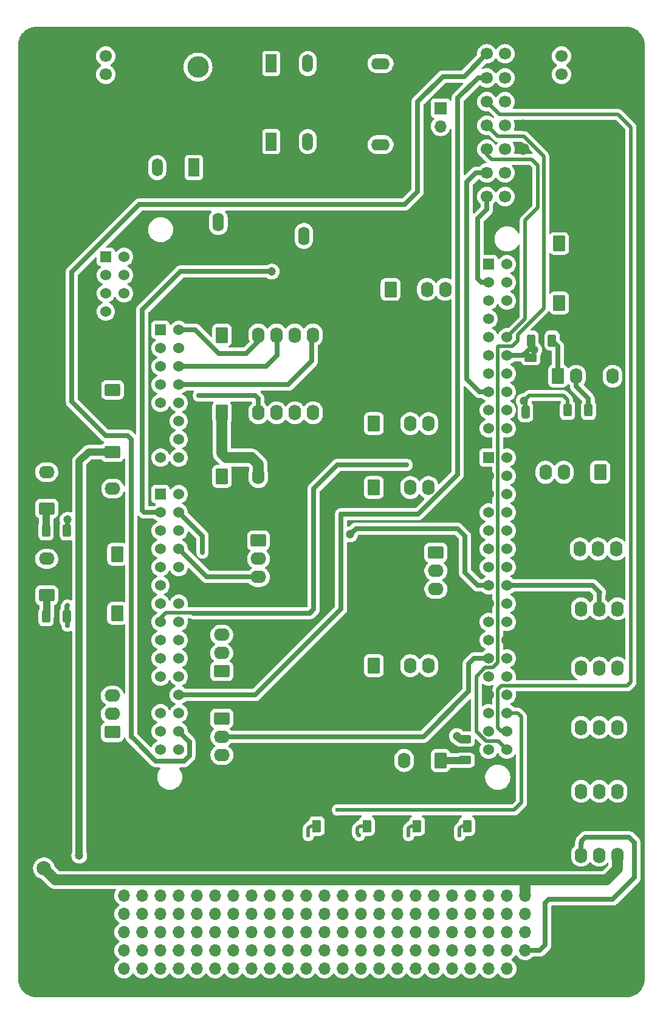
<source format=gbr>
%TF.GenerationSoftware,KiCad,Pcbnew,8.0.7-8.0.7-0~ubuntu22.04.1*%
%TF.CreationDate,2025-01-26T09:17:27+01:00*%
%TF.ProjectId,Electrobot_H755,456c6563-7472-46f6-926f-745f48373535,rev?*%
%TF.SameCoordinates,Original*%
%TF.FileFunction,Copper,L2,Bot*%
%TF.FilePolarity,Positive*%
%FSLAX46Y46*%
G04 Gerber Fmt 4.6, Leading zero omitted, Abs format (unit mm)*
G04 Created by KiCad (PCBNEW 8.0.7-8.0.7-0~ubuntu22.04.1) date 2025-01-26 09:17:27*
%MOMM*%
%LPD*%
G01*
G04 APERTURE LIST*
G04 Aperture macros list*
%AMRoundRect*
0 Rectangle with rounded corners*
0 $1 Rounding radius*
0 $2 $3 $4 $5 $6 $7 $8 $9 X,Y pos of 4 corners*
0 Add a 4 corners polygon primitive as box body*
4,1,4,$2,$3,$4,$5,$6,$7,$8,$9,$2,$3,0*
0 Add four circle primitives for the rounded corners*
1,1,$1+$1,$2,$3*
1,1,$1+$1,$4,$5*
1,1,$1+$1,$6,$7*
1,1,$1+$1,$8,$9*
0 Add four rect primitives between the rounded corners*
20,1,$1+$1,$2,$3,$4,$5,0*
20,1,$1+$1,$4,$5,$6,$7,0*
20,1,$1+$1,$6,$7,$8,$9,0*
20,1,$1+$1,$8,$9,$2,$3,0*%
G04 Aperture macros list end*
%TA.AperFunction,ComponentPad*%
%ADD10O,1.700000X1.700000*%
%TD*%
%TA.AperFunction,ComponentPad*%
%ADD11C,6.400000*%
%TD*%
%TA.AperFunction,ComponentPad*%
%ADD12C,1.700000*%
%TD*%
%TA.AperFunction,ComponentPad*%
%ADD13R,1.530000X1.530000*%
%TD*%
%TA.AperFunction,ComponentPad*%
%ADD14C,1.530000*%
%TD*%
%TA.AperFunction,ComponentPad*%
%ADD15RoundRect,0.250000X-0.620000X-0.845000X0.620000X-0.845000X0.620000X0.845000X-0.620000X0.845000X0*%
%TD*%
%TA.AperFunction,ComponentPad*%
%ADD16O,1.740000X2.190000*%
%TD*%
%TA.AperFunction,ComponentPad*%
%ADD17RoundRect,0.250000X-0.845000X0.620000X-0.845000X-0.620000X0.845000X-0.620000X0.845000X0.620000X0*%
%TD*%
%TA.AperFunction,ComponentPad*%
%ADD18O,2.190000X1.740000*%
%TD*%
%TA.AperFunction,ComponentPad*%
%ADD19RoundRect,0.250000X0.845000X-0.620000X0.845000X0.620000X-0.845000X0.620000X-0.845000X-0.620000X0*%
%TD*%
%TA.AperFunction,ComponentPad*%
%ADD20R,1.500000X2.500000*%
%TD*%
%TA.AperFunction,ComponentPad*%
%ADD21O,1.500000X2.500000*%
%TD*%
%TA.AperFunction,SMDPad,CuDef*%
%ADD22RoundRect,0.250000X-0.312500X-0.625000X0.312500X-0.625000X0.312500X0.625000X-0.312500X0.625000X0*%
%TD*%
%TA.AperFunction,SMDPad,CuDef*%
%ADD23RoundRect,0.250000X-0.625000X0.312500X-0.625000X-0.312500X0.625000X-0.312500X0.625000X0.312500X0*%
%TD*%
%TA.AperFunction,SMDPad,CuDef*%
%ADD24RoundRect,0.250000X0.375000X0.625000X-0.375000X0.625000X-0.375000X-0.625000X0.375000X-0.625000X0*%
%TD*%
%TA.AperFunction,ComponentPad*%
%ADD25O,2.600000X1.600000*%
%TD*%
%TA.AperFunction,SMDPad,CuDef*%
%ADD26RoundRect,0.250000X0.625000X-0.312500X0.625000X0.312500X-0.625000X0.312500X-0.625000X-0.312500X0*%
%TD*%
%TA.AperFunction,SMDPad,CuDef*%
%ADD27RoundRect,0.250000X0.312500X0.625000X-0.312500X0.625000X-0.312500X-0.625000X0.312500X-0.625000X0*%
%TD*%
%TA.AperFunction,ComponentPad*%
%ADD28RoundRect,0.250000X0.620000X0.845000X-0.620000X0.845000X-0.620000X-0.845000X0.620000X-0.845000X0*%
%TD*%
%TA.AperFunction,ComponentPad*%
%ADD29R,1.700000X1.700000*%
%TD*%
%TA.AperFunction,ComponentPad*%
%ADD30C,3.000000*%
%TD*%
%TA.AperFunction,ComponentPad*%
%ADD31R,3.000000X3.000000*%
%TD*%
%TA.AperFunction,ComponentPad*%
%ADD32O,1.600000X2.600000*%
%TD*%
%TA.AperFunction,SMDPad,CuDef*%
%ADD33RoundRect,0.250000X0.325000X0.650000X-0.325000X0.650000X-0.325000X-0.650000X0.325000X-0.650000X0*%
%TD*%
%TA.AperFunction,ViaPad*%
%ADD34C,1.200000*%
%TD*%
%TA.AperFunction,ViaPad*%
%ADD35C,0.600000*%
%TD*%
%TA.AperFunction,ViaPad*%
%ADD36C,2.000000*%
%TD*%
%TA.AperFunction,Conductor*%
%ADD37C,1.500000*%
%TD*%
%TA.AperFunction,Conductor*%
%ADD38C,1.000000*%
%TD*%
%TA.AperFunction,Conductor*%
%ADD39C,0.700000*%
%TD*%
%TA.AperFunction,Conductor*%
%ADD40C,0.500000*%
%TD*%
G04 APERTURE END LIST*
D10*
%TO.P,,*%
%TO.N,*%
X86360000Y-165100000D03*
%TD*%
%TO.P,,*%
%TO.N,*%
X111760000Y-162560000D03*
%TD*%
%TO.P,,*%
%TO.N,*%
X127000000Y-165100000D03*
%TD*%
%TO.P,,*%
%TO.N,*%
X127000000Y-157480000D03*
%TD*%
%TO.P,,*%
%TO.N,*%
X99060000Y-162560000D03*
%TD*%
%TO.P,,*%
%TO.N,*%
X104140000Y-160020000D03*
%TD*%
%TO.P,,*%
%TO.N,*%
X99060000Y-165100000D03*
%TD*%
%TO.P,,*%
%TO.N,*%
X93980000Y-167640000D03*
%TD*%
%TO.P,,*%
%TO.N,*%
X132080000Y-160020000D03*
%TD*%
%TO.P,,*%
%TO.N,*%
X88900000Y-160020000D03*
%TD*%
%TO.P,,*%
%TO.N,*%
X86360000Y-167640000D03*
%TD*%
%TO.P,,*%
%TO.N,*%
X114300000Y-162560000D03*
%TD*%
%TO.P,,*%
%TO.N,*%
X106680000Y-160020000D03*
%TD*%
%TO.P,,*%
%TO.N,*%
X129540000Y-162560000D03*
%TD*%
%TO.P,,*%
%TO.N,*%
X106680000Y-167640000D03*
%TD*%
%TO.P,,*%
%TO.N,*%
X104140000Y-165100000D03*
%TD*%
%TO.P,,*%
%TO.N,*%
X111760000Y-165100000D03*
%TD*%
%TO.P,,*%
%TO.N,*%
X116840000Y-165100000D03*
%TD*%
%TO.P,,*%
%TO.N,*%
X96520000Y-160020000D03*
%TD*%
%TO.P,,*%
%TO.N,*%
X91440000Y-157480000D03*
%TD*%
%TO.P,,*%
%TO.N,*%
X129540000Y-160020000D03*
%TD*%
%TO.P,,*%
%TO.N,*%
X83820000Y-162560000D03*
%TD*%
%TO.P,,*%
%TO.N,*%
X116840000Y-157480000D03*
%TD*%
%TO.P,,*%
%TO.N,*%
X91440000Y-165100000D03*
%TD*%
%TO.P,,*%
%TO.N,*%
X119380000Y-160020000D03*
%TD*%
%TO.P,,*%
%TO.N,*%
X124460000Y-160020000D03*
%TD*%
%TO.P,,*%
%TO.N,*%
X132080000Y-167640000D03*
%TD*%
%TO.P,,*%
%TO.N,*%
X121920000Y-167640000D03*
%TD*%
%TO.P,,*%
%TO.N,*%
X119380000Y-167640000D03*
%TD*%
%TO.P,,*%
%TO.N,*%
X124460000Y-162560000D03*
%TD*%
%TO.P,,*%
%TO.N,*%
X91440000Y-162560000D03*
%TD*%
%TO.P,,*%
%TO.N,*%
X99060000Y-160020000D03*
%TD*%
%TO.P,,*%
%TO.N,*%
X104140000Y-162560000D03*
%TD*%
%TO.P,,*%
%TO.N,*%
X104140000Y-157480000D03*
%TD*%
%TO.P,,*%
%TO.N,*%
X83820000Y-160020000D03*
%TD*%
%TO.P,,*%
%TO.N,*%
X88900000Y-165100000D03*
%TD*%
%TO.P,,*%
%TO.N,*%
X132080000Y-157480000D03*
%TD*%
%TO.P,,*%
%TO.N,*%
X109220000Y-167640000D03*
%TD*%
%TO.P,,*%
%TO.N,*%
X114300000Y-160020000D03*
%TD*%
%TO.P,,*%
%TO.N,*%
X116840000Y-160020000D03*
%TD*%
%TO.P,,*%
%TO.N,*%
X93980000Y-160020000D03*
%TD*%
%TO.P,,*%
%TO.N,*%
X93980000Y-165100000D03*
%TD*%
%TO.P,,*%
%TO.N,*%
X119380000Y-157480000D03*
%TD*%
%TO.P,,*%
%TO.N,*%
X83820000Y-165100000D03*
%TD*%
%TO.P,,*%
%TO.N,*%
X99060000Y-157480000D03*
%TD*%
%TO.P,,*%
%TO.N,*%
X86360000Y-162560000D03*
%TD*%
%TO.P,,*%
%TO.N,*%
X99060000Y-167640000D03*
%TD*%
%TO.P,,*%
%TO.N,*%
X96520000Y-162560000D03*
%TD*%
%TO.P,,*%
%TO.N,*%
X124460000Y-165100000D03*
%TD*%
%TO.P,,*%
%TO.N,*%
X88900000Y-162560000D03*
%TD*%
D11*
%TO.P,H2,1,1*%
%TO.N,GND*%
X68235000Y-166370000D03*
%TD*%
D10*
%TO.P,,*%
%TO.N,*%
X83820000Y-167640000D03*
%TD*%
%TO.P,,*%
%TO.N,*%
X106680000Y-162560000D03*
%TD*%
%TO.P,,*%
%TO.N,*%
X121920000Y-157480000D03*
%TD*%
%TO.P,,*%
%TO.N,*%
X111760000Y-160020000D03*
%TD*%
%TO.P,,*%
%TO.N,*%
X101600000Y-165100000D03*
%TD*%
%TO.P,,*%
%TO.N,*%
X81280000Y-160020000D03*
%TD*%
%TO.P,,*%
%TO.N,*%
X91440000Y-167640000D03*
%TD*%
D11*
%TO.P,H4,1,1*%
%TO.N,GND*%
X147320000Y-166370000D03*
%TD*%
%TO.P,H1,1,1*%
%TO.N,GND*%
X68235000Y-40739000D03*
%TD*%
D10*
%TO.P,,*%
%TO.N,*%
X127000000Y-160020000D03*
%TD*%
%TO.P,,*%
%TO.N,*%
X109220000Y-160020000D03*
%TD*%
%TO.P,,*%
%TO.N,*%
X121920000Y-160020000D03*
%TD*%
%TO.P,,*%
%TO.N,*%
X83820000Y-157480000D03*
%TD*%
%TO.P,,*%
%TO.N,*%
X114300000Y-157480000D03*
%TD*%
%TO.P,,*%
%TO.N,*%
X116840000Y-162560000D03*
%TD*%
%TO.P,,*%
%TO.N,*%
X81280000Y-165100000D03*
%TD*%
%TO.P,,*%
%TO.N,*%
X101600000Y-162560000D03*
%TD*%
D12*
%TO.P,U1,CN2_1*%
%TO.N,N/C*%
X76200000Y-40640000D03*
%TO.P,U1,CN2_2*%
X76200000Y-43180000D03*
%TO.P,U1,CN3_1*%
X139700000Y-40640000D03*
%TO.P,U1,CN3_2*%
X139700000Y-43180000D03*
D13*
%TO.P,U1,CN7_1,PC6*%
%TO.N,/CODER_4_A*%
X129540000Y-69591000D03*
D14*
%TO.P,U1,CN7_2,PB8*%
%TO.N,/Etor3*%
X132080000Y-69591000D03*
%TO.P,U1,CN7_3,PB15*%
%TO.N,/Servo1_PWM*%
X129540000Y-72131000D03*
%TO.P,U1,CN7_4,PB9*%
%TO.N,/Etor4*%
X132080000Y-72131000D03*
%TO.P,U1,CN7_5,PB13*%
%TO.N,unconnected-(U1-PB13-PadCN7_5)*%
X129540000Y-74671000D03*
%TO.P,U1,CN7_6,AVDD*%
%TO.N,unconnected-(U1-AVDD-PadCN7_6)*%
X132080000Y-74671000D03*
%TO.P,U1,CN7_7,PB12*%
%TO.N,unconnected-(U1-PB12-PadCN7_7)*%
X129540000Y-77211000D03*
%TO.P,U1,CN7_8,GND*%
%TO.N,GND*%
X132080000Y-77211000D03*
%TO.P,U1,CN7_9,PA15*%
%TO.N,unconnected-(U1-PA15-PadCN7_9)*%
X129540000Y-79751000D03*
%TO.P,U1,CN7_10,PA5*%
%TO.N,/Servo3_PWM*%
X132080000Y-79751000D03*
%TO.P,U1,CN7_11,PC7*%
%TO.N,/CODER_4_B*%
X129540000Y-82291000D03*
%TO.P,U1,CN7_12,PA6*%
%TO.N,/Eana4f*%
X132080000Y-82291000D03*
%TO.P,U1,CN7_13,PB5*%
%TO.N,/CODER_2_B*%
X129540000Y-84831000D03*
%TO.P,U1,CN7_14,PB5*%
%TO.N,unconnected-(U1-PB5-PadCN7_14)*%
X132080000Y-84831000D03*
%TO.P,U1,CN7_15,PB3*%
%TO.N,/Servo2_PWM*%
X129540000Y-87371000D03*
%TO.P,U1,CN7_16,PD14*%
%TO.N,unconnected-(U1-PD14-PadCN7_16)*%
X132080000Y-87371000D03*
%TO.P,U1,CN7_17,PA4*%
%TO.N,/Eana5f*%
X129540000Y-89911000D03*
%TO.P,U1,CN7_18,PD15*%
%TO.N,unconnected-(U1-PD15-PadCN7_18)*%
X132080000Y-89911000D03*
%TO.P,U1,CN7_19,PB4*%
%TO.N,/CODER_2_A*%
X129540000Y-92451000D03*
%TO.P,U1,CN7_20,PG9*%
%TO.N,/RS232_3_RX*%
X132080000Y-92451000D03*
D13*
%TO.P,U1,CN8_1,NC*%
%TO.N,unconnected-(U1-NC-PadCN8_1)*%
X83820000Y-78735000D03*
D14*
%TO.P,U1,CN8_2,PC8*%
%TO.N,/SPI_CS1*%
X86360000Y-78735000D03*
%TO.P,U1,CN8_3,IOREF*%
%TO.N,unconnected-(U1-IOREF-PadCN8_3)*%
X83820000Y-81275000D03*
%TO.P,U1,CN8_4,PC9*%
%TO.N,/SPI_CS2*%
X86360000Y-81275000D03*
%TO.P,U1,CN8_5,~{RESET}*%
%TO.N,Net-(J36-Pin_1)*%
X83820000Y-83815000D03*
%TO.P,U1,CN8_6,PC10*%
%TO.N,/SPI_CLK*%
X86360000Y-83815000D03*
%TO.P,U1,CN8_7,+3.3V*%
%TO.N,+3.3V*%
X83820000Y-86355000D03*
%TO.P,U1,CN8_8,PC11*%
%TO.N,/SPI_MISO*%
X86360000Y-86355000D03*
%TO.P,U1,CN8_9,+5V*%
%TO.N,unconnected-(U1-+5V-PadCN8_9)*%
X83820000Y-88895000D03*
%TO.P,U1,CN8_10,PC12*%
%TO.N,/LED_RGB*%
X86360000Y-88895000D03*
%TO.P,U1,CN8_11,GND*%
%TO.N,GND*%
X83820000Y-91435000D03*
%TO.P,U1,CN8_12,PD2*%
%TO.N,unconnected-(U1-PD2-PadCN8_12)*%
X86360000Y-91435000D03*
%TO.P,U1,CN8_13,GND*%
%TO.N,GND*%
X83820000Y-93975000D03*
%TO.P,U1,CN8_14,PG10*%
%TO.N,unconnected-(U1-PG10-PadCN8_14)*%
X86360000Y-93975000D03*
%TO.P,U1,CN8_15,VIN*%
%TO.N,unconnected-(U1-VIN-PadCN8_15)*%
X83820000Y-96515000D03*
%TO.P,U1,CN8_16,PG8*%
%TO.N,unconnected-(U1-PG8-PadCN8_16)*%
X86360000Y-96515000D03*
D13*
%TO.P,U1,CN9_1,PA3*%
%TO.N,/Eana2f*%
X83820000Y-101595000D03*
D14*
%TO.P,U1,CN9_2,PD7*%
%TO.N,unconnected-(U1-PD7-PadCN9_2)*%
X86360000Y-101595000D03*
%TO.P,U1,CN9_3,PC0*%
%TO.N,/VBATf*%
X83820000Y-104135000D03*
%TO.P,U1,CN9_4,PD6*%
%TO.N,/RS232_2_RX*%
X86360000Y-104135000D03*
%TO.P,U1,CN9_5,PC3*%
%TO.N,/Etor2*%
X83820000Y-106675000D03*
%TO.P,U1,CN9_6,PD5*%
%TO.N,/RS232_2_TX*%
X86360000Y-106675000D03*
%TO.P,U1,CN9_7,PB1*%
%TO.N,/Eana3f*%
X83820000Y-109215000D03*
%TO.P,U1,CN9_8,PD4*%
%TO.N,/RS232_2_DIR*%
X86360000Y-109215000D03*
%TO.P,U1,CN9_9,PC2*%
%TO.N,/Etor1*%
X83820000Y-111755000D03*
%TO.P,U1,CN9_10,PD3*%
%TO.N,unconnected-(U1-PD3-PadCN9_10)*%
X86360000Y-111755000D03*
%TO.P,U1,CN9_11,PF11*%
%TO.N,unconnected-(U1-PF11-PadCN9_11)*%
X83820000Y-114295000D03*
%TO.P,U1,CN9_12,GND*%
%TO.N,GND*%
X86360000Y-114295000D03*
%TO.P,U1,CN9_13,PB2*%
%TO.N,unconnected-(U1-PB2-PadCN9_13)*%
X83820000Y-116835000D03*
%TO.P,U1,CN9_14,PE2*%
%TO.N,/Mot1_Sens1*%
X86360000Y-116835000D03*
%TO.P,U1,CN9_15,PE9*%
%TO.N,/CODER_1_A*%
X83820000Y-119375000D03*
%TO.P,U1,CN9_16,PE4*%
%TO.N,/Mot1_Sens2*%
X86360000Y-119375000D03*
%TO.P,U1,CN9_17,PB5*%
%TO.N,unconnected-(U1-PB5-PadCN9_17)*%
X83820000Y-121915000D03*
%TO.P,U1,CN9_18,PE5*%
%TO.N,/Mot1_PWM*%
X86360000Y-121915000D03*
%TO.P,U1,CN9_19,PF14*%
%TO.N,/Mot4_Sens1*%
X83820000Y-124455000D03*
%TO.P,U1,CN9_20,PE6*%
%TO.N,/Mot2_PWM*%
X86360000Y-124455000D03*
%TO.P,U1,CN9_21,PF15*%
%TO.N,/Mot4_Sens2*%
X83820000Y-126995000D03*
%TO.P,U1,CN9_22,PE3*%
%TO.N,/Mot2_Sens1*%
X86360000Y-126995000D03*
%TO.P,U1,CN9_23,GND*%
%TO.N,GND*%
X83820000Y-129535000D03*
%TO.P,U1,CN9_24,PF8*%
%TO.N,/Servo6_PWM*%
X86360000Y-129535000D03*
%TO.P,U1,CN9_25,PD0*%
%TO.N,unconnected-(U1-PD0-PadCN9_25)*%
X83820000Y-132075000D03*
%TO.P,U1,CN9_26,PF7*%
%TO.N,/Mot4_PWM*%
X86360000Y-132075000D03*
%TO.P,U1,CN9_27,PD1*%
%TO.N,unconnected-(U1-PD1-PadCN9_27)*%
X83820000Y-134615000D03*
%TO.P,U1,CN9_28,PF9*%
%TO.N,/Servo7_PWM*%
X86360000Y-134615000D03*
%TO.P,U1,CN9_29,PB14*%
%TO.N,unconnected-(U1-PB14-PadCN9_29)*%
X83820000Y-137155000D03*
%TO.P,U1,CN9_30,PD10*%
%TO.N,unconnected-(U1-PD10-PadCN9_30)*%
X86360000Y-137155000D03*
D13*
%TO.P,U1,CN10_1,VDDA*%
%TO.N,unconnected-(U1-VDDA-PadCN10_1)*%
X129540000Y-96515000D03*
D14*
%TO.P,U1,CN10_2,PG12*%
%TO.N,unconnected-(U1-PG12-PadCN10_2)*%
X132080000Y-96515000D03*
%TO.P,U1,CN10_3,AGND*%
%TO.N,GND*%
X129540000Y-99055000D03*
%TO.P,U1,CN10_4,PA8*%
%TO.N,unconnected-(U1-PA8-PadCN10_4)*%
X132080000Y-99055000D03*
%TO.P,U1,CN10_5,GND*%
%TO.N,GND*%
X129540000Y-101595000D03*
%TO.P,U1,CN10_6,PE11*%
%TO.N,/CODER_1_B*%
X132080000Y-101595000D03*
%TO.P,U1,CN10_7,PF6*%
%TO.N,/Mot3_PWM*%
X129540000Y-104135000D03*
%TO.P,U1,CN10_8,PE14*%
%TO.N,/Mot3_Sens1*%
X132080000Y-104135000D03*
%TO.P,U1,CN10_9,PF10*%
%TO.N,unconnected-(U1-PF10-PadCN10_9)*%
X129540000Y-106675000D03*
%TO.P,U1,CN10_10,PE13*%
%TO.N,/Mot3_Sens2*%
X132080000Y-106675000D03*
%TO.P,U1,CN10_11,PA2*%
%TO.N,unconnected-(U1-PA2-PadCN10_11)*%
X129540000Y-109215000D03*
%TO.P,U1,CN10_12,PG14*%
%TO.N,/RS232_3_TX*%
X132080000Y-109215000D03*
%TO.P,U1,CN10_13,PG6*%
%TO.N,unconnected-(U1-PG6-PadCN10_13)*%
X129540000Y-111755000D03*
%TO.P,U1,CN10_14,PB6*%
%TO.N,/I2C_SCL*%
X132080000Y-111755000D03*
%TO.P,U1,CN10_15,PB2*%
%TO.N,/SPI_MOSI*%
X129540000Y-114295000D03*
%TO.P,U1,CN10_16,PB7*%
%TO.N,/I2C_SDA*%
X132080000Y-114295000D03*
%TO.P,U1,CN10_17,GND*%
%TO.N,GND*%
X129540000Y-116835000D03*
%TO.P,U1,CN10_18,PE8*%
%TO.N,/LED5*%
X132080000Y-116835000D03*
%TO.P,U1,CN10_19,PD13*%
%TO.N,/CODER_3_B*%
X129540000Y-119375000D03*
%TO.P,U1,CN10_20,PE7*%
%TO.N,/LED4*%
X132080000Y-119375000D03*
%TO.P,U1,CN10_21,PD12*%
%TO.N,/CODER_3_A*%
X129540000Y-121915000D03*
%TO.P,U1,CN10_22,GND*%
%TO.N,GND*%
X132080000Y-121915000D03*
%TO.P,U1,CN10_23,PD11*%
%TO.N,/Mot2_Sens2*%
X129540000Y-124455000D03*
%TO.P,U1,CN10_24,PE10*%
%TO.N,unconnected-(U1-PE10-PadCN10_24)*%
X132080000Y-124455000D03*
%TO.P,U1,CN10_25,PE2*%
%TO.N,unconnected-(U1-PE2-PadCN10_25)*%
X129540000Y-126995000D03*
%TO.P,U1,CN10_26,PE12*%
%TO.N,/LED6*%
X132080000Y-126995000D03*
%TO.P,U1,CN10_27,GND*%
%TO.N,GND*%
X129540000Y-129535000D03*
%TO.P,U1,CN10_28,PE6*%
%TO.N,unconnected-(U1-PE6-PadCN10_28)*%
X132080000Y-129535000D03*
%TO.P,U1,CN10_29,PA0*%
%TO.N,/Eana1f*%
X129540000Y-132075000D03*
%TO.P,U1,CN10_30,PE15*%
%TO.N,/LED7*%
X132080000Y-132075000D03*
%TO.P,U1,CN10_31,PB0*%
%TO.N,unconnected-(U1-PB0-PadCN10_31)*%
X129540000Y-134615000D03*
%TO.P,U1,CN10_32,PB10*%
%TO.N,/Servo5_PWM*%
X132080000Y-134615000D03*
%TO.P,U1,CN10_33,PE0*%
%TO.N,unconnected-(U1-PE0-PadCN10_33)*%
X129540000Y-137155000D03*
%TO.P,U1,CN10_34,PB11*%
%TO.N,/Servo4_PWM*%
X132080000Y-137155000D03*
D13*
%TO.P,U1,CN11_1,PC10*%
%TO.N,unconnected-(U1-PC10-PadCN11_1)*%
X76200000Y-68575000D03*
D14*
%TO.P,U1,CN11_2,PC11*%
%TO.N,unconnected-(U1-PC11-PadCN11_2)*%
X78740000Y-68575000D03*
%TO.P,U1,CN11_3,PC12*%
%TO.N,unconnected-(U1-PC12-PadCN11_3)*%
X76200000Y-71115000D03*
%TO.P,U1,CN11_4,PD2*%
%TO.N,unconnected-(U1-PD2-PadCN11_4)*%
X78740000Y-71115000D03*
%TO.P,U1,CN11_5,+3V3_VDD*%
%TO.N,unconnected-(U1-+3V3_VDD-PadCN11_5)*%
X76200000Y-73655000D03*
%TO.P,U1,CN11_6,+5V_EXT*%
%TO.N,+5V*%
X78740000Y-73655000D03*
%TO.P,U1,CN11_7,BOOT0*%
%TO.N,unconnected-(U1-BOOT0-PadCN11_7)*%
X76200000Y-76195000D03*
%TO.P,U1,CN11_8,GND*%
%TO.N,GND*%
X78740000Y-76195000D03*
%TD*%
D10*
%TO.P,,*%
%TO.N,GND*%
X134620000Y-167640000D03*
%TD*%
%TO.P,,*%
%TO.N,*%
X93980000Y-157480000D03*
%TD*%
%TO.P,,*%
%TO.N,*%
X124460000Y-157480000D03*
%TD*%
%TO.P,,*%
%TO.N,*%
X78740000Y-160020000D03*
%TD*%
%TO.P,,*%
%TO.N,*%
X132080000Y-162560000D03*
%TD*%
%TO.P,,*%
%TO.N,*%
X114300000Y-165100000D03*
%TD*%
%TO.P,,*%
%TO.N,*%
X124460000Y-167640000D03*
%TD*%
%TO.P,,*%
%TO.N,*%
X101600000Y-157480000D03*
%TD*%
%TO.P,,*%
%TO.N,+3.3V*%
X134620000Y-160020000D03*
%TD*%
%TO.P,,*%
%TO.N,*%
X78740000Y-157480000D03*
%TD*%
%TO.P,,*%
%TO.N,*%
X86360000Y-160020000D03*
%TD*%
%TO.P,,*%
%TO.N,*%
X109220000Y-157480000D03*
%TD*%
%TO.P,,*%
%TO.N,*%
X81280000Y-162560000D03*
%TD*%
%TO.P,,*%
%TO.N,*%
X129540000Y-165100000D03*
%TD*%
%TO.P,,*%
%TO.N,*%
X78740000Y-162560000D03*
%TD*%
%TO.P,,*%
%TO.N,*%
X111760000Y-157480000D03*
%TD*%
%TO.P,,*%
%TO.N,*%
X121920000Y-162560000D03*
%TD*%
%TO.P,,*%
%TO.N,*%
X114300000Y-167640000D03*
%TD*%
%TO.P,,*%
%TO.N,*%
X106680000Y-165100000D03*
%TD*%
%TO.P,,*%
%TO.N,*%
X129540000Y-167640000D03*
%TD*%
%TO.P,,*%
%TO.N,*%
X109220000Y-165100000D03*
%TD*%
%TO.P,,*%
%TO.N,*%
X86360000Y-157480000D03*
%TD*%
%TO.P,,*%
%TO.N,*%
X88900000Y-167640000D03*
%TD*%
%TO.P,,*%
%TO.N,*%
X93980000Y-162560000D03*
%TD*%
%TO.P,,*%
%TO.N,*%
X91440000Y-160020000D03*
%TD*%
%TO.P,,*%
%TO.N,/I2C_SCL*%
X134620000Y-165100000D03*
%TD*%
%TO.P,,*%
%TO.N,*%
X119380000Y-165100000D03*
%TD*%
%TO.P,,*%
%TO.N,*%
X119380000Y-162560000D03*
%TD*%
%TO.P,,*%
%TO.N,*%
X127000000Y-162560000D03*
%TD*%
%TO.P,,*%
%TO.N,*%
X121920000Y-165100000D03*
%TD*%
%TO.P,,*%
%TO.N,*%
X129540000Y-157480000D03*
%TD*%
%TO.P,,*%
%TO.N,*%
X104140000Y-167640000D03*
%TD*%
%TO.P,,*%
%TO.N,*%
X96520000Y-165100000D03*
%TD*%
%TO.P,,*%
%TO.N,*%
X127000000Y-167640000D03*
%TD*%
%TO.P,,*%
%TO.N,*%
X96520000Y-157480000D03*
%TD*%
%TO.P,,*%
%TO.N,+5V*%
X134620000Y-157480000D03*
%TD*%
%TO.P,,*%
%TO.N,*%
X132080000Y-165100000D03*
%TD*%
%TO.P,,*%
%TO.N,*%
X78740000Y-165100000D03*
%TD*%
%TO.P,,*%
%TO.N,*%
X101600000Y-160020000D03*
%TD*%
%TO.P,,*%
%TO.N,*%
X116840000Y-167640000D03*
%TD*%
%TO.P,,*%
%TO.N,*%
X81280000Y-157480000D03*
%TD*%
%TO.P,,*%
%TO.N,*%
X78740000Y-167640000D03*
%TD*%
D11*
%TO.P,H3,1,1*%
%TO.N,GND*%
X147320000Y-40739000D03*
%TD*%
D10*
%TO.P,,*%
%TO.N,*%
X111760000Y-167640000D03*
%TD*%
%TO.P,,*%
%TO.N,*%
X109220000Y-162560000D03*
%TD*%
%TO.P,,*%
%TO.N,*%
X81280000Y-167640000D03*
%TD*%
%TO.P,,*%
%TO.N,/I2C_SDA*%
X134620000Y-162560000D03*
%TD*%
%TO.P,,*%
%TO.N,*%
X101600000Y-167640000D03*
%TD*%
%TO.P,,*%
%TO.N,*%
X88900000Y-157480000D03*
%TD*%
%TO.P,,*%
%TO.N,*%
X96520000Y-167640000D03*
%TD*%
%TO.P,,*%
%TO.N,*%
X106680000Y-157480000D03*
%TD*%
D15*
%TO.P,J12,1,Pin_1*%
%TO.N,GND*%
X139863000Y-151844000D03*
D16*
%TO.P,J12,2,Pin_2*%
%TO.N,/I2C_SCL*%
X142403000Y-151844000D03*
%TO.P,J12,3,Pin_3*%
%TO.N,/I2C_SDA*%
X144943000Y-151844000D03*
%TO.P,J12,4,Pin_4*%
%TO.N,+5V*%
X147483000Y-151844000D03*
%TD*%
D15*
%TO.P,J10,1,Pin_1*%
%TO.N,+5V*%
X115860000Y-73104000D03*
D16*
%TO.P,J10,2,Pin_2*%
%TO.N,GND*%
X118400000Y-73104000D03*
%TO.P,J10,3,Pin_3*%
%TO.N,Net-(J10-Pin_3)*%
X120940000Y-73104000D03*
%TO.P,J10,4,Pin_4*%
%TO.N,Net-(J10-Pin_4)*%
X123480000Y-73104000D03*
%TD*%
D15*
%TO.P,J31,1,Pin_1*%
%TO.N,/LED_RGB*%
X92365000Y-99139000D03*
D16*
%TO.P,J31,2,Pin_2*%
%TO.N,GND*%
X94905000Y-99139000D03*
%TO.P,J31,3,Pin_3*%
%TO.N,+5V*%
X97445000Y-99139000D03*
%TD*%
D17*
%TO.P,J4,1,Pin_1*%
%TO.N,/Mot3_PWM*%
X122174000Y-109728000D03*
D18*
%TO.P,J4,2,Pin_2*%
%TO.N,/Mot3_Sens2*%
X122174000Y-112268000D03*
%TO.P,J4,3,Pin_3*%
%TO.N,/Mot3_Sens1*%
X122174000Y-114808000D03*
%TD*%
D19*
%TO.P,J5,1,Pin_1*%
%TO.N,/Mot4_PWM*%
X77105000Y-134719000D03*
D18*
%TO.P,J5,2,Pin_2*%
%TO.N,/Mot4_Sens2*%
X77105000Y-132179000D03*
%TO.P,J5,3,Pin_3*%
%TO.N,/Mot4_Sens1*%
X77105000Y-129639000D03*
%TD*%
D19*
%TO.P,J2,1,Pin_1*%
%TO.N,/Mot1_PWM*%
X92345000Y-126238000D03*
D18*
%TO.P,J2,2,Pin_2*%
%TO.N,/Mot1_Sens2*%
X92345000Y-123698000D03*
%TO.P,J2,3,Pin_3*%
%TO.N,/Mot1_Sens1*%
X92345000Y-121158000D03*
%TD*%
D19*
%TO.P,J26,1,Pin_1*%
%TO.N,/Eana3*%
X67961000Y-115669000D03*
D18*
%TO.P,J26,2,Pin_2*%
%TO.N,GND*%
X67961000Y-113129000D03*
%TO.P,J26,3,Pin_3*%
%TO.N,+5V*%
X67961000Y-110589000D03*
%TD*%
D15*
%TO.P,J30,1,Pin_1*%
%TO.N,/Etor4*%
X139355000Y-75009000D03*
D16*
%TO.P,J30,2,Pin_2*%
%TO.N,GND*%
X141895000Y-75009000D03*
%TD*%
D15*
%TO.P,J29,1,Pin_1*%
%TO.N,/Etor3*%
X139355000Y-66734000D03*
D16*
%TO.P,J29,2,Pin_2*%
%TO.N,GND*%
X141895000Y-66734000D03*
%TD*%
D20*
%TO.P,U4,1,Vin*%
%TO.N,/VBAT*%
X99242500Y-41669000D03*
D21*
%TO.P,U4,2,GND*%
%TO.N,GND*%
X101782500Y-41669000D03*
%TO.P,U4,3,Vout*%
%TO.N,/+Vservo2*%
X104322500Y-41669000D03*
%TD*%
D22*
%TO.P,R24,1*%
%TO.N,/Eana2*%
X67879500Y-106680000D03*
%TO.P,R24,2*%
%TO.N,/Eana2f*%
X70804500Y-106680000D03*
%TD*%
D23*
%TO.P,R29,1*%
%TO.N,/Eana4f*%
X135382000Y-82611500D03*
%TO.P,R29,2*%
%TO.N,GND*%
X135382000Y-85536500D03*
%TD*%
D15*
%TO.P,J11,1,Pin_1*%
%TO.N,GND*%
X139863000Y-125809000D03*
D16*
%TO.P,J11,2,Pin_2*%
%TO.N,/I2C_SCL*%
X142403000Y-125809000D03*
%TO.P,J11,3,Pin_3*%
%TO.N,/I2C_SDA*%
X144943000Y-125809000D03*
%TO.P,J11,4,Pin_4*%
%TO.N,+5V*%
X147483000Y-125809000D03*
%TD*%
D15*
%TO.P,J34,1,Pin_1*%
%TO.N,+5V*%
X92365000Y-90269000D03*
D16*
%TO.P,J34,2,Pin_2*%
%TO.N,GND*%
X94905000Y-90269000D03*
%TO.P,J34,3,Pin_3*%
%TO.N,/SPI_CS2*%
X97445000Y-90269000D03*
%TO.P,J34,4,Pin_4*%
%TO.N,/SPI_CLK*%
X99985000Y-90269000D03*
%TO.P,J34,5,Pin_5*%
%TO.N,/SPI_MOSI*%
X102525000Y-90269000D03*
%TO.P,J34,6,Pin_6*%
%TO.N,/SPI_MISO*%
X105065000Y-90269000D03*
%TD*%
D24*
%TO.P,D3,1,C*%
%TO.N,GND*%
X115355000Y-147800000D03*
%TO.P,D3,2,A*%
%TO.N,Net-(D3-A)*%
X112555000Y-147800000D03*
%TD*%
D15*
%TO.P,J33,1,Pin_1*%
%TO.N,+5V*%
X92365000Y-79454000D03*
D16*
%TO.P,J33,2,Pin_2*%
%TO.N,GND*%
X94905000Y-79454000D03*
%TO.P,J33,3,Pin_3*%
%TO.N,/SPI_CS1*%
X97445000Y-79454000D03*
%TO.P,J33,4,Pin_4*%
%TO.N,/SPI_CLK*%
X99985000Y-79454000D03*
%TO.P,J33,5,Pin_5*%
%TO.N,/SPI_MOSI*%
X102525000Y-79454000D03*
%TO.P,J33,6,Pin_6*%
%TO.N,/SPI_MISO*%
X105065000Y-79454000D03*
%TD*%
D25*
%TO.P,C11,1*%
%TO.N,/+Vservo1*%
X114482500Y-52959000D03*
%TO.P,C11,2*%
%TO.N,GND*%
X114482500Y-56459000D03*
%TD*%
D24*
%TO.P,D2,1,C*%
%TO.N,GND*%
X122340000Y-147800000D03*
%TO.P,D2,2,A*%
%TO.N,Net-(D2-A)*%
X119540000Y-147800000D03*
%TD*%
D15*
%TO.P,J14,1,Pin_1*%
%TO.N,GND*%
X139863000Y-117554000D03*
D16*
%TO.P,J14,2,Pin_2*%
%TO.N,/I2C_SCL*%
X142403000Y-117554000D03*
%TO.P,J14,3,Pin_3*%
%TO.N,/I2C_SDA*%
X144943000Y-117554000D03*
%TO.P,J14,4,Pin_4*%
%TO.N,+5V*%
X147483000Y-117554000D03*
%TD*%
D17*
%TO.P,J36,1,Pin_1*%
%TO.N,Net-(J36-Pin_1)*%
X77145000Y-87094000D03*
D18*
%TO.P,J36,2,Pin_2*%
%TO.N,GND*%
X77145000Y-89634000D03*
%TD*%
D26*
%TO.P,R22,1*%
%TO.N,/Eana1*%
X126238000Y-138622500D03*
%TO.P,R22,2*%
%TO.N,/Eana1f*%
X126238000Y-135697500D03*
%TD*%
D12*
%TO.P,J24,1,Pin_1*%
%TO.N,/Servo7_PWM*%
X129286000Y-40318000D03*
%TO.P,J24,2,Pin_2*%
%TO.N,/+Vservo2*%
X131826000Y-40318000D03*
%TO.P,J24,3,Pin_3*%
%TO.N,GND*%
X134366000Y-40318000D03*
%TD*%
D15*
%TO.P,J13,1,Pin_1*%
%TO.N,GND*%
X139863000Y-142954000D03*
D16*
%TO.P,J13,2,Pin_2*%
%TO.N,/I2C_SCL*%
X142403000Y-142954000D03*
%TO.P,J13,3,Pin_3*%
%TO.N,/I2C_SDA*%
X144943000Y-142954000D03*
%TO.P,J13,4,Pin_4*%
%TO.N,+5V*%
X147483000Y-142954000D03*
%TD*%
D19*
%TO.P,J16,1,Pin_1*%
%TO.N,/Eana2*%
X67961000Y-103604000D03*
D18*
%TO.P,J16,2,Pin_2*%
%TO.N,GND*%
X67961000Y-101064000D03*
%TO.P,J16,3,Pin_3*%
%TO.N,+5V*%
X67961000Y-98524000D03*
%TD*%
D12*
%TO.P,J21,1,Pin_1*%
%TO.N,/Servo5_PWM*%
X129286000Y-46990000D03*
%TO.P,J21,2,Pin_2*%
%TO.N,/+Vservo2*%
X131826000Y-46990000D03*
%TO.P,J21,3,Pin_3*%
%TO.N,GND*%
X134366000Y-46990000D03*
%TD*%
D17*
%TO.P,J32,1,Pin_1*%
%TO.N,+3.3V*%
X77145000Y-95758000D03*
D18*
%TO.P,J32,2,Pin_2*%
%TO.N,GND*%
X77145000Y-98298000D03*
%TO.P,J32,3,Pin_3*%
%TO.N,+5V*%
X77145000Y-100838000D03*
%TD*%
D12*
%TO.P,J25,1,Pin_1*%
%TO.N,/Servo3_PWM*%
X129282500Y-53594000D03*
%TO.P,J25,2,Pin_2*%
%TO.N,/+Vservo1*%
X131822500Y-53594000D03*
%TO.P,J25,3,Pin_3*%
%TO.N,GND*%
X134362500Y-53594000D03*
%TD*%
%TO.P,J20,1,Pin_1*%
%TO.N,/Servo2_PWM*%
X129286000Y-56896000D03*
%TO.P,J20,2,Pin_2*%
%TO.N,/+Vservo1*%
X131826000Y-56896000D03*
%TO.P,J20,3,Pin_3*%
%TO.N,GND*%
X134366000Y-56896000D03*
%TD*%
D15*
%TO.P,J17,1,Pin_1*%
%TO.N,/Eana4*%
X139192000Y-85189000D03*
D16*
%TO.P,J17,2,Pin_2*%
%TO.N,/Eana5*%
X141732000Y-85189000D03*
%TO.P,J17,3,Pin_3*%
%TO.N,GND*%
X144272000Y-85189000D03*
%TO.P,J17,4,Pin_4*%
%TO.N,+5V*%
X146812000Y-85189000D03*
%TD*%
D22*
%TO.P,R26,1*%
%TO.N,/Eana3*%
X67879500Y-118618000D03*
%TO.P,R26,2*%
%TO.N,/Eana3f*%
X70804500Y-118618000D03*
%TD*%
D27*
%TO.P,R37,1*%
%TO.N,/Eana5*%
X143448500Y-89916000D03*
%TO.P,R37,2*%
%TO.N,/Eana5f*%
X140523500Y-89916000D03*
%TD*%
D28*
%TO.P,J22,1,Pin_1*%
%TO.N,+5V*%
X145070000Y-98544000D03*
D16*
%TO.P,J22,2,Pin_2*%
%TO.N,GND*%
X142530000Y-98544000D03*
%TO.P,J22,3,Pin_3*%
%TO.N,/RS232_3_TX*%
X139990000Y-98544000D03*
%TO.P,J22,4,Pin_4*%
%TO.N,Net-(J22-Pin_4)*%
X137450000Y-98544000D03*
%TD*%
D20*
%TO.P,U2,1,Vin*%
%TO.N,/VBAT*%
X88447500Y-56134000D03*
D21*
%TO.P,U2,2,GND*%
%TO.N,GND*%
X85907500Y-56134000D03*
%TO.P,U2,3,Vout*%
%TO.N,+5V*%
X83367500Y-56134000D03*
%TD*%
D24*
%TO.P,D1,1,C*%
%TO.N,GND*%
X129325000Y-147800000D03*
%TO.P,D1,2,A*%
%TO.N,Net-(D1-A)*%
X126525000Y-147800000D03*
%TD*%
D17*
%TO.P,J6,1,Pin_1*%
%TO.N,/RS232_2_TX*%
X97465000Y-108049000D03*
D18*
%TO.P,J6,2,Pin_2*%
%TO.N,Net-(J6-Pin_2)*%
X97465000Y-110589000D03*
%TO.P,J6,3,Pin_3*%
%TO.N,/RS232_2_DIR*%
X97465000Y-113129000D03*
%TO.P,J6,4,Pin_4*%
%TO.N,GND*%
X97465000Y-115669000D03*
%TD*%
D29*
%TO.P,JP1,1,A*%
%TO.N,/+Vservo2*%
X122845000Y-47879000D03*
D10*
%TO.P,JP1,2,B*%
%TO.N,/+Vservo1*%
X122845000Y-50419000D03*
%TD*%
D15*
%TO.P,J35,1,Pin_1*%
%TO.N,GND*%
X139863000Y-134064000D03*
D16*
%TO.P,J35,2,Pin_2*%
%TO.N,/I2C_SCL*%
X142403000Y-134064000D03*
%TO.P,J35,3,Pin_3*%
%TO.N,/I2C_SDA*%
X144943000Y-134064000D03*
%TO.P,J35,4,Pin_4*%
%TO.N,+5V*%
X147483000Y-134064000D03*
%TD*%
D15*
%TO.P,J8,1,Pin_1*%
%TO.N,+5V*%
X113538000Y-91781000D03*
D16*
%TO.P,J8,2,Pin_2*%
%TO.N,GND*%
X116078000Y-91781000D03*
%TO.P,J8,3,Pin_3*%
%TO.N,Net-(J8-Pin_3)*%
X118618000Y-91781000D03*
%TO.P,J8,4,Pin_4*%
%TO.N,Net-(J8-Pin_4)*%
X121158000Y-91781000D03*
%TD*%
D12*
%TO.P,J23,1,Pin_1*%
%TO.N,/Servo6_PWM*%
X129286000Y-43654000D03*
%TO.P,J23,2,Pin_2*%
%TO.N,/+Vservo2*%
X131826000Y-43654000D03*
%TO.P,J23,3,Pin_3*%
%TO.N,GND*%
X134366000Y-43654000D03*
%TD*%
%TO.P,J19,1,Pin_1*%
%TO.N,/Servo4_PWM*%
X129286000Y-50292000D03*
%TO.P,J19,2,Pin_2*%
%TO.N,/+Vservo1*%
X131826000Y-50292000D03*
%TO.P,J19,3,Pin_3*%
%TO.N,GND*%
X134366000Y-50292000D03*
%TD*%
D15*
%TO.P,J7,1,Pin_1*%
%TO.N,+5V*%
X113538000Y-100671000D03*
D16*
%TO.P,J7,2,Pin_2*%
%TO.N,GND*%
X116078000Y-100671000D03*
%TO.P,J7,3,Pin_3*%
%TO.N,Net-(J7-Pin_3)*%
X118618000Y-100671000D03*
%TO.P,J7,4,Pin_4*%
%TO.N,Net-(J7-Pin_4)*%
X121158000Y-100671000D03*
%TD*%
D17*
%TO.P,J3,1,Pin_1*%
%TO.N,/Mot2_PWM*%
X92365000Y-132814000D03*
D18*
%TO.P,J3,2,Pin_2*%
%TO.N,/Mot2_Sens2*%
X92365000Y-135354000D03*
%TO.P,J3,3,Pin_3*%
%TO.N,/Mot2_Sens1*%
X92365000Y-137894000D03*
%TD*%
D30*
%TO.P,J1,2,+*%
%TO.N,/VBAT*%
X89042500Y-42164000D03*
D31*
%TO.P,J1,1,-*%
%TO.N,GND*%
X84042500Y-42164000D03*
%TD*%
D27*
%TO.P,R28,1*%
%TO.N,/Eana4*%
X138368500Y-80213200D03*
%TO.P,R28,2*%
%TO.N,/Eana4f*%
X135443500Y-80213200D03*
%TD*%
D32*
%TO.P,C4,1*%
%TO.N,/VBAT*%
X103795000Y-65659000D03*
%TO.P,C4,2*%
%TO.N,GND*%
X107295000Y-65659000D03*
%TD*%
D25*
%TO.P,C12,1*%
%TO.N,/+Vservo2*%
X114482500Y-41684000D03*
%TO.P,C12,2*%
%TO.N,GND*%
X114482500Y-45184000D03*
%TD*%
D24*
%TO.P,D4,1,C*%
%TO.N,GND*%
X108370000Y-147800000D03*
%TO.P,D4,2,A*%
%TO.N,Net-(D4-A)*%
X105570000Y-147800000D03*
%TD*%
D15*
%TO.P,J37,1,Pin_1*%
%TO.N,GND*%
X139700000Y-109220000D03*
D16*
%TO.P,J37,2,Pin_2*%
%TO.N,/I2C_SCL*%
X142240000Y-109220000D03*
%TO.P,J37,3,Pin_3*%
%TO.N,/I2C_SDA*%
X144780000Y-109220000D03*
%TO.P,J37,4,Pin_4*%
%TO.N,+5V*%
X147320000Y-109220000D03*
%TD*%
D28*
%TO.P,J15,1,Pin_1*%
%TO.N,/Eana1*%
X122845000Y-138656000D03*
D16*
%TO.P,J15,2,Pin_2*%
%TO.N,GND*%
X120305000Y-138656000D03*
%TO.P,J15,3,Pin_3*%
%TO.N,+5V*%
X117765000Y-138656000D03*
%TD*%
D12*
%TO.P,J18,1,Pin_1*%
%TO.N,/Servo1_PWM*%
X129286000Y-60198000D03*
%TO.P,J18,2,Pin_2*%
%TO.N,/+Vservo1*%
X131826000Y-60198000D03*
%TO.P,J18,3,Pin_3*%
%TO.N,GND*%
X134366000Y-60198000D03*
%TD*%
D20*
%TO.P,U3,1,Vin*%
%TO.N,/VBAT*%
X99242500Y-52546500D03*
D21*
%TO.P,U3,2,GND*%
%TO.N,GND*%
X101782500Y-52546500D03*
%TO.P,U3,3,Vout*%
%TO.N,/+Vservo1*%
X104322500Y-52546500D03*
%TD*%
D32*
%TO.P,C10,1*%
%TO.N,+5V*%
X91885000Y-63754000D03*
%TO.P,C10,2*%
%TO.N,GND*%
X95385000Y-63754000D03*
%TD*%
D15*
%TO.P,J9,1,Pin_1*%
%TO.N,+5V*%
X113538000Y-125456000D03*
D16*
%TO.P,J9,2,Pin_2*%
%TO.N,GND*%
X116078000Y-125456000D03*
%TO.P,J9,3,Pin_3*%
%TO.N,Net-(J9-Pin_3)*%
X118618000Y-125456000D03*
%TO.P,J9,4,Pin_4*%
%TO.N,Net-(J9-Pin_4)*%
X121158000Y-125456000D03*
%TD*%
D33*
%TO.P,C17,1*%
%TO.N,GND*%
X137619000Y-90170000D03*
%TO.P,C17,2*%
%TO.N,/Eana5f*%
X134669000Y-90170000D03*
%TD*%
D28*
%TO.P,J27,1,Pin_1*%
%TO.N,/Etor1*%
X77760000Y-118189000D03*
D16*
%TO.P,J27,2,Pin_2*%
%TO.N,GND*%
X75220000Y-118189000D03*
%TD*%
D28*
%TO.P,J28,1,Pin_1*%
%TO.N,/Etor2*%
X77760000Y-109954000D03*
D16*
%TO.P,J28,2,Pin_2*%
%TO.N,GND*%
X75220000Y-109954000D03*
%TD*%
D34*
%TO.N,GND*%
X88036400Y-130962400D03*
%TO.N,/Eana1f*%
X125095000Y-135255000D03*
%TO.N,/Eana2f*%
X70866000Y-105156000D03*
D35*
%TO.N,/Eana3f*%
X70866000Y-117094000D03*
X70866000Y-119888000D03*
D34*
%TO.N,/Eana4f*%
X135890000Y-81534000D03*
%TO.N,/VBATf*%
X99314000Y-70612000D03*
%TO.N,/Eana5f*%
X134416000Y-88646000D03*
D35*
%TO.N,Net-(D4-A)*%
X104394000Y-149098000D03*
D34*
%TO.N,/SPI_MOSI*%
X110236000Y-107188000D03*
D35*
%TO.N,/SPI_CS2*%
X89154000Y-87884000D03*
%TO.N,/CODER_1_A*%
X118110000Y-97536000D03*
%TO.N,/RS232_2_RX*%
X89662000Y-109728000D03*
%TO.N,/LED7*%
X108458000Y-145542000D03*
D36*
%TO.N,+5V*%
X67564000Y-153670000D03*
D34*
%TO.N,+3.3V*%
X72491600Y-151892000D03*
D35*
%TO.N,Net-(D1-A)*%
X125476000Y-149098000D03*
%TO.N,Net-(D2-A)*%
X118364000Y-149098000D03*
%TO.N,Net-(D3-A)*%
X111506000Y-149098000D03*
%TD*%
D37*
%TO.N,GND*%
X142530000Y-98544000D02*
X142530000Y-102376800D01*
X142530000Y-102376800D02*
X139700000Y-105206800D01*
X139700000Y-105206800D02*
X139700000Y-109220000D01*
D38*
%TO.N,/Eana1f*%
X126238000Y-135697500D02*
X125537500Y-135697500D01*
X125537500Y-135697500D02*
X125095000Y-135255000D01*
D39*
%TO.N,/Eana2f*%
X70866000Y-105156000D02*
X70866000Y-106618500D01*
X70866000Y-106618500D02*
X70804500Y-106680000D01*
%TO.N,/Eana3f*%
X70804500Y-118618000D02*
X70804500Y-117155500D01*
X70804500Y-117155500D02*
X70866000Y-117094000D01*
X70866000Y-119888000D02*
X70866000Y-118679500D01*
X70866000Y-118679500D02*
X70804500Y-118618000D01*
%TO.N,/Eana4f*%
X134301500Y-82291000D02*
X134681500Y-81911000D01*
X132080000Y-82291000D02*
X134301500Y-82291000D01*
D40*
X135058500Y-81534000D02*
X134681500Y-81911000D01*
D39*
X135443500Y-80213200D02*
X135443500Y-81149000D01*
X135443500Y-81149000D02*
X134681500Y-81911000D01*
X134681500Y-81911000D02*
X135382000Y-82611500D01*
D40*
X135890000Y-81534000D02*
X135058500Y-81534000D01*
D39*
%TO.N,/VBATf*%
X81280000Y-75946000D02*
X86614000Y-70612000D01*
X86614000Y-70612000D02*
X99314000Y-70612000D01*
X83820000Y-104135000D02*
X81529000Y-104135000D01*
X81280000Y-103886000D02*
X81280000Y-75946000D01*
X81529000Y-104135000D02*
X81280000Y-103886000D01*
D40*
%TO.N,/Eana5f*%
X140523500Y-88453500D02*
X139954000Y-87884000D01*
X134669000Y-90170000D02*
X134669000Y-88899000D01*
X135128000Y-87884000D02*
X135128000Y-87934000D01*
X140523500Y-89916000D02*
X140523500Y-88453500D01*
X134416000Y-88646000D02*
X134518000Y-88748000D01*
X135128000Y-87934000D02*
X134416000Y-88646000D01*
X134669000Y-88899000D02*
X134416000Y-88646000D01*
X139954000Y-87884000D02*
X135128000Y-87884000D01*
%TO.N,Net-(D4-A)*%
X104394000Y-149098000D02*
X104394000Y-148082000D01*
X104676000Y-147800000D02*
X105570000Y-147800000D01*
X104394000Y-148082000D02*
X104676000Y-147800000D01*
D39*
%TO.N,/RS232_2_DIR*%
X90274000Y-113129000D02*
X97465000Y-113129000D01*
X86360000Y-109215000D02*
X90274000Y-113129000D01*
D38*
%TO.N,/Eana1*%
X122845000Y-138656000D02*
X126204500Y-138656000D01*
X126204500Y-138656000D02*
X126238000Y-138622500D01*
%TO.N,/Eana2*%
X67879500Y-106680000D02*
X67879500Y-103685500D01*
X67879500Y-103685500D02*
X67961000Y-103604000D01*
D39*
%TO.N,/Eana5*%
X143448500Y-88330500D02*
X141732000Y-86614000D01*
X141732000Y-86614000D02*
X141732000Y-85189000D01*
X143448500Y-89916000D02*
X143448500Y-88330500D01*
%TO.N,/Eana4*%
X139192000Y-81036700D02*
X138368500Y-80213200D01*
X139192000Y-85189000D02*
X139192000Y-81036700D01*
%TO.N,/Servo1_PWM*%
X128519000Y-72131000D02*
X128016000Y-71628000D01*
X128016000Y-63246000D02*
X129286000Y-61976000D01*
X129540000Y-72131000D02*
X128519000Y-72131000D01*
X129286000Y-61976000D02*
X129286000Y-60198000D01*
X128016000Y-71628000D02*
X128016000Y-63246000D01*
D40*
%TO.N,/Servo4_PWM*%
X132790400Y-81026800D02*
X133604000Y-80213200D01*
X133604000Y-79363370D02*
X137198000Y-75769370D01*
X127819685Y-126947045D02*
X129036730Y-125730000D01*
X132080000Y-137155000D02*
X130865000Y-135940000D01*
X133604000Y-80213200D02*
X133604000Y-79363370D01*
X130865000Y-135940000D02*
X129146730Y-135940000D01*
X130098270Y-125730000D02*
X130810000Y-125018270D01*
X129036730Y-125730000D02*
X130098270Y-125730000D01*
X127819685Y-134612955D02*
X127819685Y-126947045D01*
X130810000Y-51816000D02*
X129286000Y-50292000D01*
X134422978Y-51816000D02*
X130810000Y-51816000D01*
X130810000Y-81129200D02*
X130913200Y-81026000D01*
X129146730Y-135940000D02*
X127819685Y-134612955D01*
X130810000Y-125018270D02*
X130810000Y-81129200D01*
X130913200Y-81026000D02*
X132791200Y-81026000D01*
X137198000Y-54591022D02*
X134422978Y-51816000D01*
X137198000Y-75769370D02*
X137198000Y-54591022D01*
D39*
%TO.N,/Servo2_PWM*%
X128270000Y-87376000D02*
X126492000Y-85598000D01*
X129535000Y-87376000D02*
X129540000Y-87371000D01*
X128270000Y-87376000D02*
X129535000Y-87376000D01*
X126492000Y-58166000D02*
X127762000Y-56896000D01*
X126492000Y-85598000D02*
X126492000Y-58166000D01*
X127762000Y-56896000D02*
X129286000Y-56896000D01*
D40*
%TO.N,/Servo5_PWM*%
X131318000Y-128270000D02*
X148844000Y-128270000D01*
X131313000Y-134615000D02*
X130810000Y-134112000D01*
X149352000Y-127762000D02*
X149352000Y-50546000D01*
X148844000Y-128270000D02*
X149352000Y-127762000D01*
X147574000Y-48768000D02*
X131064000Y-48768000D01*
X131064000Y-48768000D02*
X129286000Y-46990000D01*
X132080000Y-134615000D02*
X131313000Y-134615000D01*
X130810000Y-128778000D02*
X131318000Y-128270000D01*
X149352000Y-50546000D02*
X147574000Y-48768000D01*
X130810000Y-134112000D02*
X130810000Y-128778000D01*
D39*
%TO.N,/Servo6_PWM*%
X108966000Y-117604792D02*
X108966000Y-104394000D01*
X97035792Y-129535000D02*
X108966000Y-117604792D01*
X119668183Y-104394000D02*
X125222000Y-98840183D01*
X125222000Y-98840183D02*
X125222000Y-46482000D01*
X86360000Y-129535000D02*
X97035792Y-129535000D01*
X128050000Y-43654000D02*
X125222000Y-46482000D01*
X129286000Y-43654000D02*
X128050000Y-43654000D01*
X108966000Y-104394000D02*
X119668183Y-104394000D01*
%TO.N,/Servo7_PWM*%
X79248000Y-93472000D02*
X79756000Y-93980000D01*
X83237454Y-138785600D02*
X87079500Y-138785600D01*
X123155000Y-43469000D02*
X119634000Y-46990000D01*
X71467000Y-70678000D02*
X71467000Y-88739000D01*
X71467000Y-88739000D02*
X76200000Y-93472000D01*
X87833200Y-138031900D02*
X87833200Y-136084900D01*
X126135000Y-43469000D02*
X123155000Y-43469000D01*
X119634000Y-59483500D02*
X117801900Y-61315600D01*
X119634000Y-46990000D02*
X119634000Y-59483500D01*
X79756000Y-135331200D02*
X79901345Y-135476545D01*
X87079500Y-138785600D02*
X87833200Y-138031900D01*
X87833200Y-136088200D02*
X86360000Y-134615000D01*
X79756000Y-93980000D02*
X79756000Y-135331200D01*
X129286000Y-40318000D02*
X126135000Y-43469000D01*
X76200000Y-93472000D02*
X79248000Y-93472000D01*
X117801900Y-61315600D02*
X80829400Y-61315600D01*
X80829400Y-61315600D02*
X71467000Y-70678000D01*
X79901345Y-135476545D02*
X83166654Y-138741854D01*
D40*
%TO.N,/Servo3_PWM*%
X129924000Y-54994000D02*
X129282500Y-54352500D01*
X132080000Y-79751000D02*
X134620000Y-77211000D01*
X134620000Y-77211000D02*
X134620000Y-63500000D01*
X135512000Y-54994000D02*
X129924000Y-54994000D01*
X129282500Y-54352500D02*
X129282500Y-53594000D01*
X134620000Y-63500000D02*
X136398000Y-61722000D01*
X136398000Y-61722000D02*
X136398000Y-55880000D01*
X136398000Y-55880000D02*
X135512000Y-54994000D01*
D38*
%TO.N,/Eana3*%
X67961000Y-118536500D02*
X67879500Y-118618000D01*
X67961000Y-115669000D02*
X67961000Y-118536500D01*
D39*
%TO.N,/SPI_MOSI*%
X128011000Y-114295000D02*
X126238000Y-112522000D01*
X111048800Y-106375200D02*
X110236000Y-107188000D01*
X126238000Y-107442000D02*
X125171200Y-106375200D01*
X125171200Y-106375200D02*
X111048800Y-106375200D01*
X126238000Y-112522000D02*
X126238000Y-107442000D01*
X129540000Y-114295000D02*
X128011000Y-114295000D01*
%TO.N,/SPI_MISO*%
X101605000Y-86355000D02*
X104902000Y-83058000D01*
X104902000Y-83058000D02*
X104902000Y-79617000D01*
X86360000Y-86355000D02*
X101605000Y-86355000D01*
X104902000Y-79617000D02*
X105065000Y-79454000D01*
%TO.N,/SPI_CLK*%
X100076000Y-79545000D02*
X99985000Y-79454000D01*
X98557000Y-83815000D02*
X100076000Y-82296000D01*
X86360000Y-83815000D02*
X98557000Y-83815000D01*
X100076000Y-82296000D02*
X100076000Y-79545000D01*
%TO.N,/SPI_CS1*%
X95758000Y-82042000D02*
X97445000Y-80355000D01*
X91948000Y-82042000D02*
X95758000Y-82042000D01*
X86360000Y-78735000D02*
X88641000Y-78735000D01*
X88641000Y-78735000D02*
X91948000Y-82042000D01*
X97445000Y-80355000D02*
X97445000Y-79454000D01*
%TO.N,/SPI_CS2*%
X89154000Y-87884000D02*
X97028000Y-87884000D01*
X97445000Y-88301000D02*
X97445000Y-90269000D01*
X97028000Y-87884000D02*
X97445000Y-88301000D01*
%TO.N,/CODER_1_A*%
X104598000Y-118160000D02*
X105156000Y-117602000D01*
D40*
X84582000Y-118110000D02*
X88342000Y-118110000D01*
X83820000Y-118872000D02*
X84582000Y-118110000D01*
D39*
X104750000Y-118008000D02*
X104598000Y-118160000D01*
X105156000Y-100838000D02*
X108458000Y-97536000D01*
X108458000Y-97536000D02*
X118110000Y-97536000D01*
X105156000Y-117602000D02*
X105156000Y-100838000D01*
X104598000Y-118160000D02*
X88392000Y-118160000D01*
D40*
X83820000Y-119375000D02*
X83820000Y-118872000D01*
D39*
%TO.N,/RS232_2_RX*%
X89662000Y-107437000D02*
X89662000Y-109728000D01*
X86360000Y-104135000D02*
X89662000Y-107437000D01*
D40*
%TO.N,/LED7*%
X133599000Y-132075000D02*
X132080000Y-132075000D01*
X108458000Y-145542000D02*
X133096000Y-145542000D01*
X133096000Y-145542000D02*
X134112000Y-144526000D01*
X134112000Y-144526000D02*
X134112000Y-132588000D01*
X134112000Y-132588000D02*
X133599000Y-132075000D01*
D37*
%TO.N,+5V*%
X96520000Y-96520000D02*
X97445000Y-97445000D01*
X92964000Y-96520000D02*
X96520000Y-96520000D01*
X145948400Y-155295600D02*
X147483000Y-153761000D01*
X69189600Y-155295600D02*
X134620000Y-155295600D01*
X134620000Y-157480000D02*
X134620000Y-155295600D01*
X97445000Y-97445000D02*
X97445000Y-99139000D01*
X92365000Y-95921000D02*
X92964000Y-96520000D01*
X147483000Y-153761000D02*
X147483000Y-151844000D01*
X67564000Y-153670000D02*
X69189600Y-155295600D01*
X92365000Y-90269000D02*
X92365000Y-95921000D01*
X134620000Y-155295600D02*
X145948400Y-155295600D01*
D38*
%TO.N,+3.3V*%
X72491600Y-97053400D02*
X72491600Y-151892000D01*
X73787000Y-95758000D02*
X72491600Y-97053400D01*
X77145000Y-95758000D02*
X73787000Y-95758000D01*
D40*
%TO.N,Net-(D1-A)*%
X125476000Y-148082000D02*
X125758000Y-147800000D01*
X125476000Y-149098000D02*
X125476000Y-148082000D01*
X125758000Y-147800000D02*
X126525000Y-147800000D01*
%TO.N,Net-(D2-A)*%
X118364000Y-149098000D02*
X118364000Y-148082000D01*
X118364000Y-148082000D02*
X118646000Y-147800000D01*
X118646000Y-147800000D02*
X119540000Y-147800000D01*
%TO.N,Net-(D3-A)*%
X111506000Y-149098000D02*
X111252000Y-148844000D01*
X111252000Y-148082000D02*
X111534000Y-147800000D01*
X111534000Y-147800000D02*
X112555000Y-147800000D01*
X111252000Y-148844000D02*
X111252000Y-148082000D01*
D39*
%TO.N,/Mot2_Sens2*%
X128021000Y-124455000D02*
X129540000Y-124455000D01*
X126746000Y-129032000D02*
X126746000Y-125222000D01*
X126746000Y-125222000D02*
X127508000Y-124460000D01*
X92365000Y-135354000D02*
X120424000Y-135354000D01*
X128016000Y-124460000D02*
X128021000Y-124455000D01*
X127508000Y-124460000D02*
X128016000Y-124460000D01*
X120424000Y-135354000D02*
X126746000Y-129032000D01*
%TO.N,/I2C_SCL*%
X137414000Y-164338000D02*
X136652000Y-165100000D01*
X137414000Y-158496000D02*
X137414000Y-164338000D01*
X146812000Y-157988000D02*
X149860000Y-154940000D01*
X149860000Y-154940000D02*
X149860000Y-150114000D01*
X137922000Y-157988000D02*
X146812000Y-157988000D01*
X142494000Y-150114000D02*
X142403000Y-150205000D01*
X149860000Y-150114000D02*
X149098000Y-149352000D01*
X142494000Y-149860000D02*
X142494000Y-150114000D01*
X142403000Y-150205000D02*
X142403000Y-151844000D01*
X149098000Y-149352000D02*
X143002000Y-149352000D01*
X143002000Y-149352000D02*
X142494000Y-149860000D01*
X136652000Y-165100000D02*
X134620000Y-165100000D01*
X137414000Y-158496000D02*
X137922000Y-157988000D01*
%TO.N,/I2C_SDA*%
X144013000Y-114295000D02*
X145034000Y-115316000D01*
X145034000Y-115316000D02*
X144943000Y-115407000D01*
X144943000Y-115407000D02*
X144943000Y-117554000D01*
X132080000Y-114295000D02*
X144013000Y-114295000D01*
%TD*%
%TA.AperFunction,Conductor*%
%TO.N,GND*%
G36*
X80811703Y-104620938D02*
G01*
X80818181Y-104626970D01*
X80986831Y-104795620D01*
X80986834Y-104795622D01*
X80986838Y-104795626D01*
X81126137Y-104888704D01*
X81235584Y-104934037D01*
X81280918Y-104952816D01*
X81377605Y-104972048D01*
X81445228Y-104985499D01*
X81445232Y-104985500D01*
X81445233Y-104985500D01*
X82829451Y-104985500D01*
X82896490Y-105005185D01*
X82917132Y-105021819D01*
X83003445Y-105108132D01*
X83184833Y-105235142D01*
X83228933Y-105255706D01*
X83308091Y-105292618D01*
X83360531Y-105338790D01*
X83379683Y-105405983D01*
X83359467Y-105472865D01*
X83308091Y-105517382D01*
X83184836Y-105574856D01*
X83184834Y-105574857D01*
X83003444Y-105701868D01*
X82846868Y-105858444D01*
X82719857Y-106039834D01*
X82719856Y-106039836D01*
X82626279Y-106240513D01*
X82626275Y-106240524D01*
X82568965Y-106454407D01*
X82568964Y-106454414D01*
X82549666Y-106674998D01*
X82549666Y-106675001D01*
X82568964Y-106895585D01*
X82568965Y-106895592D01*
X82626275Y-107109475D01*
X82626279Y-107109486D01*
X82681792Y-107228534D01*
X82719858Y-107310167D01*
X82846868Y-107491555D01*
X83003445Y-107648132D01*
X83184833Y-107775142D01*
X83246828Y-107804050D01*
X83308091Y-107832618D01*
X83360531Y-107878790D01*
X83379683Y-107945983D01*
X83359467Y-108012865D01*
X83308091Y-108057382D01*
X83184836Y-108114856D01*
X83184834Y-108114857D01*
X83003444Y-108241868D01*
X82846868Y-108398444D01*
X82719857Y-108579834D01*
X82719856Y-108579836D01*
X82626279Y-108780513D01*
X82626275Y-108780524D01*
X82568965Y-108994407D01*
X82568964Y-108994414D01*
X82549666Y-109214998D01*
X82549666Y-109215001D01*
X82568964Y-109435585D01*
X82568965Y-109435592D01*
X82626275Y-109649475D01*
X82626279Y-109649486D01*
X82680574Y-109765922D01*
X82719858Y-109850167D01*
X82846868Y-110031555D01*
X83003445Y-110188132D01*
X83184833Y-110315142D01*
X83233460Y-110337817D01*
X83308091Y-110372618D01*
X83360531Y-110418790D01*
X83379683Y-110485983D01*
X83359467Y-110552865D01*
X83308091Y-110597382D01*
X83184836Y-110654856D01*
X83184834Y-110654857D01*
X83003444Y-110781868D01*
X82846868Y-110938444D01*
X82719857Y-111119834D01*
X82719856Y-111119836D01*
X82626279Y-111320513D01*
X82626275Y-111320524D01*
X82568965Y-111534407D01*
X82568964Y-111534414D01*
X82549666Y-111754998D01*
X82549666Y-111755001D01*
X82568964Y-111975585D01*
X82568965Y-111975592D01*
X82626275Y-112189475D01*
X82626279Y-112189486D01*
X82665328Y-112273226D01*
X82719858Y-112390167D01*
X82846868Y-112571555D01*
X83003445Y-112728132D01*
X83184833Y-112855142D01*
X83246828Y-112884050D01*
X83308091Y-112912618D01*
X83360531Y-112958790D01*
X83379683Y-113025983D01*
X83359467Y-113092865D01*
X83308091Y-113137382D01*
X83184836Y-113194856D01*
X83184834Y-113194857D01*
X83003444Y-113321868D01*
X82846868Y-113478444D01*
X82719857Y-113659834D01*
X82719856Y-113659836D01*
X82626279Y-113860513D01*
X82626275Y-113860524D01*
X82568965Y-114074407D01*
X82568964Y-114074414D01*
X82549666Y-114294998D01*
X82549666Y-114295001D01*
X82568964Y-114515585D01*
X82568965Y-114515592D01*
X82626275Y-114729475D01*
X82626279Y-114729486D01*
X82713187Y-114915861D01*
X82719858Y-114930167D01*
X82846868Y-115111555D01*
X83003445Y-115268132D01*
X83184833Y-115395142D01*
X83246828Y-115424050D01*
X83308091Y-115452618D01*
X83360531Y-115498790D01*
X83379683Y-115565983D01*
X83359467Y-115632865D01*
X83308091Y-115677382D01*
X83184836Y-115734856D01*
X83184834Y-115734857D01*
X83003444Y-115861868D01*
X82846868Y-116018444D01*
X82719857Y-116199834D01*
X82719856Y-116199836D01*
X82626279Y-116400513D01*
X82626275Y-116400524D01*
X82568965Y-116614407D01*
X82568964Y-116614414D01*
X82549666Y-116834998D01*
X82549666Y-116834999D01*
X82568964Y-117055585D01*
X82568965Y-117055592D01*
X82626275Y-117269475D01*
X82626279Y-117269486D01*
X82719856Y-117470163D01*
X82719858Y-117470167D01*
X82846868Y-117651555D01*
X83003445Y-117808132D01*
X83184833Y-117935142D01*
X83246828Y-117964050D01*
X83308091Y-117992618D01*
X83360531Y-118038790D01*
X83379683Y-118105983D01*
X83359467Y-118172865D01*
X83308091Y-118217382D01*
X83184836Y-118274856D01*
X83184834Y-118274857D01*
X83003444Y-118401868D01*
X82846868Y-118558444D01*
X82719857Y-118739834D01*
X82719856Y-118739836D01*
X82626279Y-118940513D01*
X82626275Y-118940524D01*
X82568965Y-119154407D01*
X82568964Y-119154414D01*
X82549666Y-119374998D01*
X82549666Y-119375001D01*
X82568964Y-119595585D01*
X82568965Y-119595592D01*
X82626275Y-119809475D01*
X82626279Y-119809486D01*
X82712086Y-119993500D01*
X82719858Y-120010167D01*
X82846868Y-120191555D01*
X83003445Y-120348132D01*
X83184833Y-120475142D01*
X83246828Y-120504050D01*
X83308091Y-120532618D01*
X83360531Y-120578790D01*
X83379683Y-120645983D01*
X83359467Y-120712865D01*
X83308091Y-120757382D01*
X83184836Y-120814856D01*
X83184834Y-120814857D01*
X83003444Y-120941868D01*
X82846868Y-121098444D01*
X82719857Y-121279834D01*
X82719856Y-121279836D01*
X82626279Y-121480513D01*
X82626275Y-121480524D01*
X82568965Y-121694407D01*
X82568964Y-121694414D01*
X82549666Y-121914998D01*
X82549666Y-121915001D01*
X82568964Y-122135585D01*
X82568965Y-122135592D01*
X82626275Y-122349475D01*
X82626279Y-122349486D01*
X82709670Y-122528318D01*
X82719858Y-122550167D01*
X82846868Y-122731555D01*
X83003445Y-122888132D01*
X83184833Y-123015142D01*
X83246828Y-123044050D01*
X83308091Y-123072618D01*
X83360531Y-123118790D01*
X83379683Y-123185983D01*
X83359467Y-123252865D01*
X83308091Y-123297382D01*
X83184836Y-123354856D01*
X83184834Y-123354857D01*
X83003444Y-123481868D01*
X82846868Y-123638444D01*
X82719857Y-123819834D01*
X82719856Y-123819836D01*
X82626279Y-124020513D01*
X82626275Y-124020524D01*
X82568965Y-124234407D01*
X82568964Y-124234414D01*
X82549666Y-124454998D01*
X82549666Y-124455001D01*
X82568964Y-124675585D01*
X82568965Y-124675592D01*
X82626275Y-124889475D01*
X82626279Y-124889486D01*
X82704817Y-125057911D01*
X82719858Y-125090167D01*
X82846868Y-125271555D01*
X83003445Y-125428132D01*
X83184833Y-125555142D01*
X83241245Y-125581447D01*
X83308091Y-125612618D01*
X83360531Y-125658790D01*
X83379683Y-125725983D01*
X83359467Y-125792865D01*
X83308091Y-125837382D01*
X83184836Y-125894856D01*
X83184834Y-125894857D01*
X83003444Y-126021868D01*
X82846868Y-126178444D01*
X82719857Y-126359834D01*
X82719856Y-126359836D01*
X82626279Y-126560513D01*
X82626275Y-126560524D01*
X82568965Y-126774407D01*
X82568964Y-126774414D01*
X82549666Y-126994998D01*
X82549666Y-126995001D01*
X82568964Y-127215585D01*
X82568965Y-127215592D01*
X82626275Y-127429475D01*
X82626279Y-127429486D01*
X82719856Y-127630163D01*
X82719858Y-127630167D01*
X82846868Y-127811555D01*
X83003445Y-127968132D01*
X83184833Y-128095142D01*
X83305572Y-128151443D01*
X83385513Y-128188720D01*
X83385515Y-128188720D01*
X83385520Y-128188723D01*
X83599409Y-128246035D01*
X83756974Y-128259820D01*
X83819998Y-128265334D01*
X83820000Y-128265334D01*
X83820002Y-128265334D01*
X83875147Y-128260509D01*
X84040591Y-128246035D01*
X84254480Y-128188723D01*
X84455167Y-128095142D01*
X84636555Y-127968132D01*
X84793132Y-127811555D01*
X84920142Y-127630167D01*
X84977618Y-127506907D01*
X85023790Y-127454468D01*
X85090983Y-127435316D01*
X85157864Y-127455531D01*
X85202381Y-127506907D01*
X85259858Y-127630167D01*
X85386868Y-127811555D01*
X85543445Y-127968132D01*
X85724833Y-128095142D01*
X85786828Y-128124050D01*
X85848091Y-128152618D01*
X85900531Y-128198790D01*
X85919683Y-128265983D01*
X85899467Y-128332865D01*
X85848091Y-128377382D01*
X85724836Y-128434856D01*
X85724834Y-128434857D01*
X85543444Y-128561868D01*
X85386868Y-128718444D01*
X85259857Y-128899834D01*
X85259856Y-128899836D01*
X85166279Y-129100513D01*
X85166275Y-129100524D01*
X85108965Y-129314407D01*
X85108964Y-129314414D01*
X85089666Y-129534998D01*
X85089666Y-129535001D01*
X85108964Y-129755585D01*
X85108965Y-129755592D01*
X85166275Y-129969475D01*
X85166279Y-129969486D01*
X85222382Y-130089799D01*
X85259858Y-130170167D01*
X85386868Y-130351555D01*
X85543445Y-130508132D01*
X85724833Y-130635142D01*
X85786828Y-130664050D01*
X85848091Y-130692618D01*
X85900531Y-130738790D01*
X85919683Y-130805983D01*
X85899467Y-130872865D01*
X85848091Y-130917382D01*
X85724836Y-130974856D01*
X85724834Y-130974857D01*
X85543444Y-131101868D01*
X85386868Y-131258444D01*
X85259857Y-131439834D01*
X85259856Y-131439836D01*
X85202382Y-131563091D01*
X85156210Y-131615531D01*
X85089017Y-131634683D01*
X85022135Y-131614467D01*
X84977618Y-131563091D01*
X84929872Y-131460700D01*
X84920142Y-131439833D01*
X84793132Y-131258445D01*
X84636555Y-131101868D01*
X84455167Y-130974858D01*
X84455163Y-130974856D01*
X84254486Y-130881279D01*
X84254475Y-130881275D01*
X84040592Y-130823965D01*
X84040585Y-130823964D01*
X83820002Y-130804666D01*
X83819998Y-130804666D01*
X83599414Y-130823964D01*
X83599407Y-130823965D01*
X83385524Y-130881275D01*
X83385513Y-130881279D01*
X83184836Y-130974856D01*
X83184834Y-130974857D01*
X83003444Y-131101868D01*
X82846868Y-131258444D01*
X82719857Y-131439834D01*
X82719856Y-131439836D01*
X82626279Y-131640513D01*
X82626275Y-131640524D01*
X82568965Y-131854407D01*
X82568964Y-131854414D01*
X82549666Y-132074998D01*
X82549666Y-132075001D01*
X82568964Y-132295585D01*
X82568965Y-132295592D01*
X82626275Y-132509475D01*
X82626279Y-132509486D01*
X82699656Y-132666843D01*
X82719858Y-132710167D01*
X82846868Y-132891555D01*
X83003445Y-133048132D01*
X83184833Y-133175142D01*
X83246828Y-133204050D01*
X83308091Y-133232618D01*
X83360531Y-133278790D01*
X83379683Y-133345983D01*
X83359467Y-133412865D01*
X83308091Y-133457382D01*
X83184836Y-133514856D01*
X83184834Y-133514857D01*
X83003444Y-133641868D01*
X82846868Y-133798444D01*
X82719857Y-133979834D01*
X82719856Y-133979836D01*
X82626279Y-134180513D01*
X82626275Y-134180524D01*
X82568965Y-134394407D01*
X82568964Y-134394414D01*
X82549666Y-134614998D01*
X82549666Y-134615001D01*
X82568964Y-134835585D01*
X82568965Y-134835592D01*
X82626275Y-135049475D01*
X82626279Y-135049486D01*
X82717977Y-135246133D01*
X82719858Y-135250167D01*
X82846868Y-135431555D01*
X83003445Y-135588132D01*
X83184833Y-135715142D01*
X83225410Y-135734063D01*
X83308091Y-135772618D01*
X83360531Y-135818790D01*
X83379683Y-135885983D01*
X83359467Y-135952865D01*
X83308091Y-135997382D01*
X83184836Y-136054856D01*
X83184834Y-136054857D01*
X83003444Y-136181868D01*
X82846868Y-136338444D01*
X82719857Y-136519834D01*
X82719856Y-136519836D01*
X82626279Y-136720513D01*
X82626274Y-136720528D01*
X82623079Y-136732452D01*
X82586712Y-136792111D01*
X82523864Y-136822639D01*
X82454489Y-136814342D01*
X82415624Y-136788036D01*
X81580453Y-135952865D01*
X80642819Y-135015230D01*
X80609334Y-134953907D01*
X80606500Y-134927549D01*
X80606500Y-104714651D01*
X80626185Y-104647612D01*
X80678989Y-104601857D01*
X80748147Y-104591913D01*
X80811703Y-104620938D01*
G37*
%TD.AperFunction*%
%TA.AperFunction,Conductor*%
G36*
X128765306Y-127997444D02*
G01*
X128904833Y-128095142D01*
X129025572Y-128151443D01*
X129105513Y-128188720D01*
X129105515Y-128188720D01*
X129105520Y-128188723D01*
X129319409Y-128246035D01*
X129476974Y-128259820D01*
X129539998Y-128265334D01*
X129540000Y-128265334D01*
X129540002Y-128265334D01*
X129595147Y-128260509D01*
X129760591Y-128246035D01*
X129974480Y-128188723D01*
X130047130Y-128154845D01*
X130116207Y-128144354D01*
X130179991Y-128172874D01*
X130218230Y-128231350D01*
X130218785Y-128301218D01*
X130202637Y-128336117D01*
X130180728Y-128368907D01*
X130180728Y-128368908D01*
X130144914Y-128422508D01*
X130088343Y-128559082D01*
X130088340Y-128559092D01*
X130059500Y-128704079D01*
X130059500Y-130742457D01*
X130039815Y-130809496D01*
X129987011Y-130855251D01*
X129917853Y-130865195D01*
X129903407Y-130862232D01*
X129760596Y-130823966D01*
X129760592Y-130823965D01*
X129760591Y-130823965D01*
X129760590Y-130823964D01*
X129760585Y-130823964D01*
X129540002Y-130804666D01*
X129539998Y-130804666D01*
X129319414Y-130823964D01*
X129319407Y-130823965D01*
X129105524Y-130881275D01*
X129105513Y-130881279D01*
X128904836Y-130974856D01*
X128904828Y-130974860D01*
X128765308Y-131072554D01*
X128699102Y-131094881D01*
X128631335Y-131077871D01*
X128583522Y-131026923D01*
X128570185Y-130970979D01*
X128570185Y-128099020D01*
X128589870Y-128031981D01*
X128642674Y-127986226D01*
X128711832Y-127976282D01*
X128765306Y-127997444D01*
G37*
%TD.AperFunction*%
%TA.AperFunction,Conductor*%
G36*
X125949388Y-44339185D02*
G01*
X125995143Y-44391989D01*
X126005087Y-44461147D01*
X125976062Y-44524703D01*
X125970030Y-44531181D01*
X124561375Y-45939834D01*
X124561372Y-45939838D01*
X124468299Y-46079130D01*
X124468292Y-46079143D01*
X124429755Y-46172183D01*
X124404185Y-46233913D01*
X124404182Y-46233925D01*
X124371500Y-46398228D01*
X124371500Y-46727006D01*
X124351815Y-46794045D01*
X124299011Y-46839800D01*
X124229853Y-46849744D01*
X124166297Y-46820719D01*
X124144403Y-46793551D01*
X124144112Y-46793769D01*
X124052547Y-46671455D01*
X124052544Y-46671452D01*
X123937335Y-46585206D01*
X123937328Y-46585202D01*
X123802482Y-46534908D01*
X123802483Y-46534908D01*
X123742883Y-46528501D01*
X123742881Y-46528500D01*
X123742873Y-46528500D01*
X123742864Y-46528500D01*
X121947129Y-46528500D01*
X121947123Y-46528501D01*
X121887516Y-46534908D01*
X121752671Y-46585202D01*
X121752664Y-46585206D01*
X121637455Y-46671452D01*
X121637452Y-46671455D01*
X121551206Y-46786664D01*
X121551202Y-46786671D01*
X121500908Y-46921517D01*
X121494501Y-46981116D01*
X121494500Y-46981135D01*
X121494500Y-48776870D01*
X121494501Y-48776876D01*
X121500908Y-48836483D01*
X121551202Y-48971328D01*
X121551206Y-48971335D01*
X121637452Y-49086544D01*
X121637455Y-49086547D01*
X121752664Y-49172793D01*
X121752671Y-49172797D01*
X121884081Y-49221810D01*
X121940015Y-49263681D01*
X121964432Y-49329145D01*
X121949580Y-49397418D01*
X121928430Y-49425673D01*
X121806503Y-49547600D01*
X121670965Y-49741169D01*
X121670964Y-49741171D01*
X121571098Y-49955335D01*
X121571094Y-49955344D01*
X121509938Y-50183586D01*
X121509936Y-50183596D01*
X121489341Y-50418999D01*
X121489341Y-50419000D01*
X121509936Y-50654403D01*
X121509938Y-50654413D01*
X121571094Y-50882655D01*
X121571096Y-50882659D01*
X121571097Y-50882663D01*
X121651072Y-51054169D01*
X121670965Y-51096830D01*
X121670967Y-51096834D01*
X121777255Y-51248628D01*
X121806505Y-51290401D01*
X121973599Y-51457495D01*
X122070384Y-51525265D01*
X122167165Y-51593032D01*
X122167167Y-51593033D01*
X122167170Y-51593035D01*
X122381337Y-51692903D01*
X122609592Y-51754063D01*
X122797918Y-51770539D01*
X122844999Y-51774659D01*
X122845000Y-51774659D01*
X122845001Y-51774659D01*
X122884234Y-51771226D01*
X123080408Y-51754063D01*
X123308663Y-51692903D01*
X123522830Y-51593035D01*
X123716401Y-51457495D01*
X123883495Y-51290401D01*
X124019035Y-51096830D01*
X124118903Y-50882663D01*
X124126930Y-50852706D01*
X124127725Y-50849739D01*
X124164089Y-50790079D01*
X124226936Y-50759549D01*
X124296312Y-50767843D01*
X124350190Y-50812328D01*
X124371465Y-50878880D01*
X124371500Y-50881832D01*
X124371500Y-71592744D01*
X124351815Y-71659783D01*
X124299011Y-71705538D01*
X124229853Y-71715482D01*
X124191207Y-71703229D01*
X124006089Y-71608908D01*
X123800926Y-71542246D01*
X123800924Y-71542245D01*
X123800922Y-71542245D01*
X123587866Y-71508500D01*
X123587861Y-71508500D01*
X123372139Y-71508500D01*
X123372134Y-71508500D01*
X123159077Y-71542245D01*
X122953908Y-71608909D01*
X122761700Y-71706843D01*
X122662129Y-71779186D01*
X122587179Y-71833641D01*
X122587177Y-71833643D01*
X122587176Y-71833643D01*
X122434643Y-71986176D01*
X122434643Y-71986177D01*
X122434641Y-71986179D01*
X122360568Y-72088131D01*
X122310318Y-72157294D01*
X122254988Y-72199959D01*
X122185374Y-72205938D01*
X122123579Y-72173332D01*
X122109682Y-72157294D01*
X122087435Y-72126674D01*
X121985359Y-71986179D01*
X121832821Y-71833641D01*
X121658299Y-71706843D01*
X121466089Y-71608908D01*
X121260926Y-71542246D01*
X121260924Y-71542245D01*
X121260922Y-71542245D01*
X121047866Y-71508500D01*
X121047861Y-71508500D01*
X120832139Y-71508500D01*
X120832134Y-71508500D01*
X120619077Y-71542245D01*
X120413908Y-71608909D01*
X120221700Y-71706843D01*
X120122129Y-71779186D01*
X120047179Y-71833641D01*
X120047177Y-71833643D01*
X120047176Y-71833643D01*
X119894643Y-71986176D01*
X119894643Y-71986177D01*
X119894641Y-71986179D01*
X119840186Y-72061129D01*
X119767843Y-72160700D01*
X119669909Y-72352908D01*
X119603245Y-72558077D01*
X119569500Y-72771133D01*
X119569500Y-73436866D01*
X119590791Y-73571288D01*
X119603246Y-73649926D01*
X119669908Y-73855089D01*
X119767843Y-74047299D01*
X119894641Y-74221821D01*
X120047179Y-74374359D01*
X120221701Y-74501157D01*
X120413911Y-74599092D01*
X120619074Y-74665754D01*
X120698973Y-74678408D01*
X120832134Y-74699500D01*
X120832139Y-74699500D01*
X121047866Y-74699500D01*
X121166230Y-74680752D01*
X121260926Y-74665754D01*
X121466089Y-74599092D01*
X121658299Y-74501157D01*
X121832821Y-74374359D01*
X121985359Y-74221821D01*
X122109682Y-74050704D01*
X122165012Y-74008040D01*
X122234626Y-74002061D01*
X122296420Y-74034667D01*
X122310315Y-74050702D01*
X122434641Y-74221821D01*
X122587179Y-74374359D01*
X122761701Y-74501157D01*
X122953911Y-74599092D01*
X123159074Y-74665754D01*
X123238973Y-74678408D01*
X123372134Y-74699500D01*
X123372139Y-74699500D01*
X123587866Y-74699500D01*
X123706230Y-74680752D01*
X123800926Y-74665754D01*
X124006089Y-74599092D01*
X124191206Y-74504770D01*
X124259874Y-74491875D01*
X124324615Y-74518151D01*
X124364872Y-74575258D01*
X124371500Y-74615256D01*
X124371500Y-98436532D01*
X124351815Y-98503571D01*
X124335181Y-98524213D01*
X122696587Y-100162806D01*
X122635264Y-100196291D01*
X122565572Y-100191307D01*
X122509639Y-100149435D01*
X122490975Y-100113444D01*
X122428092Y-99919911D01*
X122330157Y-99727701D01*
X122203359Y-99553179D01*
X122050821Y-99400641D01*
X121876299Y-99273843D01*
X121684089Y-99175908D01*
X121478926Y-99109246D01*
X121478924Y-99109245D01*
X121478922Y-99109245D01*
X121265866Y-99075500D01*
X121265861Y-99075500D01*
X121050139Y-99075500D01*
X121050134Y-99075500D01*
X120837077Y-99109245D01*
X120631908Y-99175909D01*
X120439700Y-99273843D01*
X120340129Y-99346186D01*
X120265179Y-99400641D01*
X120265177Y-99400643D01*
X120265176Y-99400643D01*
X120112643Y-99553176D01*
X120112643Y-99553177D01*
X120112641Y-99553179D01*
X120101940Y-99567908D01*
X119988318Y-99724294D01*
X119932988Y-99766959D01*
X119863374Y-99772938D01*
X119801579Y-99740332D01*
X119787682Y-99724294D01*
X119759076Y-99684922D01*
X119663359Y-99553179D01*
X119510821Y-99400641D01*
X119336299Y-99273843D01*
X119144089Y-99175908D01*
X118938926Y-99109246D01*
X118938924Y-99109245D01*
X118938922Y-99109245D01*
X118725866Y-99075500D01*
X118725861Y-99075500D01*
X118510139Y-99075500D01*
X118510134Y-99075500D01*
X118297077Y-99109245D01*
X118091908Y-99175909D01*
X117899700Y-99273843D01*
X117800129Y-99346186D01*
X117725179Y-99400641D01*
X117725177Y-99400643D01*
X117725176Y-99400643D01*
X117572643Y-99553176D01*
X117572643Y-99553177D01*
X117572641Y-99553179D01*
X117561940Y-99567908D01*
X117445843Y-99727700D01*
X117347909Y-99919908D01*
X117281245Y-100125077D01*
X117247500Y-100338133D01*
X117247500Y-101003866D01*
X117274544Y-101174611D01*
X117281246Y-101216926D01*
X117347908Y-101422089D01*
X117445843Y-101614299D01*
X117572641Y-101788821D01*
X117725179Y-101941359D01*
X117899701Y-102068157D01*
X118091911Y-102166092D01*
X118297074Y-102232754D01*
X118368079Y-102244000D01*
X118510134Y-102266500D01*
X118510139Y-102266500D01*
X118725866Y-102266500D01*
X118844230Y-102247752D01*
X118938926Y-102232754D01*
X119144089Y-102166092D01*
X119336299Y-102068157D01*
X119510821Y-101941359D01*
X119663359Y-101788821D01*
X119787682Y-101617704D01*
X119843012Y-101575040D01*
X119912626Y-101569061D01*
X119974420Y-101601667D01*
X119988315Y-101617702D01*
X120112641Y-101788821D01*
X120265179Y-101941359D01*
X120359870Y-102010156D01*
X120439702Y-102068158D01*
X120486317Y-102091908D01*
X120520509Y-102109330D01*
X120571305Y-102157303D01*
X120588101Y-102225124D01*
X120565564Y-102291259D01*
X120551896Y-102307496D01*
X119352213Y-103507181D01*
X119290890Y-103540666D01*
X119264532Y-103543500D01*
X108882228Y-103543500D01*
X108717925Y-103576182D01*
X108717917Y-103576184D01*
X108563139Y-103640295D01*
X108423837Y-103733373D01*
X108305373Y-103851837D01*
X108212295Y-103991139D01*
X108148184Y-104145917D01*
X108148182Y-104145925D01*
X108115500Y-104310228D01*
X108115500Y-117201141D01*
X108095815Y-117268180D01*
X108079181Y-117288822D01*
X96719822Y-128648181D01*
X96658499Y-128681666D01*
X96632141Y-128684500D01*
X87350549Y-128684500D01*
X87283510Y-128664815D01*
X87262868Y-128648181D01*
X87176555Y-128561868D01*
X87040846Y-128466843D01*
X86995167Y-128434858D01*
X86871907Y-128377381D01*
X86819468Y-128331210D01*
X86800316Y-128264017D01*
X86820531Y-128197136D01*
X86871908Y-128152618D01*
X86995167Y-128095142D01*
X87176555Y-127968132D01*
X87333132Y-127811555D01*
X87460142Y-127630167D01*
X87553723Y-127429480D01*
X87611035Y-127215591D01*
X87630334Y-126995000D01*
X87611035Y-126774409D01*
X87553723Y-126560520D01*
X87541574Y-126534467D01*
X87478545Y-126399299D01*
X87460142Y-126359833D01*
X87333132Y-126178445D01*
X87176555Y-126021868D01*
X86995167Y-125894858D01*
X86871907Y-125837381D01*
X86819468Y-125791210D01*
X86800316Y-125724017D01*
X86820531Y-125657136D01*
X86871908Y-125612618D01*
X86995167Y-125555142D01*
X87176555Y-125428132D01*
X87333132Y-125271555D01*
X87460142Y-125090167D01*
X87553723Y-124889480D01*
X87611035Y-124675591D01*
X87630334Y-124455000D01*
X87611035Y-124234409D01*
X87553723Y-124020520D01*
X87541574Y-123994467D01*
X87494841Y-123894246D01*
X87460142Y-123819833D01*
X87333132Y-123638445D01*
X87176555Y-123481868D01*
X86995167Y-123354858D01*
X86871907Y-123297381D01*
X86819468Y-123251210D01*
X86800316Y-123184017D01*
X86820531Y-123117136D01*
X86871908Y-123072618D01*
X86879502Y-123069077D01*
X86995167Y-123015142D01*
X87176555Y-122888132D01*
X87333132Y-122731555D01*
X87460142Y-122550167D01*
X87553723Y-122349480D01*
X87611035Y-122135591D01*
X87630334Y-121915000D01*
X87611035Y-121694409D01*
X87553723Y-121480520D01*
X87541574Y-121454467D01*
X87460143Y-121279836D01*
X87460142Y-121279834D01*
X87460142Y-121279833D01*
X87333132Y-121098445D01*
X87284820Y-121050133D01*
X90749500Y-121050133D01*
X90749500Y-121265866D01*
X90782574Y-121474683D01*
X90783246Y-121478926D01*
X90849908Y-121684089D01*
X90947843Y-121876299D01*
X91074641Y-122050821D01*
X91227179Y-122203359D01*
X91348454Y-122291471D01*
X91398294Y-122327682D01*
X91440959Y-122383012D01*
X91446938Y-122452626D01*
X91414332Y-122514421D01*
X91398294Y-122528318D01*
X91368222Y-122550167D01*
X91227179Y-122652641D01*
X91227177Y-122652643D01*
X91227176Y-122652643D01*
X91074643Y-122805176D01*
X91074643Y-122805177D01*
X91074641Y-122805179D01*
X91020186Y-122880129D01*
X90947843Y-122979700D01*
X90849909Y-123171908D01*
X90849908Y-123171910D01*
X90849908Y-123171911D01*
X90827059Y-123242232D01*
X90783245Y-123377077D01*
X90749500Y-123590133D01*
X90749500Y-123805866D01*
X90782574Y-124014683D01*
X90783246Y-124018926D01*
X90849908Y-124224089D01*
X90947843Y-124416299D01*
X91074641Y-124590821D01*
X91074643Y-124590823D01*
X91216624Y-124732804D01*
X91250109Y-124794127D01*
X91245125Y-124863819D01*
X91203253Y-124919752D01*
X91181360Y-124932861D01*
X91180677Y-124933179D01*
X91031342Y-125025289D01*
X90907289Y-125149342D01*
X90815187Y-125298663D01*
X90815185Y-125298668D01*
X90799230Y-125346819D01*
X90760001Y-125465203D01*
X90760001Y-125465204D01*
X90760000Y-125465204D01*
X90749500Y-125567983D01*
X90749500Y-126908001D01*
X90749501Y-126908018D01*
X90760000Y-127010796D01*
X90760001Y-127010799D01*
X90782512Y-127078732D01*
X90815186Y-127177334D01*
X90907288Y-127326656D01*
X91031344Y-127450712D01*
X91180666Y-127542814D01*
X91347203Y-127597999D01*
X91449991Y-127608500D01*
X93240008Y-127608499D01*
X93342797Y-127597999D01*
X93509334Y-127542814D01*
X93658656Y-127450712D01*
X93782712Y-127326656D01*
X93874814Y-127177334D01*
X93929999Y-127010797D01*
X93940500Y-126908009D01*
X93940499Y-125567992D01*
X93939186Y-125555143D01*
X93929999Y-125465203D01*
X93929998Y-125465200D01*
X93917715Y-125428132D01*
X93874814Y-125298666D01*
X93782712Y-125149344D01*
X93658656Y-125025288D01*
X93509334Y-124933186D01*
X93509326Y-124933181D01*
X93508645Y-124932864D01*
X93508256Y-124932521D01*
X93503187Y-124929395D01*
X93503721Y-124928528D01*
X93456208Y-124886688D01*
X93437060Y-124819494D01*
X93457280Y-124752614D01*
X93473366Y-124732813D01*
X93615359Y-124590821D01*
X93742157Y-124416299D01*
X93840092Y-124224089D01*
X93906754Y-124018926D01*
X93926501Y-123894246D01*
X93940500Y-123805866D01*
X93940500Y-123590133D01*
X93906754Y-123377077D01*
X93906754Y-123377074D01*
X93840092Y-123171911D01*
X93742157Y-122979701D01*
X93615359Y-122805179D01*
X93462821Y-122652641D01*
X93291704Y-122528317D01*
X93249040Y-122472988D01*
X93243061Y-122403374D01*
X93275667Y-122341580D01*
X93291702Y-122327684D01*
X93462821Y-122203359D01*
X93615359Y-122050821D01*
X93742157Y-121876299D01*
X93840092Y-121684089D01*
X93906754Y-121478926D01*
X93938287Y-121279836D01*
X93940500Y-121265866D01*
X93940500Y-121050133D01*
X93906754Y-120837077D01*
X93906754Y-120837074D01*
X93840092Y-120631911D01*
X93742157Y-120439701D01*
X93615359Y-120265179D01*
X93462821Y-120112641D01*
X93288299Y-119985843D01*
X93096089Y-119887908D01*
X92890926Y-119821246D01*
X92890924Y-119821245D01*
X92890922Y-119821245D01*
X92677866Y-119787500D01*
X92677861Y-119787500D01*
X92012139Y-119787500D01*
X92012134Y-119787500D01*
X91799077Y-119821245D01*
X91593908Y-119887909D01*
X91401700Y-119985843D01*
X91302129Y-120058186D01*
X91227179Y-120112641D01*
X91227177Y-120112643D01*
X91227176Y-120112643D01*
X91074643Y-120265176D01*
X91074643Y-120265177D01*
X91074641Y-120265179D01*
X91020186Y-120340129D01*
X90947843Y-120439700D01*
X90849909Y-120631908D01*
X90849908Y-120631910D01*
X90849908Y-120631911D01*
X90825895Y-120705815D01*
X90783245Y-120837077D01*
X90749500Y-121050133D01*
X87284820Y-121050133D01*
X87176555Y-120941868D01*
X86995167Y-120814858D01*
X86871907Y-120757381D01*
X86819468Y-120711210D01*
X86800316Y-120644017D01*
X86820531Y-120577136D01*
X86871908Y-120532618D01*
X86879502Y-120529077D01*
X86995167Y-120475142D01*
X87176555Y-120348132D01*
X87333132Y-120191555D01*
X87460142Y-120010167D01*
X87553723Y-119809480D01*
X87611035Y-119595591D01*
X87630334Y-119375000D01*
X87628438Y-119353334D01*
X87623160Y-119293001D01*
X87611035Y-119154409D01*
X87574106Y-119016590D01*
X87575769Y-118946745D01*
X87614931Y-118888882D01*
X87679159Y-118861377D01*
X87693881Y-118860500D01*
X87871898Y-118860500D01*
X87938937Y-118880185D01*
X87940789Y-118881398D01*
X87989137Y-118913703D01*
X88143918Y-118977816D01*
X88308228Y-119010499D01*
X88308232Y-119010500D01*
X88308233Y-119010500D01*
X104681768Y-119010500D01*
X104681769Y-119010499D01*
X104846082Y-118977816D01*
X104910442Y-118951157D01*
X105000863Y-118913704D01*
X105140162Y-118820627D01*
X105267838Y-118692951D01*
X105816620Y-118144169D01*
X105816620Y-118144168D01*
X105816619Y-118144168D01*
X105816626Y-118144162D01*
X105909704Y-118004863D01*
X105953882Y-117898207D01*
X105969009Y-117861687D01*
X105969012Y-117861680D01*
X105973813Y-117850090D01*
X105973813Y-117850087D01*
X105973816Y-117850082D01*
X106006500Y-117685767D01*
X106006500Y-101241650D01*
X106026185Y-101174611D01*
X106042819Y-101153969D01*
X107420805Y-99775983D01*
X112167500Y-99775983D01*
X112167500Y-101566001D01*
X112167501Y-101566018D01*
X112178000Y-101668796D01*
X112178001Y-101668799D01*
X112198554Y-101730822D01*
X112233186Y-101835334D01*
X112325288Y-101984656D01*
X112449344Y-102108712D01*
X112598666Y-102200814D01*
X112765203Y-102255999D01*
X112867991Y-102266500D01*
X114208008Y-102266499D01*
X114310797Y-102255999D01*
X114477334Y-102200814D01*
X114626656Y-102108712D01*
X114750712Y-101984656D01*
X114842814Y-101835334D01*
X114897999Y-101668797D01*
X114908500Y-101566009D01*
X114908499Y-99775992D01*
X114899731Y-99690163D01*
X114897999Y-99673203D01*
X114897998Y-99673200D01*
X114863108Y-99567909D01*
X114842814Y-99506666D01*
X114750712Y-99357344D01*
X114626656Y-99233288D01*
X114477334Y-99141186D01*
X114310797Y-99086001D01*
X114310795Y-99086000D01*
X114208010Y-99075500D01*
X112867998Y-99075500D01*
X112867981Y-99075501D01*
X112765203Y-99086000D01*
X112765200Y-99086001D01*
X112598668Y-99141185D01*
X112598663Y-99141187D01*
X112449342Y-99233289D01*
X112325289Y-99357342D01*
X112233187Y-99506663D01*
X112233185Y-99506668D01*
X112205349Y-99590670D01*
X112178001Y-99673203D01*
X112178001Y-99673204D01*
X112178000Y-99673204D01*
X112167500Y-99775983D01*
X107420805Y-99775983D01*
X108773969Y-98422819D01*
X108835292Y-98389334D01*
X108861650Y-98386500D01*
X118193768Y-98386500D01*
X118193769Y-98386499D01*
X118358082Y-98353816D01*
X118512863Y-98289703D01*
X118652162Y-98196626D01*
X118770626Y-98078162D01*
X118863703Y-97938863D01*
X118927816Y-97784082D01*
X118960500Y-97619767D01*
X118960500Y-97452233D01*
X118927816Y-97287918D01*
X118872138Y-97153500D01*
X118863704Y-97133139D01*
X118860604Y-97128500D01*
X118832537Y-97086494D01*
X118770626Y-96993837D01*
X118652162Y-96875373D01*
X118512860Y-96782295D01*
X118358082Y-96718184D01*
X118358074Y-96718182D01*
X118193771Y-96685500D01*
X118193767Y-96685500D01*
X108374233Y-96685500D01*
X108374228Y-96685500D01*
X108209925Y-96718182D01*
X108209917Y-96718184D01*
X108180342Y-96730435D01*
X108180341Y-96730435D01*
X108055143Y-96782292D01*
X108055137Y-96782295D01*
X108055137Y-96782296D01*
X107915840Y-96875373D01*
X107915831Y-96875379D01*
X107915830Y-96875380D01*
X104495375Y-100295834D01*
X104495372Y-100295838D01*
X104402297Y-100435133D01*
X104368357Y-100517074D01*
X104338184Y-100589917D01*
X104338182Y-100589925D01*
X104305500Y-100754228D01*
X104305500Y-117185500D01*
X104285815Y-117252539D01*
X104233011Y-117298294D01*
X104181500Y-117309500D01*
X88308228Y-117309500D01*
X88143925Y-117342182D01*
X88143917Y-117342184D01*
X88131429Y-117347356D01*
X88124900Y-117350061D01*
X88077449Y-117359500D01*
X87691202Y-117359500D01*
X87624163Y-117339815D01*
X87578408Y-117287011D01*
X87568464Y-117217853D01*
X87571424Y-117203416D01*
X87611035Y-117055591D01*
X87630334Y-116835000D01*
X87611035Y-116614409D01*
X87553723Y-116400520D01*
X87543940Y-116379541D01*
X87499222Y-116283641D01*
X87460142Y-116199833D01*
X87333132Y-116018445D01*
X87176555Y-115861868D01*
X86995167Y-115734858D01*
X86995163Y-115734856D01*
X86794486Y-115641279D01*
X86794475Y-115641275D01*
X86580592Y-115583965D01*
X86580585Y-115583964D01*
X86360002Y-115564666D01*
X86359998Y-115564666D01*
X86139414Y-115583964D01*
X86139407Y-115583965D01*
X85925524Y-115641275D01*
X85925513Y-115641279D01*
X85724836Y-115734856D01*
X85724834Y-115734857D01*
X85543444Y-115861868D01*
X85386868Y-116018444D01*
X85259857Y-116199834D01*
X85259856Y-116199836D01*
X85202382Y-116323091D01*
X85156210Y-116375531D01*
X85089017Y-116394683D01*
X85022135Y-116374467D01*
X84977618Y-116323091D01*
X84944884Y-116252892D01*
X84920142Y-116199833D01*
X84793132Y-116018445D01*
X84636555Y-115861868D01*
X84455167Y-115734858D01*
X84443747Y-115729533D01*
X84331908Y-115677382D01*
X84279468Y-115631210D01*
X84260316Y-115564017D01*
X84280531Y-115497136D01*
X84331908Y-115452618D01*
X84339502Y-115449077D01*
X84455167Y-115395142D01*
X84636555Y-115268132D01*
X84793132Y-115111555D01*
X84920142Y-114930167D01*
X85013723Y-114729480D01*
X85071035Y-114515591D01*
X85090334Y-114295000D01*
X85071035Y-114074409D01*
X85013723Y-113860520D01*
X84920142Y-113659833D01*
X84793132Y-113478445D01*
X84636555Y-113321868D01*
X84455167Y-113194858D01*
X84331907Y-113137381D01*
X84279468Y-113091210D01*
X84260316Y-113024017D01*
X84280531Y-112957136D01*
X84331908Y-112912618D01*
X84339502Y-112909077D01*
X84455167Y-112855142D01*
X84636555Y-112728132D01*
X84793132Y-112571555D01*
X84920142Y-112390167D01*
X84977618Y-112266907D01*
X85023790Y-112214468D01*
X85090983Y-112195316D01*
X85157864Y-112215531D01*
X85202381Y-112266907D01*
X85259858Y-112390167D01*
X85386868Y-112571555D01*
X85543445Y-112728132D01*
X85724833Y-112855142D01*
X85840498Y-112909077D01*
X85925513Y-112948720D01*
X85925515Y-112948720D01*
X85925520Y-112948723D01*
X86139409Y-113006035D01*
X86296974Y-113019820D01*
X86359998Y-113025334D01*
X86360000Y-113025334D01*
X86360002Y-113025334D01*
X86415147Y-113020509D01*
X86580591Y-113006035D01*
X86794480Y-112948723D01*
X86995167Y-112855142D01*
X87176555Y-112728132D01*
X87333132Y-112571555D01*
X87460142Y-112390167D01*
X87553723Y-112189480D01*
X87611035Y-111975591D01*
X87612538Y-111958409D01*
X87637990Y-111893341D01*
X87694581Y-111852362D01*
X87764343Y-111848484D01*
X87823747Y-111881536D01*
X89731834Y-113789624D01*
X89731838Y-113789627D01*
X89871132Y-113882701D01*
X89871133Y-113882701D01*
X89871137Y-113882704D01*
X89949540Y-113915179D01*
X90025918Y-113946816D01*
X90190228Y-113979499D01*
X90190232Y-113979500D01*
X90190233Y-113979500D01*
X90357767Y-113979500D01*
X96101331Y-113979500D01*
X96168370Y-113999185D01*
X96190806Y-114018765D01*
X96191196Y-114018376D01*
X96194641Y-114021821D01*
X96347179Y-114174359D01*
X96521701Y-114301157D01*
X96713911Y-114399092D01*
X96919074Y-114465754D01*
X96998973Y-114478408D01*
X97132134Y-114499500D01*
X97132139Y-114499500D01*
X97797866Y-114499500D01*
X97916230Y-114480752D01*
X98010926Y-114465754D01*
X98216089Y-114399092D01*
X98408299Y-114301157D01*
X98582821Y-114174359D01*
X98735359Y-114021821D01*
X98862157Y-113847299D01*
X98960092Y-113655089D01*
X99026754Y-113449926D01*
X99047036Y-113321871D01*
X99060500Y-113236866D01*
X99060500Y-113021133D01*
X99026754Y-112808077D01*
X99026754Y-112808074D01*
X98960092Y-112602911D01*
X98862157Y-112410701D01*
X98735359Y-112236179D01*
X98582821Y-112083641D01*
X98411704Y-111959317D01*
X98369040Y-111903988D01*
X98363061Y-111834374D01*
X98395667Y-111772580D01*
X98411702Y-111758684D01*
X98582821Y-111634359D01*
X98735359Y-111481821D01*
X98862157Y-111307299D01*
X98960092Y-111115089D01*
X99026754Y-110909926D01*
X99041752Y-110815230D01*
X99060500Y-110696866D01*
X99060500Y-110481133D01*
X99032683Y-110305508D01*
X99026754Y-110268074D01*
X98960092Y-110062911D01*
X98862157Y-109870701D01*
X98735359Y-109696179D01*
X98593375Y-109554195D01*
X98559890Y-109492872D01*
X98564874Y-109423180D01*
X98606746Y-109367247D01*
X98628657Y-109354129D01*
X98629322Y-109353817D01*
X98629334Y-109353814D01*
X98778656Y-109261712D01*
X98902712Y-109137656D01*
X98994814Y-108988334D01*
X99049999Y-108821797D01*
X99060500Y-108719009D01*
X99060499Y-107378992D01*
X99058378Y-107358233D01*
X99049999Y-107276203D01*
X99049998Y-107276200D01*
X99033264Y-107225700D01*
X98994814Y-107109666D01*
X98902712Y-106960344D01*
X98778656Y-106836288D01*
X98629334Y-106744186D01*
X98462797Y-106689001D01*
X98462795Y-106689000D01*
X98360010Y-106678500D01*
X96569998Y-106678500D01*
X96569981Y-106678501D01*
X96467203Y-106689000D01*
X96467200Y-106689001D01*
X96300668Y-106744185D01*
X96300663Y-106744187D01*
X96151342Y-106836289D01*
X96027289Y-106960342D01*
X95935187Y-107109663D01*
X95935185Y-107109668D01*
X95928812Y-107128902D01*
X95880001Y-107276203D01*
X95880001Y-107276204D01*
X95880000Y-107276204D01*
X95869500Y-107378983D01*
X95869500Y-108719001D01*
X95869501Y-108719018D01*
X95880000Y-108821796D01*
X95880001Y-108821799D01*
X95901651Y-108887133D01*
X95935186Y-108988334D01*
X96027288Y-109137656D01*
X96151344Y-109261712D01*
X96300666Y-109353814D01*
X96300668Y-109353814D01*
X96300669Y-109353815D01*
X96301348Y-109354132D01*
X96301735Y-109354473D01*
X96306813Y-109357605D01*
X96306277Y-109358472D01*
X96353787Y-109400304D01*
X96372939Y-109467498D01*
X96352723Y-109534379D01*
X96336625Y-109554195D01*
X96194640Y-109696180D01*
X96067843Y-109870700D01*
X95969909Y-110062908D01*
X95903245Y-110268077D01*
X95869500Y-110481133D01*
X95869500Y-110696866D01*
X95893599Y-110849018D01*
X95903246Y-110909926D01*
X95969908Y-111115089D01*
X96067843Y-111307299D01*
X96194641Y-111481821D01*
X96347179Y-111634359D01*
X96468454Y-111722471D01*
X96518294Y-111758682D01*
X96560959Y-111814012D01*
X96566938Y-111883626D01*
X96534332Y-111945421D01*
X96518294Y-111959318D01*
X96495895Y-111975592D01*
X96347179Y-112083641D01*
X96347177Y-112083643D01*
X96347176Y-112083643D01*
X96191196Y-112239624D01*
X96190165Y-112238593D01*
X96137111Y-112273226D01*
X96101331Y-112278500D01*
X90677651Y-112278500D01*
X90610612Y-112258815D01*
X90589970Y-112242181D01*
X87665786Y-109317997D01*
X87632301Y-109256674D01*
X87629940Y-109219500D01*
X87630334Y-109215000D01*
X87630334Y-109214998D01*
X87616598Y-109057998D01*
X87611035Y-108994409D01*
X87553723Y-108780520D01*
X87541574Y-108754467D01*
X87488358Y-108640344D01*
X87460142Y-108579833D01*
X87333132Y-108398445D01*
X87176555Y-108241868D01*
X86995167Y-108114858D01*
X86990335Y-108112605D01*
X86871908Y-108057382D01*
X86819468Y-108011210D01*
X86800316Y-107944017D01*
X86820531Y-107877136D01*
X86871908Y-107832618D01*
X86879502Y-107829077D01*
X86995167Y-107775142D01*
X87176555Y-107648132D01*
X87333132Y-107491555D01*
X87460142Y-107310167D01*
X87553723Y-107109480D01*
X87611035Y-106895591D01*
X87612538Y-106878408D01*
X87637990Y-106813341D01*
X87694580Y-106772362D01*
X87764342Y-106768483D01*
X87823747Y-106801535D01*
X88775181Y-107752969D01*
X88808666Y-107814292D01*
X88811500Y-107840650D01*
X88811500Y-109811771D01*
X88844182Y-109976074D01*
X88844184Y-109976082D01*
X88908295Y-110130860D01*
X89001373Y-110270162D01*
X89119837Y-110388626D01*
X89162506Y-110417136D01*
X89259137Y-110481703D01*
X89259138Y-110481703D01*
X89259139Y-110481704D01*
X89294201Y-110496227D01*
X89413918Y-110545816D01*
X89578228Y-110578499D01*
X89578232Y-110578500D01*
X89578233Y-110578500D01*
X89745768Y-110578500D01*
X89745769Y-110578499D01*
X89910082Y-110545816D01*
X90064863Y-110481703D01*
X90204162Y-110388626D01*
X90322626Y-110270162D01*
X90415703Y-110130863D01*
X90479816Y-109976082D01*
X90512500Y-109811767D01*
X90512500Y-107353233D01*
X90479816Y-107188918D01*
X90479814Y-107188913D01*
X90454957Y-107128902D01*
X90415707Y-107034143D01*
X90415705Y-107034140D01*
X90415704Y-107034137D01*
X90322626Y-106894838D01*
X90322622Y-106894834D01*
X90322620Y-106894831D01*
X87665786Y-104237997D01*
X87632301Y-104176674D01*
X87629940Y-104139500D01*
X87630334Y-104135000D01*
X87630334Y-104134998D01*
X87611035Y-103914414D01*
X87611035Y-103914409D01*
X87553723Y-103700520D01*
X87541574Y-103674467D01*
X87480504Y-103543500D01*
X87460142Y-103499833D01*
X87333132Y-103318445D01*
X87176555Y-103161868D01*
X86995167Y-103034858D01*
X86987959Y-103031497D01*
X86871908Y-102977382D01*
X86819468Y-102931210D01*
X86800316Y-102864017D01*
X86820531Y-102797136D01*
X86871908Y-102752618D01*
X86879502Y-102749077D01*
X86995167Y-102695142D01*
X87176555Y-102568132D01*
X87333132Y-102411555D01*
X87460142Y-102230167D01*
X87553723Y-102029480D01*
X87611035Y-101815591D01*
X87630334Y-101595000D01*
X87627798Y-101566018D01*
X87615222Y-101422269D01*
X87611035Y-101374409D01*
X87553723Y-101160520D01*
X87460142Y-100959833D01*
X87333132Y-100778445D01*
X87176555Y-100621868D01*
X86995167Y-100494858D01*
X86995163Y-100494856D01*
X86794486Y-100401279D01*
X86794475Y-100401275D01*
X86580592Y-100343965D01*
X86580585Y-100343964D01*
X86360002Y-100324666D01*
X86359998Y-100324666D01*
X86139414Y-100343964D01*
X86139407Y-100343965D01*
X85925524Y-100401275D01*
X85925513Y-100401279D01*
X85724836Y-100494856D01*
X85724834Y-100494857D01*
X85543444Y-100621868D01*
X85386868Y-100778444D01*
X85311074Y-100886690D01*
X85256497Y-100930315D01*
X85186998Y-100937507D01*
X85124644Y-100905985D01*
X85089230Y-100845755D01*
X85085499Y-100815566D01*
X85085499Y-100782129D01*
X85085498Y-100782123D01*
X85085497Y-100782116D01*
X85079091Y-100722517D01*
X85059060Y-100668812D01*
X85028797Y-100587671D01*
X85028793Y-100587664D01*
X84942547Y-100472455D01*
X84942544Y-100472452D01*
X84827335Y-100386206D01*
X84827328Y-100386202D01*
X84692482Y-100335908D01*
X84692483Y-100335908D01*
X84632883Y-100329501D01*
X84632881Y-100329500D01*
X84632873Y-100329500D01*
X84632864Y-100329500D01*
X83007129Y-100329500D01*
X83007123Y-100329501D01*
X82947516Y-100335908D01*
X82812671Y-100386202D01*
X82812664Y-100386206D01*
X82697455Y-100472452D01*
X82697452Y-100472455D01*
X82611206Y-100587664D01*
X82611202Y-100587671D01*
X82560908Y-100722517D01*
X82554896Y-100778444D01*
X82554501Y-100782123D01*
X82554500Y-100782135D01*
X82554500Y-102407870D01*
X82554501Y-102407876D01*
X82560908Y-102467483D01*
X82611202Y-102602328D01*
X82611206Y-102602335D01*
X82697452Y-102717544D01*
X82697455Y-102717547D01*
X82812664Y-102803793D01*
X82812671Y-102803797D01*
X82947517Y-102854091D01*
X82947516Y-102854091D01*
X82954444Y-102854835D01*
X83007127Y-102860500D01*
X83040564Y-102860499D01*
X83107601Y-102880182D01*
X83153357Y-102932984D01*
X83163302Y-103002143D01*
X83134279Y-103065699D01*
X83111689Y-103086073D01*
X83003447Y-103161866D01*
X83003441Y-103161871D01*
X82917132Y-103248181D01*
X82855809Y-103281666D01*
X82829451Y-103284500D01*
X82254500Y-103284500D01*
X82187461Y-103264815D01*
X82141706Y-103212011D01*
X82130500Y-103160500D01*
X82130500Y-81274998D01*
X82549666Y-81274998D01*
X82549666Y-81275001D01*
X82568964Y-81495585D01*
X82568965Y-81495592D01*
X82626275Y-81709475D01*
X82626279Y-81709486D01*
X82694839Y-81856513D01*
X82719858Y-81910167D01*
X82846868Y-82091555D01*
X83003445Y-82248132D01*
X83184833Y-82375142D01*
X83246828Y-82404050D01*
X83308091Y-82432618D01*
X83360531Y-82478790D01*
X83379683Y-82545983D01*
X83359467Y-82612865D01*
X83308091Y-82657382D01*
X83184836Y-82714856D01*
X83184834Y-82714857D01*
X83003444Y-82841868D01*
X82846868Y-82998444D01*
X82719857Y-83179834D01*
X82719856Y-83179836D01*
X82626279Y-83380513D01*
X82626275Y-83380524D01*
X82568965Y-83594407D01*
X82568964Y-83594414D01*
X82549666Y-83814998D01*
X82549666Y-83815001D01*
X82568964Y-84035585D01*
X82568965Y-84035592D01*
X82626275Y-84249475D01*
X82626279Y-84249486D01*
X82714143Y-84437911D01*
X82719858Y-84450167D01*
X82846868Y-84631555D01*
X83003445Y-84788132D01*
X83184833Y-84915142D01*
X83246828Y-84944050D01*
X83308091Y-84972618D01*
X83360531Y-85018790D01*
X83379683Y-85085983D01*
X83359467Y-85152865D01*
X83308091Y-85197382D01*
X83184836Y-85254856D01*
X83184834Y-85254857D01*
X83003444Y-85381868D01*
X82846868Y-85538444D01*
X82719857Y-85719834D01*
X82719856Y-85719836D01*
X82626279Y-85920513D01*
X82626275Y-85920524D01*
X82568965Y-86134407D01*
X82568964Y-86134414D01*
X82549666Y-86354998D01*
X82549666Y-86355001D01*
X82568964Y-86575585D01*
X82568965Y-86575592D01*
X82626275Y-86789475D01*
X82626279Y-86789486D01*
X82694839Y-86936513D01*
X82719858Y-86990167D01*
X82846868Y-87171555D01*
X83003445Y-87328132D01*
X83184833Y-87455142D01*
X83240574Y-87481134D01*
X83308091Y-87512618D01*
X83360531Y-87558790D01*
X83379683Y-87625983D01*
X83359467Y-87692865D01*
X83308091Y-87737382D01*
X83184836Y-87794856D01*
X83184834Y-87794857D01*
X83003444Y-87921868D01*
X82846868Y-88078444D01*
X82719857Y-88259834D01*
X82719856Y-88259836D01*
X82626279Y-88460513D01*
X82626275Y-88460524D01*
X82568965Y-88674407D01*
X82568964Y-88674414D01*
X82549666Y-88894998D01*
X82549666Y-88895001D01*
X82568964Y-89115585D01*
X82568965Y-89115592D01*
X82626275Y-89329475D01*
X82626279Y-89329486D01*
X82714143Y-89517911D01*
X82719858Y-89530167D01*
X82846868Y-89711555D01*
X83003445Y-89868132D01*
X83184833Y-89995142D01*
X83305572Y-90051443D01*
X83385513Y-90088720D01*
X83385515Y-90088720D01*
X83385520Y-90088723D01*
X83599409Y-90146035D01*
X83756974Y-90159820D01*
X83819998Y-90165334D01*
X83820000Y-90165334D01*
X83820002Y-90165334D01*
X83875147Y-90160509D01*
X84040591Y-90146035D01*
X84254480Y-90088723D01*
X84455167Y-89995142D01*
X84636555Y-89868132D01*
X84793132Y-89711555D01*
X84920142Y-89530167D01*
X84977618Y-89406907D01*
X85023790Y-89354468D01*
X85090983Y-89335316D01*
X85157864Y-89355531D01*
X85202382Y-89406908D01*
X85254141Y-89517908D01*
X85259858Y-89530167D01*
X85386868Y-89711555D01*
X85543445Y-89868132D01*
X85724833Y-89995142D01*
X85786828Y-90024050D01*
X85848091Y-90052618D01*
X85900531Y-90098790D01*
X85919683Y-90165983D01*
X85899467Y-90232865D01*
X85848091Y-90277382D01*
X85724836Y-90334856D01*
X85724834Y-90334857D01*
X85543444Y-90461868D01*
X85386868Y-90618444D01*
X85259857Y-90799834D01*
X85259856Y-90799836D01*
X85166279Y-91000513D01*
X85166275Y-91000524D01*
X85108965Y-91214407D01*
X85108964Y-91214414D01*
X85089666Y-91434998D01*
X85089666Y-91435001D01*
X85108964Y-91655585D01*
X85108965Y-91655592D01*
X85166275Y-91869475D01*
X85166279Y-91869486D01*
X85234839Y-92016513D01*
X85259858Y-92070167D01*
X85386868Y-92251555D01*
X85543445Y-92408132D01*
X85724833Y-92535142D01*
X85786828Y-92564050D01*
X85848091Y-92592618D01*
X85900531Y-92638790D01*
X85919683Y-92705983D01*
X85899467Y-92772865D01*
X85848091Y-92817382D01*
X85724836Y-92874856D01*
X85724834Y-92874857D01*
X85543444Y-93001868D01*
X85386868Y-93158444D01*
X85259857Y-93339834D01*
X85259856Y-93339836D01*
X85166279Y-93540513D01*
X85166275Y-93540524D01*
X85108965Y-93754407D01*
X85108964Y-93754414D01*
X85089666Y-93974998D01*
X85089666Y-93975001D01*
X85108964Y-94195585D01*
X85108965Y-94195592D01*
X85166275Y-94409475D01*
X85166279Y-94409486D01*
X85229605Y-94545289D01*
X85259858Y-94610167D01*
X85386868Y-94791555D01*
X85543445Y-94948132D01*
X85724833Y-95075142D01*
X85786828Y-95104050D01*
X85848091Y-95132618D01*
X85900531Y-95178790D01*
X85919683Y-95245983D01*
X85899467Y-95312865D01*
X85848091Y-95357382D01*
X85724836Y-95414856D01*
X85724834Y-95414857D01*
X85543444Y-95541868D01*
X85386868Y-95698444D01*
X85259857Y-95879834D01*
X85259856Y-95879836D01*
X85202382Y-96003091D01*
X85156210Y-96055531D01*
X85089017Y-96074683D01*
X85022135Y-96054467D01*
X84977618Y-96003091D01*
X84920143Y-95879836D01*
X84920142Y-95879834D01*
X84920142Y-95879833D01*
X84793132Y-95698445D01*
X84636555Y-95541868D01*
X84455167Y-95414858D01*
X84455163Y-95414856D01*
X84254486Y-95321279D01*
X84254475Y-95321275D01*
X84040592Y-95263965D01*
X84040585Y-95263964D01*
X83820002Y-95244666D01*
X83819998Y-95244666D01*
X83599414Y-95263964D01*
X83599407Y-95263965D01*
X83385524Y-95321275D01*
X83385513Y-95321279D01*
X83184836Y-95414856D01*
X83184834Y-95414857D01*
X83003444Y-95541868D01*
X82846868Y-95698444D01*
X82719857Y-95879834D01*
X82719856Y-95879836D01*
X82626279Y-96080513D01*
X82626275Y-96080524D01*
X82568965Y-96294407D01*
X82568964Y-96294414D01*
X82549666Y-96514998D01*
X82549666Y-96515001D01*
X82568964Y-96735585D01*
X82568965Y-96735592D01*
X82626275Y-96949475D01*
X82626279Y-96949486D01*
X82711917Y-97133137D01*
X82719858Y-97150167D01*
X82846868Y-97331555D01*
X83003445Y-97488132D01*
X83184833Y-97615142D01*
X83257438Y-97648998D01*
X83385513Y-97708720D01*
X83385515Y-97708720D01*
X83385520Y-97708723D01*
X83599409Y-97766035D01*
X83756974Y-97779820D01*
X83819998Y-97785334D01*
X83820000Y-97785334D01*
X83820002Y-97785334D01*
X83875276Y-97780498D01*
X84040591Y-97766035D01*
X84254480Y-97708723D01*
X84455167Y-97615142D01*
X84636555Y-97488132D01*
X84793132Y-97331555D01*
X84920142Y-97150167D01*
X84977618Y-97026907D01*
X85023790Y-96974468D01*
X85090983Y-96955316D01*
X85157864Y-96975531D01*
X85202382Y-97026908D01*
X85239397Y-97106289D01*
X85259858Y-97150167D01*
X85386868Y-97331555D01*
X85543445Y-97488132D01*
X85724833Y-97615142D01*
X85797438Y-97648998D01*
X85925513Y-97708720D01*
X85925515Y-97708720D01*
X85925520Y-97708723D01*
X86139409Y-97766035D01*
X86296974Y-97779820D01*
X86359998Y-97785334D01*
X86360000Y-97785334D01*
X86360002Y-97785334D01*
X86415276Y-97780498D01*
X86580591Y-97766035D01*
X86794480Y-97708723D01*
X86995167Y-97615142D01*
X87176555Y-97488132D01*
X87333132Y-97331555D01*
X87460142Y-97150167D01*
X87553723Y-96949480D01*
X87611035Y-96735591D01*
X87630334Y-96515000D01*
X87611035Y-96294409D01*
X87553723Y-96080520D01*
X87541574Y-96054467D01*
X87460143Y-95879836D01*
X87460142Y-95879834D01*
X87460142Y-95879833D01*
X87333132Y-95698445D01*
X87176555Y-95541868D01*
X86995167Y-95414858D01*
X86871907Y-95357381D01*
X86819468Y-95311210D01*
X86800316Y-95244017D01*
X86820531Y-95177136D01*
X86871908Y-95132618D01*
X86887173Y-95125500D01*
X86995167Y-95075142D01*
X87176555Y-94948132D01*
X87333132Y-94791555D01*
X87460142Y-94610167D01*
X87553723Y-94409480D01*
X87611035Y-94195591D01*
X87630334Y-93975000D01*
X87611035Y-93754409D01*
X87553723Y-93540520D01*
X87460142Y-93339833D01*
X87333132Y-93158445D01*
X87176555Y-93001868D01*
X86995167Y-92874858D01*
X86871907Y-92817381D01*
X86819468Y-92771210D01*
X86800316Y-92704017D01*
X86820531Y-92637136D01*
X86871908Y-92592618D01*
X86887857Y-92585181D01*
X86995167Y-92535142D01*
X87176555Y-92408132D01*
X87333132Y-92251555D01*
X87460142Y-92070167D01*
X87553723Y-91869480D01*
X87611035Y-91655591D01*
X87627577Y-91466513D01*
X87630334Y-91435001D01*
X87630334Y-91434998D01*
X87622973Y-91350858D01*
X87611035Y-91214409D01*
X87553723Y-91000520D01*
X87460142Y-90799833D01*
X87333132Y-90618445D01*
X87176555Y-90461868D01*
X86995167Y-90334858D01*
X86871907Y-90277381D01*
X86819468Y-90231210D01*
X86800316Y-90164017D01*
X86820531Y-90097136D01*
X86871908Y-90052618D01*
X86995167Y-89995142D01*
X87176555Y-89868132D01*
X87333132Y-89711555D01*
X87460142Y-89530167D01*
X87553723Y-89329480D01*
X87611035Y-89115591D01*
X87630334Y-88895000D01*
X87611035Y-88674409D01*
X87553723Y-88460520D01*
X87541574Y-88434467D01*
X87472746Y-88286863D01*
X87460142Y-88259833D01*
X87333132Y-88078445D01*
X87176555Y-87921868D01*
X86995167Y-87794858D01*
X86929025Y-87764016D01*
X86871908Y-87737382D01*
X86819468Y-87691210D01*
X86800316Y-87624017D01*
X86820531Y-87557136D01*
X86871908Y-87512618D01*
X86995167Y-87455142D01*
X87176555Y-87328132D01*
X87262868Y-87241819D01*
X87324191Y-87208334D01*
X87350549Y-87205500D01*
X88352484Y-87205500D01*
X88419523Y-87225185D01*
X88465278Y-87277989D01*
X88475222Y-87347147D01*
X88455586Y-87398390D01*
X88400298Y-87481134D01*
X88400296Y-87481138D01*
X88336184Y-87635917D01*
X88336182Y-87635925D01*
X88303500Y-87800228D01*
X88303500Y-87967771D01*
X88336182Y-88132074D01*
X88336184Y-88132082D01*
X88400295Y-88286860D01*
X88493373Y-88426162D01*
X88611837Y-88544626D01*
X88654506Y-88573136D01*
X88751137Y-88637703D01*
X88751138Y-88637703D01*
X88751139Y-88637704D01*
X88786201Y-88652227D01*
X88905918Y-88701816D01*
X89070228Y-88734499D01*
X89070232Y-88734500D01*
X89070233Y-88734500D01*
X91073770Y-88734500D01*
X91140809Y-88754185D01*
X91186564Y-88806989D01*
X91196508Y-88876147D01*
X91167483Y-88939703D01*
X91161451Y-88946181D01*
X91152289Y-88955342D01*
X91060187Y-89104663D01*
X91060185Y-89104668D01*
X91047862Y-89141856D01*
X91005001Y-89271203D01*
X91005001Y-89271204D01*
X91005000Y-89271204D01*
X90994500Y-89373983D01*
X90994500Y-91164001D01*
X90994501Y-91164018D01*
X91005000Y-91266796D01*
X91005001Y-91266799D01*
X91060185Y-91433331D01*
X91060187Y-91433336D01*
X91061214Y-91435001D01*
X91096039Y-91491461D01*
X91114500Y-91556557D01*
X91114500Y-96019422D01*
X91145290Y-96213826D01*
X91206117Y-96401030D01*
X91295476Y-96576405D01*
X91411172Y-96735646D01*
X91411174Y-96735648D01*
X92007345Y-97331819D01*
X92040830Y-97393142D01*
X92035846Y-97462834D01*
X91993974Y-97518767D01*
X91928510Y-97543184D01*
X91919665Y-97543500D01*
X91694999Y-97543500D01*
X91694980Y-97543501D01*
X91592203Y-97554000D01*
X91592200Y-97554001D01*
X91425668Y-97609185D01*
X91425663Y-97609187D01*
X91276342Y-97701289D01*
X91152289Y-97825342D01*
X91060187Y-97974663D01*
X91060185Y-97974668D01*
X91032349Y-98058670D01*
X91005001Y-98141203D01*
X91005001Y-98141204D01*
X91005000Y-98141204D01*
X90994500Y-98243983D01*
X90994500Y-100034001D01*
X90994501Y-100034018D01*
X91005000Y-100136796D01*
X91005001Y-100136799D01*
X91060185Y-100303331D01*
X91060187Y-100303336D01*
X91076325Y-100329500D01*
X91152288Y-100452656D01*
X91276344Y-100576712D01*
X91425666Y-100668814D01*
X91592203Y-100723999D01*
X91694991Y-100734500D01*
X93035008Y-100734499D01*
X93137797Y-100723999D01*
X93304334Y-100668814D01*
X93453656Y-100576712D01*
X93577712Y-100452656D01*
X93669814Y-100303334D01*
X93724999Y-100136797D01*
X93735500Y-100034009D01*
X93735499Y-98243992D01*
X93732142Y-98211133D01*
X93724999Y-98141203D01*
X93724998Y-98141200D01*
X93682959Y-98014336D01*
X93669814Y-97974666D01*
X93662602Y-97962974D01*
X93660519Y-97959596D01*
X93642079Y-97892204D01*
X93663002Y-97825540D01*
X93716644Y-97780771D01*
X93766058Y-97770500D01*
X95950664Y-97770500D01*
X96017703Y-97790185D01*
X96038345Y-97806819D01*
X96158181Y-97926655D01*
X96191666Y-97987978D01*
X96194500Y-98014336D01*
X96194500Y-98319689D01*
X96180986Y-98375981D01*
X96174912Y-98387902D01*
X96174907Y-98387913D01*
X96108245Y-98593077D01*
X96074500Y-98806133D01*
X96074500Y-99471866D01*
X96106389Y-99673203D01*
X96108246Y-99684926D01*
X96165376Y-99860754D01*
X96174909Y-99890091D01*
X96221591Y-99981710D01*
X96272843Y-100082299D01*
X96399641Y-100256821D01*
X96552179Y-100409359D01*
X96726701Y-100536157D01*
X96918911Y-100634092D01*
X97124074Y-100700754D01*
X97203973Y-100713408D01*
X97337134Y-100734500D01*
X97337139Y-100734500D01*
X97552866Y-100734500D01*
X97671230Y-100715752D01*
X97765926Y-100700754D01*
X97971089Y-100634092D01*
X98163299Y-100536157D01*
X98337821Y-100409359D01*
X98490359Y-100256821D01*
X98617157Y-100082299D01*
X98715092Y-99890089D01*
X98781754Y-99684926D01*
X98800058Y-99569359D01*
X98815500Y-99471866D01*
X98815500Y-98806133D01*
X98787897Y-98631861D01*
X98781754Y-98593074D01*
X98715092Y-98387911D01*
X98712488Y-98382801D01*
X98709014Y-98375981D01*
X98695500Y-98319689D01*
X98695500Y-97346577D01*
X98664709Y-97152173D01*
X98613262Y-96993837D01*
X98603884Y-96964975D01*
X98603882Y-96964972D01*
X98603882Y-96964970D01*
X98543597Y-96846655D01*
X98514524Y-96789595D01*
X98447492Y-96697334D01*
X98447492Y-96697333D01*
X98447491Y-96697333D01*
X98446140Y-96695474D01*
X98398829Y-96630355D01*
X97334646Y-95566172D01*
X97175405Y-95450476D01*
X97000030Y-95361117D01*
X96812826Y-95300290D01*
X96618422Y-95269500D01*
X96618417Y-95269500D01*
X93739500Y-95269500D01*
X93672461Y-95249815D01*
X93626706Y-95197011D01*
X93615500Y-95145500D01*
X93615500Y-91556557D01*
X93633960Y-91491461D01*
X93669814Y-91433334D01*
X93724999Y-91266797D01*
X93735500Y-91164009D01*
X93735499Y-89373992D01*
X93734805Y-89367203D01*
X93724999Y-89271203D01*
X93724998Y-89271200D01*
X93714984Y-89240981D01*
X93669814Y-89104666D01*
X93577712Y-88955344D01*
X93568549Y-88946181D01*
X93535064Y-88884858D01*
X93540048Y-88815166D01*
X93581920Y-88759233D01*
X93647384Y-88734816D01*
X93656230Y-88734500D01*
X96470500Y-88734500D01*
X96537539Y-88754185D01*
X96583294Y-88806989D01*
X96594500Y-88858500D01*
X96594500Y-88905330D01*
X96574815Y-88972369D01*
X96555234Y-88994806D01*
X96555624Y-88995196D01*
X96399640Y-89151180D01*
X96272843Y-89325700D01*
X96174909Y-89517908D01*
X96108245Y-89723077D01*
X96074500Y-89936133D01*
X96074500Y-90601866D01*
X96105856Y-90799836D01*
X96108246Y-90814926D01*
X96172001Y-91011143D01*
X96174909Y-91020091D01*
X96197830Y-91065077D01*
X96272843Y-91212299D01*
X96399641Y-91386821D01*
X96552179Y-91539359D01*
X96726701Y-91666157D01*
X96918911Y-91764092D01*
X97124074Y-91830754D01*
X97203973Y-91843408D01*
X97337134Y-91864500D01*
X97337139Y-91864500D01*
X97552866Y-91864500D01*
X97671230Y-91845752D01*
X97765926Y-91830754D01*
X97971089Y-91764092D01*
X98163299Y-91666157D01*
X98337821Y-91539359D01*
X98490359Y-91386821D01*
X98614682Y-91215704D01*
X98670012Y-91173040D01*
X98739626Y-91167061D01*
X98801420Y-91199667D01*
X98815315Y-91215702D01*
X98939641Y-91386821D01*
X99092179Y-91539359D01*
X99266701Y-91666157D01*
X99458911Y-91764092D01*
X99664074Y-91830754D01*
X99743973Y-91843408D01*
X99877134Y-91864500D01*
X99877139Y-91864500D01*
X100092866Y-91864500D01*
X100211230Y-91845752D01*
X100305926Y-91830754D01*
X100511089Y-91764092D01*
X100703299Y-91666157D01*
X100877821Y-91539359D01*
X101030359Y-91386821D01*
X101154682Y-91215704D01*
X101210012Y-91173040D01*
X101279626Y-91167061D01*
X101341420Y-91199667D01*
X101355315Y-91215702D01*
X101479641Y-91386821D01*
X101632179Y-91539359D01*
X101806701Y-91666157D01*
X101998911Y-91764092D01*
X102204074Y-91830754D01*
X102283973Y-91843408D01*
X102417134Y-91864500D01*
X102417139Y-91864500D01*
X102632866Y-91864500D01*
X102751230Y-91845752D01*
X102845926Y-91830754D01*
X103051089Y-91764092D01*
X103243299Y-91666157D01*
X103417821Y-91539359D01*
X103570359Y-91386821D01*
X103694682Y-91215704D01*
X103750012Y-91173040D01*
X103819626Y-91167061D01*
X103881420Y-91199667D01*
X103895315Y-91215702D01*
X104019641Y-91386821D01*
X104172179Y-91539359D01*
X104346701Y-91666157D01*
X104538911Y-91764092D01*
X104744074Y-91830754D01*
X104823973Y-91843408D01*
X104957134Y-91864500D01*
X104957139Y-91864500D01*
X105172866Y-91864500D01*
X105291230Y-91845752D01*
X105385926Y-91830754D01*
X105591089Y-91764092D01*
X105783299Y-91666157D01*
X105957821Y-91539359D01*
X106110359Y-91386821D01*
X106237157Y-91212299D01*
X106335092Y-91020089D01*
X106378666Y-90885983D01*
X112167500Y-90885983D01*
X112167500Y-92676001D01*
X112167501Y-92676018D01*
X112178000Y-92778796D01*
X112178001Y-92778799D01*
X112213352Y-92885480D01*
X112233186Y-92945334D01*
X112325288Y-93094656D01*
X112449344Y-93218712D01*
X112598666Y-93310814D01*
X112765203Y-93365999D01*
X112867991Y-93376500D01*
X114208008Y-93376499D01*
X114310797Y-93365999D01*
X114477334Y-93310814D01*
X114626656Y-93218712D01*
X114750712Y-93094656D01*
X114842814Y-92945334D01*
X114897999Y-92778797D01*
X114908500Y-92676009D01*
X114908499Y-91448133D01*
X117247500Y-91448133D01*
X117247500Y-92113866D01*
X117265959Y-92230409D01*
X117281246Y-92326926D01*
X117347908Y-92532089D01*
X117445843Y-92724299D01*
X117572641Y-92898821D01*
X117725179Y-93051359D01*
X117899701Y-93178157D01*
X118091911Y-93276092D01*
X118297074Y-93342754D01*
X118376973Y-93355408D01*
X118510134Y-93376500D01*
X118510139Y-93376500D01*
X118725866Y-93376500D01*
X118844230Y-93357752D01*
X118938926Y-93342754D01*
X119144089Y-93276092D01*
X119336299Y-93178157D01*
X119510821Y-93051359D01*
X119663359Y-92898821D01*
X119787682Y-92727704D01*
X119843012Y-92685040D01*
X119912626Y-92679061D01*
X119974420Y-92711667D01*
X119988315Y-92727702D01*
X120112641Y-92898821D01*
X120265179Y-93051359D01*
X120439701Y-93178157D01*
X120631911Y-93276092D01*
X120837074Y-93342754D01*
X120916973Y-93355408D01*
X121050134Y-93376500D01*
X121050139Y-93376500D01*
X121265866Y-93376500D01*
X121384230Y-93357752D01*
X121478926Y-93342754D01*
X121684089Y-93276092D01*
X121876299Y-93178157D01*
X122050821Y-93051359D01*
X122203359Y-92898821D01*
X122330157Y-92724299D01*
X122428092Y-92532089D01*
X122494754Y-92326926D01*
X122510041Y-92230407D01*
X122528500Y-92113866D01*
X122528500Y-91448133D01*
X122503241Y-91288657D01*
X122494754Y-91235074D01*
X122428092Y-91029911D01*
X122330157Y-90837701D01*
X122203359Y-90663179D01*
X122050821Y-90510641D01*
X121876299Y-90383843D01*
X121684089Y-90285908D01*
X121478926Y-90219246D01*
X121478924Y-90219245D01*
X121478922Y-90219245D01*
X121265866Y-90185500D01*
X121265861Y-90185500D01*
X121050139Y-90185500D01*
X121050134Y-90185500D01*
X120837077Y-90219245D01*
X120631908Y-90285909D01*
X120439700Y-90383843D01*
X120340129Y-90456186D01*
X120265179Y-90510641D01*
X120265177Y-90510643D01*
X120265176Y-90510643D01*
X120112643Y-90663176D01*
X120112643Y-90663177D01*
X120112641Y-90663179D01*
X120065869Y-90727555D01*
X119988318Y-90834294D01*
X119932988Y-90876959D01*
X119863374Y-90882938D01*
X119801579Y-90850332D01*
X119787682Y-90834294D01*
X119762644Y-90799833D01*
X119663359Y-90663179D01*
X119510821Y-90510641D01*
X119336299Y-90383843D01*
X119144089Y-90285908D01*
X118938926Y-90219246D01*
X118938924Y-90219245D01*
X118938922Y-90219245D01*
X118725866Y-90185500D01*
X118725861Y-90185500D01*
X118510139Y-90185500D01*
X118510134Y-90185500D01*
X118297077Y-90219245D01*
X118091908Y-90285909D01*
X117899700Y-90383843D01*
X117800129Y-90456186D01*
X117725179Y-90510641D01*
X117725177Y-90510643D01*
X117725176Y-90510643D01*
X117572643Y-90663176D01*
X117572643Y-90663177D01*
X117572641Y-90663179D01*
X117525869Y-90727555D01*
X117445843Y-90837700D01*
X117347909Y-91029908D01*
X117281245Y-91235077D01*
X117247500Y-91448133D01*
X114908499Y-91448133D01*
X114908499Y-90885992D01*
X114897999Y-90783203D01*
X114842814Y-90616666D01*
X114750712Y-90467344D01*
X114626656Y-90343288D01*
X114477334Y-90251186D01*
X114310797Y-90196001D01*
X114310795Y-90196000D01*
X114208010Y-90185500D01*
X112867998Y-90185500D01*
X112867981Y-90185501D01*
X112765203Y-90196000D01*
X112765200Y-90196001D01*
X112598668Y-90251185D01*
X112598663Y-90251187D01*
X112449342Y-90343289D01*
X112325289Y-90467342D01*
X112233187Y-90616663D01*
X112233185Y-90616668D01*
X112232596Y-90618445D01*
X112178001Y-90783203D01*
X112178001Y-90783204D01*
X112178000Y-90783204D01*
X112167500Y-90885983D01*
X106378666Y-90885983D01*
X106401754Y-90814926D01*
X106420939Y-90693795D01*
X106435500Y-90601866D01*
X106435500Y-89936133D01*
X106401754Y-89723077D01*
X106401754Y-89723074D01*
X106335092Y-89517911D01*
X106237157Y-89325701D01*
X106110359Y-89151179D01*
X105957821Y-88998641D01*
X105783299Y-88871843D01*
X105591089Y-88773908D01*
X105385926Y-88707246D01*
X105385924Y-88707245D01*
X105385922Y-88707245D01*
X105172866Y-88673500D01*
X105172861Y-88673500D01*
X104957139Y-88673500D01*
X104957134Y-88673500D01*
X104744077Y-88707245D01*
X104538908Y-88773909D01*
X104346700Y-88871843D01*
X104300610Y-88905330D01*
X104172179Y-88998641D01*
X104172177Y-88998643D01*
X104172176Y-88998643D01*
X104019643Y-89151176D01*
X104019643Y-89151177D01*
X104019641Y-89151179D01*
X103942729Y-89257038D01*
X103895318Y-89322294D01*
X103839988Y-89364959D01*
X103770374Y-89370938D01*
X103708579Y-89338332D01*
X103694682Y-89322294D01*
X103672435Y-89291674D01*
X103570359Y-89151179D01*
X103417821Y-88998641D01*
X103243299Y-88871843D01*
X103051089Y-88773908D01*
X102845926Y-88707246D01*
X102845924Y-88707245D01*
X102845922Y-88707245D01*
X102632866Y-88673500D01*
X102632861Y-88673500D01*
X102417139Y-88673500D01*
X102417134Y-88673500D01*
X102204077Y-88707245D01*
X101998908Y-88773909D01*
X101806700Y-88871843D01*
X101760610Y-88905330D01*
X101632179Y-88998641D01*
X101632177Y-88998643D01*
X101632176Y-88998643D01*
X101479643Y-89151176D01*
X101479643Y-89151177D01*
X101479641Y-89151179D01*
X101402729Y-89257038D01*
X101355318Y-89322294D01*
X101299988Y-89364959D01*
X101230374Y-89370938D01*
X101168579Y-89338332D01*
X101154682Y-89322294D01*
X101132435Y-89291674D01*
X101030359Y-89151179D01*
X100877821Y-88998641D01*
X100703299Y-88871843D01*
X100511089Y-88773908D01*
X100305926Y-88707246D01*
X100305924Y-88707245D01*
X100305922Y-88707245D01*
X100092866Y-88673500D01*
X100092861Y-88673500D01*
X99877139Y-88673500D01*
X99877134Y-88673500D01*
X99664077Y-88707245D01*
X99458908Y-88773909D01*
X99266700Y-88871843D01*
X99220610Y-88905330D01*
X99092179Y-88998641D01*
X99092177Y-88998643D01*
X99092176Y-88998643D01*
X98939643Y-89151176D01*
X98939643Y-89151177D01*
X98939641Y-89151179D01*
X98862729Y-89257038D01*
X98815318Y-89322294D01*
X98759988Y-89364959D01*
X98690374Y-89370938D01*
X98628579Y-89338332D01*
X98614682Y-89322294D01*
X98575278Y-89268060D01*
X98490359Y-89151179D01*
X98337821Y-88998641D01*
X98337820Y-88998640D01*
X98334376Y-88995196D01*
X98335405Y-88994166D01*
X98300773Y-88941106D01*
X98295500Y-88905330D01*
X98295500Y-88217232D01*
X98295499Y-88217228D01*
X98262818Y-88052925D01*
X98262815Y-88052916D01*
X98232992Y-87980916D01*
X98198707Y-87898143D01*
X98198705Y-87898140D01*
X98198704Y-87898137D01*
X98105626Y-87758838D01*
X98105622Y-87758834D01*
X98105620Y-87758831D01*
X98105619Y-87758830D01*
X97763971Y-87417181D01*
X97730486Y-87355858D01*
X97735470Y-87286166D01*
X97777342Y-87230233D01*
X97842806Y-87205816D01*
X97851652Y-87205500D01*
X101688768Y-87205500D01*
X101688769Y-87205499D01*
X101853082Y-87172816D01*
X101907177Y-87150409D01*
X102007863Y-87108704D01*
X102147162Y-87015627D01*
X105562626Y-83600162D01*
X105655704Y-83460863D01*
X105719816Y-83306081D01*
X105720726Y-83301505D01*
X105720727Y-83301505D01*
X105720727Y-83301500D01*
X105748969Y-83159515D01*
X105752500Y-83141768D01*
X105752500Y-80936714D01*
X105772185Y-80869675D01*
X105803613Y-80836397D01*
X105957821Y-80724359D01*
X106110359Y-80571821D01*
X106237157Y-80397299D01*
X106335092Y-80205089D01*
X106401754Y-79999926D01*
X106419844Y-79885712D01*
X106435500Y-79786866D01*
X106435500Y-79121133D01*
X106409280Y-78955591D01*
X106401754Y-78908074D01*
X106335092Y-78702911D01*
X106237157Y-78510701D01*
X106110359Y-78336179D01*
X105957821Y-78183641D01*
X105783299Y-78056843D01*
X105635028Y-77981296D01*
X105591091Y-77958909D01*
X105591090Y-77958908D01*
X105591089Y-77958908D01*
X105385926Y-77892246D01*
X105385924Y-77892245D01*
X105385922Y-77892245D01*
X105172866Y-77858500D01*
X105172861Y-77858500D01*
X104957139Y-77858500D01*
X104957134Y-77858500D01*
X104744077Y-77892245D01*
X104538908Y-77958909D01*
X104346700Y-78056843D01*
X104247129Y-78129186D01*
X104172179Y-78183641D01*
X104172177Y-78183643D01*
X104172176Y-78183643D01*
X104019643Y-78336176D01*
X104019643Y-78336177D01*
X104019641Y-78336179D01*
X103996073Y-78368618D01*
X103895318Y-78507294D01*
X103839988Y-78549959D01*
X103770374Y-78555938D01*
X103708579Y-78523332D01*
X103694682Y-78507294D01*
X103657843Y-78456590D01*
X103570359Y-78336179D01*
X103417821Y-78183641D01*
X103243299Y-78056843D01*
X103095028Y-77981296D01*
X103051091Y-77958909D01*
X103051090Y-77958908D01*
X103051089Y-77958908D01*
X102845926Y-77892246D01*
X102845924Y-77892245D01*
X102845922Y-77892245D01*
X102632866Y-77858500D01*
X102632861Y-77858500D01*
X102417139Y-77858500D01*
X102417134Y-77858500D01*
X102204077Y-77892245D01*
X101998908Y-77958909D01*
X101806700Y-78056843D01*
X101707129Y-78129186D01*
X101632179Y-78183641D01*
X101632177Y-78183643D01*
X101632176Y-78183643D01*
X101479643Y-78336176D01*
X101479643Y-78336177D01*
X101479641Y-78336179D01*
X101456073Y-78368618D01*
X101355318Y-78507294D01*
X101299988Y-78549959D01*
X101230374Y-78555938D01*
X101168579Y-78523332D01*
X101154682Y-78507294D01*
X101117843Y-78456590D01*
X101030359Y-78336179D01*
X100877821Y-78183641D01*
X100703299Y-78056843D01*
X100555028Y-77981296D01*
X100511091Y-77958909D01*
X100511090Y-77958908D01*
X100511089Y-77958908D01*
X100305926Y-77892246D01*
X100305924Y-77892245D01*
X100305922Y-77892245D01*
X100092866Y-77858500D01*
X100092861Y-77858500D01*
X99877139Y-77858500D01*
X99877134Y-77858500D01*
X99664077Y-77892245D01*
X99458908Y-77958909D01*
X99266700Y-78056843D01*
X99167129Y-78129186D01*
X99092179Y-78183641D01*
X99092177Y-78183643D01*
X99092176Y-78183643D01*
X98939643Y-78336176D01*
X98939643Y-78336177D01*
X98939641Y-78336179D01*
X98916073Y-78368618D01*
X98815318Y-78507294D01*
X98759988Y-78549959D01*
X98690374Y-78555938D01*
X98628579Y-78523332D01*
X98614682Y-78507294D01*
X98577843Y-78456590D01*
X98490359Y-78336179D01*
X98337821Y-78183641D01*
X98163299Y-78056843D01*
X98015028Y-77981296D01*
X97971091Y-77958909D01*
X97971090Y-77958908D01*
X97971089Y-77958908D01*
X97765926Y-77892246D01*
X97765924Y-77892245D01*
X97765922Y-77892245D01*
X97552866Y-77858500D01*
X97552861Y-77858500D01*
X97337139Y-77858500D01*
X97337134Y-77858500D01*
X97124077Y-77892245D01*
X96918908Y-77958909D01*
X96726700Y-78056843D01*
X96627129Y-78129186D01*
X96552179Y-78183641D01*
X96552177Y-78183643D01*
X96552176Y-78183643D01*
X96399643Y-78336176D01*
X96399643Y-78336177D01*
X96399641Y-78336179D01*
X96376073Y-78368618D01*
X96272843Y-78510700D01*
X96174909Y-78702908D01*
X96108245Y-78908077D01*
X96074500Y-79121133D01*
X96074500Y-79786866D01*
X96108245Y-79999922D01*
X96108246Y-79999926D01*
X96165085Y-80174858D01*
X96174910Y-80205094D01*
X96207325Y-80268714D01*
X96220221Y-80337384D01*
X96193944Y-80402124D01*
X96184521Y-80412689D01*
X95442030Y-81155181D01*
X95380707Y-81188666D01*
X95354349Y-81191500D01*
X93404860Y-81191500D01*
X93337821Y-81171815D01*
X93292066Y-81119011D01*
X93282122Y-81049853D01*
X93311147Y-80986297D01*
X93339761Y-80961962D01*
X93453656Y-80891712D01*
X93577712Y-80767656D01*
X93669814Y-80618334D01*
X93724999Y-80451797D01*
X93735500Y-80349009D01*
X93735499Y-78558992D01*
X93734295Y-78547210D01*
X93724999Y-78456203D01*
X93724998Y-78456200D01*
X93695976Y-78368618D01*
X93669814Y-78289666D01*
X93577712Y-78140344D01*
X93453656Y-78016288D01*
X93304334Y-77924186D01*
X93137797Y-77869001D01*
X93137795Y-77869000D01*
X93035010Y-77858500D01*
X91694998Y-77858500D01*
X91694981Y-77858501D01*
X91592203Y-77869000D01*
X91592200Y-77869001D01*
X91425668Y-77924185D01*
X91425663Y-77924187D01*
X91276342Y-78016289D01*
X91152289Y-78140342D01*
X91060187Y-78289663D01*
X91060185Y-78289668D01*
X91053069Y-78311143D01*
X91005001Y-78456203D01*
X91005001Y-78456204D01*
X91005000Y-78456204D01*
X90994500Y-78558983D01*
X90994500Y-79586349D01*
X90974815Y-79653388D01*
X90922011Y-79699143D01*
X90852853Y-79709087D01*
X90789297Y-79680062D01*
X90782819Y-79674030D01*
X89183165Y-78074375D01*
X89183161Y-78074372D01*
X89043869Y-77981299D01*
X89043856Y-77981292D01*
X88905989Y-77924187D01*
X88889082Y-77917184D01*
X88889074Y-77917182D01*
X88724771Y-77884500D01*
X88724767Y-77884500D01*
X87350549Y-77884500D01*
X87283510Y-77864815D01*
X87262868Y-77848181D01*
X87176555Y-77761868D01*
X87010345Y-77645486D01*
X86995167Y-77634858D01*
X86995163Y-77634856D01*
X86794486Y-77541279D01*
X86794475Y-77541275D01*
X86580592Y-77483965D01*
X86580585Y-77483964D01*
X86360002Y-77464666D01*
X86359998Y-77464666D01*
X86139414Y-77483964D01*
X86139407Y-77483965D01*
X85925524Y-77541275D01*
X85925513Y-77541279D01*
X85724836Y-77634856D01*
X85724834Y-77634857D01*
X85543444Y-77761868D01*
X85386868Y-77918444D01*
X85342862Y-77981292D01*
X85318357Y-78016289D01*
X85311074Y-78026690D01*
X85256497Y-78070315D01*
X85186998Y-78077507D01*
X85124644Y-78045985D01*
X85089230Y-77985755D01*
X85085499Y-77955566D01*
X85085499Y-77922129D01*
X85085498Y-77922123D01*
X85085497Y-77922116D01*
X85079091Y-77862517D01*
X85072991Y-77846163D01*
X85028797Y-77727671D01*
X85028793Y-77727664D01*
X84942547Y-77612455D01*
X84942544Y-77612452D01*
X84827335Y-77526206D01*
X84827328Y-77526202D01*
X84692482Y-77475908D01*
X84692483Y-77475908D01*
X84632883Y-77469501D01*
X84632881Y-77469500D01*
X84632873Y-77469500D01*
X84632864Y-77469500D01*
X83007129Y-77469500D01*
X83007123Y-77469501D01*
X82947516Y-77475908D01*
X82812671Y-77526202D01*
X82812664Y-77526206D01*
X82697455Y-77612452D01*
X82697452Y-77612455D01*
X82611206Y-77727664D01*
X82611202Y-77727671D01*
X82560908Y-77862517D01*
X82555031Y-77917184D01*
X82554501Y-77922123D01*
X82554500Y-77922135D01*
X82554500Y-79547870D01*
X82554501Y-79547876D01*
X82560908Y-79607483D01*
X82611202Y-79742328D01*
X82611206Y-79742335D01*
X82697452Y-79857544D01*
X82697455Y-79857547D01*
X82812664Y-79943793D01*
X82812671Y-79943797D01*
X82947517Y-79994091D01*
X82947516Y-79994091D01*
X82954444Y-79994835D01*
X83007127Y-80000500D01*
X83040564Y-80000499D01*
X83107601Y-80020182D01*
X83153357Y-80072984D01*
X83163302Y-80142143D01*
X83134279Y-80205699D01*
X83111689Y-80226073D01*
X83003447Y-80301866D01*
X83003441Y-80301871D01*
X82846868Y-80458444D01*
X82719857Y-80639834D01*
X82719856Y-80639836D01*
X82626279Y-80840513D01*
X82626275Y-80840524D01*
X82568965Y-81054407D01*
X82568964Y-81054414D01*
X82549666Y-81274998D01*
X82130500Y-81274998D01*
X82130500Y-76349650D01*
X82150185Y-76282611D01*
X82166819Y-76261969D01*
X86219805Y-72208983D01*
X114489500Y-72208983D01*
X114489500Y-73999001D01*
X114489501Y-73999018D01*
X114500000Y-74101796D01*
X114500001Y-74101799D01*
X114555185Y-74268331D01*
X114555187Y-74268336D01*
X114590069Y-74324888D01*
X114647288Y-74417656D01*
X114771344Y-74541712D01*
X114920666Y-74633814D01*
X115087203Y-74688999D01*
X115189991Y-74699500D01*
X116530008Y-74699499D01*
X116632797Y-74688999D01*
X116799334Y-74633814D01*
X116948656Y-74541712D01*
X117072712Y-74417656D01*
X117164814Y-74268334D01*
X117219999Y-74101797D01*
X117230500Y-73999009D01*
X117230499Y-72208992D01*
X117226532Y-72170162D01*
X117219999Y-72106203D01*
X117219998Y-72106200D01*
X117214011Y-72088132D01*
X117164814Y-71939666D01*
X117072712Y-71790344D01*
X116948656Y-71666288D01*
X116843364Y-71601344D01*
X116799336Y-71574187D01*
X116799331Y-71574185D01*
X116724794Y-71549486D01*
X116632797Y-71519001D01*
X116632795Y-71519000D01*
X116530010Y-71508500D01*
X115189998Y-71508500D01*
X115189981Y-71508501D01*
X115087203Y-71519000D01*
X115087200Y-71519001D01*
X114920668Y-71574185D01*
X114920663Y-71574187D01*
X114771342Y-71666289D01*
X114647289Y-71790342D01*
X114555187Y-71939663D01*
X114555186Y-71939666D01*
X114500001Y-72106203D01*
X114500001Y-72106204D01*
X114500000Y-72106204D01*
X114489500Y-72208983D01*
X86219805Y-72208983D01*
X86929969Y-71498819D01*
X86991292Y-71465334D01*
X87017650Y-71462500D01*
X98565388Y-71462500D01*
X98632427Y-71482185D01*
X98643347Y-71490576D01*
X98643385Y-71490527D01*
X98647960Y-71493982D01*
X98725908Y-71542245D01*
X98821363Y-71601348D01*
X99011544Y-71675024D01*
X99212024Y-71712500D01*
X99212026Y-71712500D01*
X99415974Y-71712500D01*
X99415976Y-71712500D01*
X99616456Y-71675024D01*
X99806637Y-71601348D01*
X99980041Y-71493981D01*
X100130764Y-71356579D01*
X100253673Y-71193821D01*
X100344582Y-71011250D01*
X100400397Y-70815083D01*
X100419215Y-70612000D01*
X100418389Y-70603091D01*
X100400397Y-70408917D01*
X100389449Y-70370438D01*
X100344582Y-70212750D01*
X100253673Y-70030179D01*
X100163832Y-69911210D01*
X100130762Y-69867418D01*
X99980041Y-69730019D01*
X99980039Y-69730017D01*
X99806642Y-69622655D01*
X99806635Y-69622651D01*
X99702548Y-69582328D01*
X99616456Y-69548976D01*
X99415976Y-69511500D01*
X99212024Y-69511500D01*
X99011544Y-69548976D01*
X99011541Y-69548976D01*
X99011541Y-69548977D01*
X98821364Y-69622651D01*
X98821357Y-69622655D01*
X98647960Y-69730017D01*
X98643385Y-69733473D01*
X98642482Y-69732278D01*
X98586120Y-69759755D01*
X98565388Y-69761500D01*
X86530228Y-69761500D01*
X86365925Y-69794182D01*
X86365917Y-69794184D01*
X86336342Y-69806435D01*
X86336341Y-69806435D01*
X86211143Y-69858292D01*
X86211137Y-69858295D01*
X86211137Y-69858296D01*
X86085869Y-69941999D01*
X86071831Y-69951379D01*
X86071830Y-69951380D01*
X80619375Y-75403834D01*
X80619372Y-75403838D01*
X80526297Y-75543133D01*
X80526296Y-75543136D01*
X80485070Y-75642666D01*
X80485070Y-75642667D01*
X80462184Y-75697917D01*
X80462182Y-75697925D01*
X80429500Y-75862228D01*
X80429500Y-93151349D01*
X80409815Y-93218388D01*
X80357011Y-93264143D01*
X80287853Y-93274087D01*
X80224297Y-93245062D01*
X80217819Y-93239030D01*
X79790164Y-92811374D01*
X79790161Y-92811372D01*
X79650869Y-92718299D01*
X79650857Y-92718292D01*
X79538106Y-92671591D01*
X79496082Y-92654184D01*
X79496074Y-92654182D01*
X79331771Y-92621500D01*
X79331767Y-92621500D01*
X76603651Y-92621500D01*
X76536612Y-92601815D01*
X76515970Y-92585181D01*
X72353819Y-88423030D01*
X72320334Y-88361707D01*
X72317500Y-88335349D01*
X72317500Y-86423983D01*
X75549500Y-86423983D01*
X75549500Y-87764001D01*
X75549501Y-87764018D01*
X75560000Y-87866796D01*
X75560001Y-87866799D01*
X75615185Y-88033331D01*
X75615187Y-88033336D01*
X75645460Y-88082417D01*
X75707288Y-88182656D01*
X75831344Y-88306712D01*
X75980666Y-88398814D01*
X76147203Y-88453999D01*
X76249991Y-88464500D01*
X78040008Y-88464499D01*
X78142797Y-88453999D01*
X78309334Y-88398814D01*
X78458656Y-88306712D01*
X78582712Y-88182656D01*
X78674814Y-88033334D01*
X78729999Y-87866797D01*
X78740500Y-87764009D01*
X78740499Y-86423992D01*
X78733451Y-86355001D01*
X78729999Y-86321203D01*
X78729998Y-86321200D01*
X78725233Y-86306821D01*
X78674814Y-86154666D01*
X78582712Y-86005344D01*
X78458656Y-85881288D01*
X78365888Y-85824069D01*
X78309336Y-85789187D01*
X78309331Y-85789185D01*
X78307862Y-85788698D01*
X78142797Y-85734001D01*
X78142795Y-85734000D01*
X78040010Y-85723500D01*
X76249998Y-85723500D01*
X76249981Y-85723501D01*
X76147203Y-85734000D01*
X76147200Y-85734001D01*
X75980668Y-85789185D01*
X75980663Y-85789187D01*
X75831342Y-85881289D01*
X75707289Y-86005342D01*
X75615187Y-86154663D01*
X75615186Y-86154666D01*
X75560001Y-86321203D01*
X75560001Y-86321204D01*
X75560000Y-86321204D01*
X75549500Y-86423983D01*
X72317500Y-86423983D01*
X72317500Y-71081650D01*
X72337185Y-71014611D01*
X72353819Y-70993969D01*
X73536203Y-69811585D01*
X74722821Y-68624966D01*
X74784142Y-68591483D01*
X74853834Y-68596467D01*
X74909767Y-68638339D01*
X74934184Y-68703803D01*
X74934500Y-68712649D01*
X74934500Y-69387870D01*
X74934501Y-69387876D01*
X74940908Y-69447483D01*
X74991202Y-69582328D01*
X74991206Y-69582335D01*
X75077452Y-69697544D01*
X75077455Y-69697547D01*
X75192664Y-69783793D01*
X75192671Y-69783797D01*
X75327517Y-69834091D01*
X75327516Y-69834091D01*
X75334444Y-69834835D01*
X75387127Y-69840500D01*
X75420564Y-69840499D01*
X75487601Y-69860182D01*
X75533357Y-69912984D01*
X75543302Y-69982143D01*
X75514279Y-70045699D01*
X75491689Y-70066073D01*
X75383447Y-70141866D01*
X75383441Y-70141871D01*
X75226868Y-70298444D01*
X75099857Y-70479834D01*
X75099856Y-70479836D01*
X75006279Y-70680513D01*
X75006275Y-70680524D01*
X74948965Y-70894407D01*
X74948964Y-70894414D01*
X74929666Y-71114998D01*
X74929666Y-71115001D01*
X74948964Y-71335585D01*
X74948965Y-71335592D01*
X75006275Y-71549475D01*
X75006279Y-71549486D01*
X75083684Y-71715482D01*
X75099858Y-71750167D01*
X75226868Y-71931555D01*
X75383445Y-72088132D01*
X75564833Y-72215142D01*
X75626828Y-72244050D01*
X75688091Y-72272618D01*
X75740531Y-72318790D01*
X75759683Y-72385983D01*
X75739467Y-72452865D01*
X75688091Y-72497382D01*
X75564836Y-72554856D01*
X75564834Y-72554857D01*
X75383444Y-72681868D01*
X75226868Y-72838444D01*
X75099857Y-73019834D01*
X75099856Y-73019836D01*
X75006279Y-73220513D01*
X75006275Y-73220524D01*
X74948965Y-73434407D01*
X74948964Y-73434414D01*
X74929666Y-73654998D01*
X74929666Y-73655001D01*
X74948964Y-73875585D01*
X74948965Y-73875592D01*
X75006275Y-74089475D01*
X75006279Y-74089486D01*
X75067989Y-74221823D01*
X75099858Y-74290167D01*
X75226868Y-74471555D01*
X75383445Y-74628132D01*
X75564833Y-74755142D01*
X75626828Y-74784050D01*
X75688091Y-74812618D01*
X75740531Y-74858790D01*
X75759683Y-74925983D01*
X75739467Y-74992865D01*
X75688091Y-75037382D01*
X75564836Y-75094856D01*
X75564834Y-75094857D01*
X75383444Y-75221868D01*
X75226868Y-75378444D01*
X75099857Y-75559834D01*
X75099856Y-75559836D01*
X75006279Y-75760513D01*
X75006275Y-75760524D01*
X74948965Y-75974407D01*
X74948964Y-75974414D01*
X74929666Y-76194998D01*
X74929666Y-76195001D01*
X74948964Y-76415585D01*
X74948965Y-76415592D01*
X75006275Y-76629475D01*
X75006279Y-76629486D01*
X75074839Y-76776513D01*
X75099858Y-76830167D01*
X75226868Y-77011555D01*
X75383445Y-77168132D01*
X75564833Y-77295142D01*
X75685572Y-77351443D01*
X75765513Y-77388720D01*
X75765515Y-77388720D01*
X75765520Y-77388723D01*
X75979409Y-77446035D01*
X76136974Y-77459820D01*
X76199998Y-77465334D01*
X76200000Y-77465334D01*
X76200002Y-77465334D01*
X76255147Y-77460509D01*
X76420591Y-77446035D01*
X76634480Y-77388723D01*
X76835167Y-77295142D01*
X77016555Y-77168132D01*
X77173132Y-77011555D01*
X77300142Y-76830167D01*
X77393723Y-76629480D01*
X77451035Y-76415591D01*
X77470334Y-76195000D01*
X77468438Y-76173334D01*
X77462973Y-76110858D01*
X77451035Y-75974409D01*
X77393723Y-75760520D01*
X77364531Y-75697918D01*
X77300143Y-75559836D01*
X77300142Y-75559834D01*
X77300142Y-75559833D01*
X77173132Y-75378445D01*
X77016555Y-75221868D01*
X76835167Y-75094858D01*
X76711907Y-75037381D01*
X76659468Y-74991210D01*
X76640316Y-74924017D01*
X76660531Y-74857136D01*
X76711908Y-74812618D01*
X76835167Y-74755142D01*
X77016555Y-74628132D01*
X77173132Y-74471555D01*
X77300142Y-74290167D01*
X77357618Y-74166907D01*
X77403790Y-74114468D01*
X77470983Y-74095316D01*
X77537864Y-74115531D01*
X77582382Y-74166908D01*
X77607988Y-74221822D01*
X77639858Y-74290167D01*
X77766868Y-74471555D01*
X77923445Y-74628132D01*
X78104833Y-74755142D01*
X78225572Y-74811443D01*
X78305513Y-74848720D01*
X78305515Y-74848720D01*
X78305520Y-74848723D01*
X78519409Y-74906035D01*
X78676974Y-74919820D01*
X78739998Y-74925334D01*
X78740000Y-74925334D01*
X78740002Y-74925334D01*
X78795147Y-74920509D01*
X78960591Y-74906035D01*
X79174480Y-74848723D01*
X79375167Y-74755142D01*
X79556555Y-74628132D01*
X79713132Y-74471555D01*
X79840142Y-74290167D01*
X79933723Y-74089480D01*
X79991035Y-73875591D01*
X80010334Y-73655000D01*
X79991035Y-73434409D01*
X79933723Y-73220520D01*
X79921574Y-73194467D01*
X79840143Y-73019836D01*
X79840142Y-73019834D01*
X79840142Y-73019833D01*
X79713132Y-72838445D01*
X79556555Y-72681868D01*
X79375167Y-72554858D01*
X79251907Y-72497381D01*
X79199468Y-72451210D01*
X79180316Y-72384017D01*
X79200531Y-72317136D01*
X79251908Y-72272618D01*
X79375167Y-72215142D01*
X79556555Y-72088132D01*
X79713132Y-71931555D01*
X79840142Y-71750167D01*
X79933723Y-71549480D01*
X79991035Y-71335591D01*
X80010334Y-71115000D01*
X79991035Y-70894409D01*
X79933723Y-70680520D01*
X79921574Y-70654467D01*
X79840143Y-70479836D01*
X79840142Y-70479834D01*
X79840142Y-70479833D01*
X79713132Y-70298445D01*
X79556555Y-70141868D01*
X79375167Y-70014858D01*
X79367959Y-70011497D01*
X79251908Y-69957382D01*
X79199468Y-69911210D01*
X79180316Y-69844017D01*
X79200531Y-69777136D01*
X79251908Y-69732618D01*
X79257486Y-69730017D01*
X79375167Y-69675142D01*
X79556555Y-69548132D01*
X79713132Y-69391555D01*
X79840142Y-69210167D01*
X79933723Y-69009480D01*
X79991035Y-68795591D01*
X80010334Y-68575000D01*
X79991035Y-68354409D01*
X79933723Y-68140520D01*
X79840142Y-67939833D01*
X79713132Y-67758445D01*
X79556555Y-67601868D01*
X79375167Y-67474858D01*
X79375163Y-67474856D01*
X79174486Y-67381279D01*
X79174475Y-67381275D01*
X78960592Y-67323965D01*
X78960585Y-67323964D01*
X78740002Y-67304666D01*
X78739998Y-67304666D01*
X78519414Y-67323964D01*
X78519407Y-67323965D01*
X78305524Y-67381275D01*
X78305513Y-67381279D01*
X78104836Y-67474856D01*
X78104834Y-67474857D01*
X77923444Y-67601868D01*
X77766868Y-67758444D01*
X77691074Y-67866690D01*
X77636497Y-67910315D01*
X77566998Y-67917507D01*
X77504644Y-67885985D01*
X77469230Y-67825755D01*
X77465499Y-67795566D01*
X77465499Y-67762129D01*
X77465498Y-67762123D01*
X77463244Y-67741157D01*
X77459091Y-67702517D01*
X77431674Y-67629009D01*
X77408797Y-67567671D01*
X77408793Y-67567664D01*
X77322547Y-67452455D01*
X77322544Y-67452452D01*
X77207335Y-67366206D01*
X77207328Y-67366202D01*
X77072482Y-67315908D01*
X77072483Y-67315908D01*
X77012883Y-67309501D01*
X77012881Y-67309500D01*
X77012873Y-67309500D01*
X77012865Y-67309500D01*
X76337649Y-67309500D01*
X76270610Y-67289815D01*
X76224855Y-67237011D01*
X76214911Y-67167853D01*
X76243936Y-67104297D01*
X76249968Y-67097819D01*
X78688007Y-64659781D01*
X78692530Y-64655258D01*
X82069500Y-64655258D01*
X82069500Y-64884741D01*
X82076198Y-64935613D01*
X82099452Y-65112238D01*
X82148768Y-65296289D01*
X82158842Y-65333887D01*
X82246650Y-65545876D01*
X82246656Y-65545888D01*
X82357432Y-65737759D01*
X82361392Y-65744617D01*
X82501081Y-65926661D01*
X82501089Y-65926670D01*
X82663330Y-66088911D01*
X82663338Y-66088918D01*
X82845382Y-66228607D01*
X82845385Y-66228608D01*
X82845388Y-66228611D01*
X83044112Y-66343344D01*
X83044117Y-66343346D01*
X83044123Y-66343349D01*
X83135480Y-66381190D01*
X83256113Y-66431158D01*
X83477762Y-66490548D01*
X83705266Y-66520500D01*
X83705273Y-66520500D01*
X83934727Y-66520500D01*
X83934734Y-66520500D01*
X84162238Y-66490548D01*
X84383887Y-66431158D01*
X84595888Y-66343344D01*
X84794612Y-66228611D01*
X84976661Y-66088919D01*
X84976665Y-66088914D01*
X84976670Y-66088911D01*
X85138911Y-65926670D01*
X85138914Y-65926665D01*
X85138919Y-65926661D01*
X85278611Y-65744612D01*
X85393344Y-65545888D01*
X85481158Y-65333887D01*
X85540548Y-65112238D01*
X85570500Y-64884734D01*
X85570500Y-64655266D01*
X85540548Y-64427762D01*
X85481158Y-64206113D01*
X85393344Y-63994112D01*
X85278611Y-63795388D01*
X85278608Y-63795385D01*
X85278607Y-63795382D01*
X85138918Y-63613338D01*
X85138911Y-63613330D01*
X84976670Y-63451089D01*
X84976661Y-63451081D01*
X84794617Y-63311392D01*
X84595890Y-63196657D01*
X84595876Y-63196650D01*
X84383887Y-63108842D01*
X84162238Y-63049452D01*
X84124215Y-63044446D01*
X83934741Y-63019500D01*
X83934734Y-63019500D01*
X83705266Y-63019500D01*
X83705258Y-63019500D01*
X83488715Y-63048009D01*
X83477762Y-63049452D01*
X83384076Y-63074554D01*
X83256112Y-63108842D01*
X83044123Y-63196650D01*
X83044109Y-63196657D01*
X82845382Y-63311392D01*
X82663338Y-63451081D01*
X82501081Y-63613338D01*
X82361392Y-63795382D01*
X82246657Y-63994109D01*
X82246650Y-63994123D01*
X82158842Y-64206112D01*
X82099453Y-64427759D01*
X82099451Y-64427770D01*
X82069500Y-64655258D01*
X78692530Y-64655258D01*
X81145369Y-62202419D01*
X81206692Y-62168934D01*
X81233050Y-62166100D01*
X90834353Y-62166100D01*
X90901392Y-62185785D01*
X90947147Y-62238589D01*
X90957091Y-62307747D01*
X90928066Y-62371303D01*
X90922034Y-62377781D01*
X90893032Y-62406782D01*
X90893028Y-62406786D01*
X90772715Y-62572386D01*
X90679781Y-62754776D01*
X90616522Y-62949465D01*
X90584500Y-63151648D01*
X90584500Y-64356351D01*
X90616522Y-64558534D01*
X90679781Y-64753223D01*
X90772715Y-64935613D01*
X90893028Y-65101213D01*
X91037786Y-65245971D01*
X91192749Y-65358556D01*
X91203390Y-65366287D01*
X91274366Y-65402451D01*
X91385776Y-65459218D01*
X91385778Y-65459218D01*
X91385781Y-65459220D01*
X91490137Y-65493127D01*
X91580465Y-65522477D01*
X91681557Y-65538488D01*
X91782648Y-65554500D01*
X91782649Y-65554500D01*
X91987351Y-65554500D01*
X91987352Y-65554500D01*
X92189534Y-65522477D01*
X92384219Y-65459220D01*
X92566610Y-65366287D01*
X92692528Y-65274803D01*
X92732213Y-65245971D01*
X92732215Y-65245968D01*
X92732219Y-65245966D01*
X92876966Y-65101219D01*
X92876968Y-65101215D01*
X92876971Y-65101213D01*
X92909348Y-65056648D01*
X102494500Y-65056648D01*
X102494500Y-66261351D01*
X102526522Y-66463534D01*
X102589781Y-66658223D01*
X102682715Y-66840613D01*
X102803028Y-67006213D01*
X102947786Y-67150971D01*
X103102749Y-67263556D01*
X103113390Y-67271287D01*
X103216774Y-67323964D01*
X103295776Y-67364218D01*
X103295778Y-67364218D01*
X103295781Y-67364220D01*
X103400137Y-67398127D01*
X103490465Y-67427477D01*
X103591557Y-67443488D01*
X103692648Y-67459500D01*
X103692649Y-67459500D01*
X103897351Y-67459500D01*
X103897352Y-67459500D01*
X104099534Y-67427477D01*
X104294219Y-67364220D01*
X104476610Y-67271287D01*
X104618976Y-67167853D01*
X104642213Y-67150971D01*
X104642215Y-67150968D01*
X104642219Y-67150966D01*
X104786966Y-67006219D01*
X104786968Y-67006215D01*
X104786971Y-67006213D01*
X104877624Y-66881438D01*
X104907287Y-66840610D01*
X105000220Y-66658219D01*
X105063477Y-66463534D01*
X105095500Y-66261352D01*
X105095500Y-65056648D01*
X105074386Y-64923339D01*
X105063477Y-64854465D01*
X105000218Y-64659776D01*
X104922199Y-64506657D01*
X104907287Y-64477390D01*
X104899556Y-64466749D01*
X104786971Y-64311786D01*
X104642213Y-64167028D01*
X104476613Y-64046715D01*
X104476612Y-64046714D01*
X104476610Y-64046713D01*
X104419653Y-64017691D01*
X104294223Y-63953781D01*
X104099534Y-63890522D01*
X103920902Y-63862230D01*
X103897352Y-63858500D01*
X103692648Y-63858500D01*
X103669098Y-63862230D01*
X103490465Y-63890522D01*
X103295776Y-63953781D01*
X103113386Y-64046715D01*
X102947786Y-64167028D01*
X102803028Y-64311786D01*
X102682715Y-64477386D01*
X102589781Y-64659776D01*
X102526522Y-64854465D01*
X102494500Y-65056648D01*
X92909348Y-65056648D01*
X92929732Y-65028590D01*
X92997287Y-64935610D01*
X93090220Y-64753219D01*
X93153477Y-64558534D01*
X93185500Y-64356352D01*
X93185500Y-63151648D01*
X93169314Y-63049453D01*
X93153477Y-62949465D01*
X93090218Y-62754776D01*
X93056503Y-62688607D01*
X92997287Y-62572390D01*
X92957893Y-62518168D01*
X92876971Y-62406786D01*
X92847966Y-62377781D01*
X92814481Y-62316458D01*
X92819465Y-62246766D01*
X92861337Y-62190833D01*
X92926801Y-62166416D01*
X92935647Y-62166100D01*
X117885668Y-62166100D01*
X117885669Y-62166099D01*
X117940438Y-62155205D01*
X118049974Y-62133418D01*
X118049978Y-62133416D01*
X118049982Y-62133416D01*
X118095315Y-62114637D01*
X118204763Y-62069304D01*
X118344062Y-61976227D01*
X120294627Y-60025662D01*
X120387704Y-59886363D01*
X120433035Y-59776918D01*
X120433037Y-59776917D01*
X120450675Y-59734337D01*
X120451816Y-59731582D01*
X120484500Y-59567267D01*
X120484500Y-47393651D01*
X120504185Y-47326612D01*
X120520819Y-47305970D01*
X123470970Y-44355819D01*
X123532293Y-44322334D01*
X123558651Y-44319500D01*
X125882349Y-44319500D01*
X125949388Y-44339185D01*
G37*
%TD.AperFunction*%
%TA.AperFunction,Conductor*%
G36*
X143676388Y-115165185D02*
G01*
X143697030Y-115181819D01*
X144056181Y-115540969D01*
X144089666Y-115602292D01*
X144092500Y-115628650D01*
X144092500Y-116190330D01*
X144072815Y-116257369D01*
X144053234Y-116279806D01*
X144053624Y-116280196D01*
X143897640Y-116436180D01*
X143773318Y-116607294D01*
X143717988Y-116649959D01*
X143648374Y-116655938D01*
X143586579Y-116623332D01*
X143572682Y-116607294D01*
X143541354Y-116564175D01*
X143448359Y-116436179D01*
X143295821Y-116283641D01*
X143121299Y-116156843D01*
X142929089Y-116058908D01*
X142723926Y-115992246D01*
X142723924Y-115992245D01*
X142723922Y-115992245D01*
X142510866Y-115958500D01*
X142510861Y-115958500D01*
X142295139Y-115958500D01*
X142295134Y-115958500D01*
X142082077Y-115992245D01*
X141876908Y-116058909D01*
X141684700Y-116156843D01*
X141589369Y-116226106D01*
X141510179Y-116283641D01*
X141510177Y-116283643D01*
X141510176Y-116283643D01*
X141357643Y-116436176D01*
X141357643Y-116436177D01*
X141357641Y-116436179D01*
X141353558Y-116441799D01*
X141230843Y-116610700D01*
X141132909Y-116802908D01*
X141066245Y-117008077D01*
X141032500Y-117221133D01*
X141032500Y-117886866D01*
X141066245Y-118099922D01*
X141066246Y-118099926D01*
X141132908Y-118305089D01*
X141230843Y-118497299D01*
X141357641Y-118671821D01*
X141510179Y-118824359D01*
X141684701Y-118951157D01*
X141876911Y-119049092D01*
X142082074Y-119115754D01*
X142161973Y-119128408D01*
X142295134Y-119149500D01*
X142295139Y-119149500D01*
X142510866Y-119149500D01*
X142629230Y-119130752D01*
X142723926Y-119115754D01*
X142929089Y-119049092D01*
X143121299Y-118951157D01*
X143295821Y-118824359D01*
X143448359Y-118671821D01*
X143572682Y-118500704D01*
X143628012Y-118458040D01*
X143697626Y-118452061D01*
X143759420Y-118484667D01*
X143773315Y-118500702D01*
X143897641Y-118671821D01*
X144050179Y-118824359D01*
X144224701Y-118951157D01*
X144416911Y-119049092D01*
X144622074Y-119115754D01*
X144701973Y-119128408D01*
X144835134Y-119149500D01*
X144835139Y-119149500D01*
X145050866Y-119149500D01*
X145169230Y-119130752D01*
X145263926Y-119115754D01*
X145469089Y-119049092D01*
X145661299Y-118951157D01*
X145835821Y-118824359D01*
X145988359Y-118671821D01*
X146112682Y-118500704D01*
X146168012Y-118458040D01*
X146237626Y-118452061D01*
X146299420Y-118484667D01*
X146313315Y-118500702D01*
X146437641Y-118671821D01*
X146590179Y-118824359D01*
X146764701Y-118951157D01*
X146956911Y-119049092D01*
X147162074Y-119115754D01*
X147241973Y-119128408D01*
X147375134Y-119149500D01*
X147375139Y-119149500D01*
X147590866Y-119149500D01*
X147709230Y-119130752D01*
X147803926Y-119115754D01*
X148009089Y-119049092D01*
X148201299Y-118951157D01*
X148375821Y-118824359D01*
X148389819Y-118810361D01*
X148451142Y-118776876D01*
X148520834Y-118781860D01*
X148576767Y-118823732D01*
X148601184Y-118889196D01*
X148601500Y-118898042D01*
X148601500Y-124464958D01*
X148581815Y-124531997D01*
X148529011Y-124577752D01*
X148459853Y-124587696D01*
X148396297Y-124558671D01*
X148389819Y-124552639D01*
X148375823Y-124538643D01*
X148375821Y-124538641D01*
X148201299Y-124411843D01*
X148009089Y-124313908D01*
X147803926Y-124247246D01*
X147803924Y-124247245D01*
X147803922Y-124247245D01*
X147590866Y-124213500D01*
X147590861Y-124213500D01*
X147375139Y-124213500D01*
X147375134Y-124213500D01*
X147162077Y-124247245D01*
X146956908Y-124313909D01*
X146764700Y-124411843D01*
X146665129Y-124484186D01*
X146590179Y-124538641D01*
X146590177Y-124538643D01*
X146590176Y-124538643D01*
X146437643Y-124691176D01*
X146437643Y-124691177D01*
X146437641Y-124691179D01*
X146362845Y-124794127D01*
X146313318Y-124862294D01*
X146257988Y-124904959D01*
X146188374Y-124910938D01*
X146126579Y-124878332D01*
X146112682Y-124862294D01*
X146090435Y-124831674D01*
X145988359Y-124691179D01*
X145835821Y-124538641D01*
X145661299Y-124411843D01*
X145469089Y-124313908D01*
X145263926Y-124247246D01*
X145263924Y-124247245D01*
X145263922Y-124247245D01*
X145050866Y-124213500D01*
X145050861Y-124213500D01*
X144835139Y-124213500D01*
X144835134Y-124213500D01*
X144622077Y-124247245D01*
X144416908Y-124313909D01*
X144224700Y-124411843D01*
X144125129Y-124484186D01*
X144050179Y-124538641D01*
X144050177Y-124538643D01*
X144050176Y-124538643D01*
X143897643Y-124691176D01*
X143897643Y-124691177D01*
X143897641Y-124691179D01*
X143822845Y-124794127D01*
X143773318Y-124862294D01*
X143717988Y-124904959D01*
X143648374Y-124910938D01*
X143586579Y-124878332D01*
X143572682Y-124862294D01*
X143550435Y-124831674D01*
X143448359Y-124691179D01*
X143295821Y-124538641D01*
X143121299Y-124411843D01*
X142929089Y-124313908D01*
X142723926Y-124247246D01*
X142723924Y-124247245D01*
X142723922Y-124247245D01*
X142510866Y-124213500D01*
X142510861Y-124213500D01*
X142295139Y-124213500D01*
X142295134Y-124213500D01*
X142082077Y-124247245D01*
X141876908Y-124313909D01*
X141684700Y-124411843D01*
X141585129Y-124484186D01*
X141510179Y-124538641D01*
X141510177Y-124538643D01*
X141510176Y-124538643D01*
X141357643Y-124691176D01*
X141357643Y-124691177D01*
X141357641Y-124691179D01*
X141327399Y-124732804D01*
X141230843Y-124865700D01*
X141132909Y-125057908D01*
X141066245Y-125263077D01*
X141032500Y-125476133D01*
X141032500Y-126141866D01*
X141065627Y-126351018D01*
X141066246Y-126354926D01*
X141131151Y-126554683D01*
X141132909Y-126560091D01*
X141217626Y-126726359D01*
X141230843Y-126752299D01*
X141357641Y-126926821D01*
X141510179Y-127079359D01*
X141611595Y-127153042D01*
X141684702Y-127206158D01*
X141839469Y-127285015D01*
X141890266Y-127332989D01*
X141907061Y-127400810D01*
X141884524Y-127466945D01*
X141829809Y-127510397D01*
X141783175Y-127519500D01*
X133411202Y-127519500D01*
X133344163Y-127499815D01*
X133298408Y-127447011D01*
X133288464Y-127377853D01*
X133291424Y-127363416D01*
X133331035Y-127215591D01*
X133350334Y-126995000D01*
X133331035Y-126774409D01*
X133273723Y-126560520D01*
X133261574Y-126534467D01*
X133198545Y-126399299D01*
X133180142Y-126359833D01*
X133053132Y-126178445D01*
X132896555Y-126021868D01*
X132715167Y-125894858D01*
X132591907Y-125837381D01*
X132539468Y-125791210D01*
X132520316Y-125724017D01*
X132540531Y-125657136D01*
X132591908Y-125612618D01*
X132715167Y-125555142D01*
X132896555Y-125428132D01*
X133053132Y-125271555D01*
X133180142Y-125090167D01*
X133273723Y-124889480D01*
X133331035Y-124675591D01*
X133350334Y-124455000D01*
X133331035Y-124234409D01*
X133273723Y-124020520D01*
X133261574Y-123994467D01*
X133214841Y-123894246D01*
X133180142Y-123819833D01*
X133053132Y-123638445D01*
X132896555Y-123481868D01*
X132715167Y-123354858D01*
X132715163Y-123354856D01*
X132514486Y-123261279D01*
X132514475Y-123261275D01*
X132300592Y-123203965D01*
X132300585Y-123203964D01*
X132080002Y-123184666D01*
X132079998Y-123184666D01*
X131859414Y-123203964D01*
X131859403Y-123203966D01*
X131716593Y-123242232D01*
X131646743Y-123240569D01*
X131588881Y-123201406D01*
X131561377Y-123137178D01*
X131560500Y-123122457D01*
X131560500Y-120707541D01*
X131580185Y-120640502D01*
X131632989Y-120594747D01*
X131702147Y-120584803D01*
X131716568Y-120587760D01*
X131859409Y-120626035D01*
X132016974Y-120639820D01*
X132079998Y-120645334D01*
X132080000Y-120645334D01*
X132080002Y-120645334D01*
X132135231Y-120640502D01*
X132300591Y-120626035D01*
X132514480Y-120568723D01*
X132715167Y-120475142D01*
X132896555Y-120348132D01*
X133053132Y-120191555D01*
X133180142Y-120010167D01*
X133273723Y-119809480D01*
X133331035Y-119595591D01*
X133350334Y-119375000D01*
X133348438Y-119353334D01*
X133343160Y-119293001D01*
X133331035Y-119154409D01*
X133273723Y-118940520D01*
X133249790Y-118889196D01*
X133217817Y-118820628D01*
X133180142Y-118739833D01*
X133053132Y-118558445D01*
X132896555Y-118401868D01*
X132715167Y-118274858D01*
X132591907Y-118217381D01*
X132539468Y-118171210D01*
X132520316Y-118104017D01*
X132540531Y-118037136D01*
X132591908Y-117992618D01*
X132599502Y-117989077D01*
X132715167Y-117935142D01*
X132896555Y-117808132D01*
X133053132Y-117651555D01*
X133180142Y-117470167D01*
X133273723Y-117269480D01*
X133331035Y-117055591D01*
X133350334Y-116835000D01*
X133331035Y-116614409D01*
X133273723Y-116400520D01*
X133263940Y-116379541D01*
X133219222Y-116283641D01*
X133180142Y-116199833D01*
X133053132Y-116018445D01*
X132896555Y-115861868D01*
X132715167Y-115734858D01*
X132703747Y-115729533D01*
X132591908Y-115677382D01*
X132539468Y-115631210D01*
X132520316Y-115564017D01*
X132540531Y-115497136D01*
X132591908Y-115452618D01*
X132599502Y-115449077D01*
X132715167Y-115395142D01*
X132896555Y-115268132D01*
X132982868Y-115181819D01*
X133044191Y-115148334D01*
X133070549Y-115145500D01*
X143609349Y-115145500D01*
X143676388Y-115165185D01*
G37*
%TD.AperFunction*%
%TA.AperFunction,Conductor*%
G36*
X147278809Y-49538185D02*
G01*
X147299451Y-49554819D01*
X148565181Y-50820549D01*
X148598666Y-50881872D01*
X148601500Y-50908230D01*
X148601500Y-108045566D01*
X148581815Y-108112605D01*
X148529011Y-108158360D01*
X148459853Y-108168304D01*
X148396297Y-108139279D01*
X148377185Y-108118456D01*
X148365359Y-108102179D01*
X148212821Y-107949641D01*
X148038299Y-107822843D01*
X147846089Y-107724908D01*
X147640926Y-107658246D01*
X147640924Y-107658245D01*
X147640922Y-107658245D01*
X147427866Y-107624500D01*
X147427861Y-107624500D01*
X147212139Y-107624500D01*
X147212134Y-107624500D01*
X146999077Y-107658245D01*
X146793908Y-107724909D01*
X146601700Y-107822843D01*
X146526973Y-107877136D01*
X146427179Y-107949641D01*
X146427177Y-107949643D01*
X146427176Y-107949643D01*
X146274643Y-108102176D01*
X146274643Y-108102177D01*
X146274641Y-108102179D01*
X146199442Y-108205681D01*
X146150318Y-108273294D01*
X146094988Y-108315959D01*
X146025374Y-108321938D01*
X145963579Y-108289332D01*
X145949682Y-108273294D01*
X145926849Y-108241868D01*
X145825359Y-108102179D01*
X145672821Y-107949641D01*
X145498299Y-107822843D01*
X145306089Y-107724908D01*
X145100926Y-107658246D01*
X145100924Y-107658245D01*
X145100922Y-107658245D01*
X144887866Y-107624500D01*
X144887861Y-107624500D01*
X144672139Y-107624500D01*
X144672134Y-107624500D01*
X144459077Y-107658245D01*
X144253908Y-107724909D01*
X144061700Y-107822843D01*
X143986973Y-107877136D01*
X143887179Y-107949641D01*
X143887177Y-107949643D01*
X143887176Y-107949643D01*
X143734643Y-108102176D01*
X143734643Y-108102177D01*
X143734641Y-108102179D01*
X143659442Y-108205681D01*
X143610318Y-108273294D01*
X143554988Y-108315959D01*
X143485374Y-108321938D01*
X143423579Y-108289332D01*
X143409682Y-108273294D01*
X143386849Y-108241868D01*
X143285359Y-108102179D01*
X143132821Y-107949641D01*
X142958299Y-107822843D01*
X142766089Y-107724908D01*
X142560926Y-107658246D01*
X142560924Y-107658245D01*
X142560922Y-107658245D01*
X142347866Y-107624500D01*
X142347861Y-107624500D01*
X142132139Y-107624500D01*
X142132134Y-107624500D01*
X141919077Y-107658245D01*
X141713908Y-107724909D01*
X141521700Y-107822843D01*
X141446973Y-107877136D01*
X141347179Y-107949641D01*
X141347177Y-107949643D01*
X141347176Y-107949643D01*
X141194643Y-108102176D01*
X141194643Y-108102177D01*
X141194641Y-108102179D01*
X141153823Y-108158360D01*
X141067843Y-108276700D01*
X140969909Y-108468908D01*
X140903245Y-108674077D01*
X140869500Y-108887133D01*
X140869500Y-109552866D01*
X140892199Y-109696179D01*
X140903246Y-109765926D01*
X140969908Y-109971089D01*
X141067843Y-110163299D01*
X141194641Y-110337821D01*
X141347179Y-110490359D01*
X141521701Y-110617157D01*
X141713911Y-110715092D01*
X141919074Y-110781754D01*
X141998973Y-110794408D01*
X142132134Y-110815500D01*
X142132139Y-110815500D01*
X142347866Y-110815500D01*
X142466230Y-110796752D01*
X142560926Y-110781754D01*
X142766089Y-110715092D01*
X142958299Y-110617157D01*
X143132821Y-110490359D01*
X143285359Y-110337821D01*
X143409682Y-110166704D01*
X143465012Y-110124040D01*
X143534626Y-110118061D01*
X143596420Y-110150667D01*
X143610315Y-110166702D01*
X143734641Y-110337821D01*
X143887179Y-110490359D01*
X144061701Y-110617157D01*
X144253911Y-110715092D01*
X144459074Y-110781754D01*
X144538973Y-110794408D01*
X144672134Y-110815500D01*
X144672139Y-110815500D01*
X144887866Y-110815500D01*
X145006230Y-110796752D01*
X145100926Y-110781754D01*
X145306089Y-110715092D01*
X145498299Y-110617157D01*
X145672821Y-110490359D01*
X145825359Y-110337821D01*
X145949682Y-110166704D01*
X146005012Y-110124040D01*
X146074626Y-110118061D01*
X146136420Y-110150667D01*
X146150315Y-110166702D01*
X146274641Y-110337821D01*
X146427179Y-110490359D01*
X146601701Y-110617157D01*
X146793911Y-110715092D01*
X146999074Y-110781754D01*
X147078973Y-110794408D01*
X147212134Y-110815500D01*
X147212139Y-110815500D01*
X147427866Y-110815500D01*
X147546230Y-110796752D01*
X147640926Y-110781754D01*
X147846089Y-110715092D01*
X148038299Y-110617157D01*
X148212821Y-110490359D01*
X148365359Y-110337821D01*
X148377182Y-110321547D01*
X148432512Y-110278882D01*
X148502125Y-110272903D01*
X148563920Y-110305508D01*
X148598277Y-110366347D01*
X148601500Y-110394433D01*
X148601500Y-116209958D01*
X148581815Y-116276997D01*
X148529011Y-116322752D01*
X148459853Y-116332696D01*
X148396297Y-116303671D01*
X148389819Y-116297639D01*
X148375823Y-116283643D01*
X148375821Y-116283641D01*
X148201299Y-116156843D01*
X148009089Y-116058908D01*
X147803926Y-115992246D01*
X147803924Y-115992245D01*
X147803922Y-115992245D01*
X147590866Y-115958500D01*
X147590861Y-115958500D01*
X147375139Y-115958500D01*
X147375134Y-115958500D01*
X147162077Y-115992245D01*
X146956908Y-116058909D01*
X146764700Y-116156843D01*
X146669369Y-116226106D01*
X146590179Y-116283641D01*
X146590177Y-116283643D01*
X146590176Y-116283643D01*
X146437643Y-116436176D01*
X146437643Y-116436177D01*
X146437641Y-116436179D01*
X146360729Y-116542038D01*
X146313318Y-116607294D01*
X146257988Y-116649959D01*
X146188374Y-116655938D01*
X146126579Y-116623332D01*
X146112682Y-116607294D01*
X146073278Y-116553060D01*
X145988359Y-116436179D01*
X145835821Y-116283641D01*
X145835820Y-116283640D01*
X145832376Y-116280196D01*
X145833405Y-116279166D01*
X145798773Y-116226106D01*
X145793500Y-116190330D01*
X145793500Y-115729533D01*
X145802939Y-115682081D01*
X145803419Y-115680922D01*
X145851816Y-115564081D01*
X145856414Y-115540969D01*
X145884499Y-115399771D01*
X145884500Y-115399768D01*
X145884500Y-115232232D01*
X145884499Y-115232228D01*
X145851818Y-115067926D01*
X145851815Y-115067917D01*
X145787707Y-114913143D01*
X145787705Y-114913140D01*
X145787704Y-114913137D01*
X145694626Y-114773838D01*
X145694622Y-114773834D01*
X145694620Y-114773831D01*
X145694619Y-114773830D01*
X144555165Y-113634375D01*
X144555161Y-113634372D01*
X144415866Y-113541297D01*
X144415863Y-113541296D01*
X144306416Y-113495962D01*
X144306414Y-113495961D01*
X144261086Y-113477185D01*
X144261074Y-113477182D01*
X144096771Y-113444500D01*
X144096767Y-113444500D01*
X133070549Y-113444500D01*
X133003510Y-113424815D01*
X132982868Y-113408181D01*
X132896555Y-113321868D01*
X132775153Y-113236861D01*
X132715167Y-113194858D01*
X132591907Y-113137381D01*
X132539468Y-113091210D01*
X132520316Y-113024017D01*
X132540531Y-112957136D01*
X132591908Y-112912618D01*
X132599502Y-112909077D01*
X132715167Y-112855142D01*
X132896555Y-112728132D01*
X133053132Y-112571555D01*
X133180142Y-112390167D01*
X133273723Y-112189480D01*
X133331035Y-111975591D01*
X133350334Y-111755000D01*
X133331035Y-111534409D01*
X133273723Y-111320520D01*
X133261574Y-111294467D01*
X133180143Y-111119836D01*
X133180142Y-111119834D01*
X133180142Y-111119833D01*
X133053132Y-110938445D01*
X132896555Y-110781868D01*
X132715167Y-110654858D01*
X132591907Y-110597381D01*
X132539468Y-110551210D01*
X132520316Y-110484017D01*
X132540531Y-110417136D01*
X132591908Y-110372618D01*
X132605356Y-110366347D01*
X132715167Y-110315142D01*
X132896555Y-110188132D01*
X133053132Y-110031555D01*
X133180142Y-109850167D01*
X133273723Y-109649480D01*
X133331035Y-109435591D01*
X133350334Y-109215000D01*
X133331035Y-108994409D01*
X133273723Y-108780520D01*
X133261574Y-108754467D01*
X133208358Y-108640344D01*
X133180142Y-108579833D01*
X133053132Y-108398445D01*
X132896555Y-108241868D01*
X132715167Y-108114858D01*
X132710335Y-108112605D01*
X132591908Y-108057382D01*
X132539468Y-108011210D01*
X132520316Y-107944017D01*
X132540531Y-107877136D01*
X132591908Y-107832618D01*
X132599502Y-107829077D01*
X132715167Y-107775142D01*
X132896555Y-107648132D01*
X133053132Y-107491555D01*
X133180142Y-107310167D01*
X133273723Y-107109480D01*
X133331035Y-106895591D01*
X133350334Y-106675000D01*
X133331035Y-106454409D01*
X133273723Y-106240520D01*
X133261574Y-106214467D01*
X133180143Y-106039836D01*
X133180142Y-106039834D01*
X133180142Y-106039833D01*
X133053132Y-105858445D01*
X132896555Y-105701868D01*
X132715167Y-105574858D01*
X132591907Y-105517381D01*
X132539468Y-105471210D01*
X132520316Y-105404017D01*
X132540531Y-105337136D01*
X132591908Y-105292618D01*
X132599502Y-105289077D01*
X132715167Y-105235142D01*
X132896555Y-105108132D01*
X133053132Y-104951555D01*
X133180142Y-104770167D01*
X133273723Y-104569480D01*
X133331035Y-104355591D01*
X133350334Y-104135000D01*
X133331035Y-103914409D01*
X133273723Y-103700520D01*
X133261574Y-103674467D01*
X133200504Y-103543500D01*
X133180142Y-103499833D01*
X133053132Y-103318445D01*
X132896555Y-103161868D01*
X132715167Y-103034858D01*
X132707959Y-103031497D01*
X132591908Y-102977382D01*
X132539468Y-102931210D01*
X132520316Y-102864017D01*
X132540531Y-102797136D01*
X132591908Y-102752618D01*
X132599502Y-102749077D01*
X132715167Y-102695142D01*
X132896555Y-102568132D01*
X133053132Y-102411555D01*
X133180142Y-102230167D01*
X133273723Y-102029480D01*
X133331035Y-101815591D01*
X133350334Y-101595000D01*
X133347798Y-101566018D01*
X133335222Y-101422269D01*
X133331035Y-101374409D01*
X133273723Y-101160520D01*
X133180142Y-100959833D01*
X133053132Y-100778445D01*
X132896555Y-100621868D01*
X132715167Y-100494858D01*
X132591907Y-100437381D01*
X132539468Y-100391210D01*
X132520316Y-100324017D01*
X132540531Y-100257136D01*
X132591908Y-100212618D01*
X132599502Y-100209077D01*
X132715167Y-100155142D01*
X132896555Y-100028132D01*
X133053132Y-99871555D01*
X133180142Y-99690167D01*
X133273723Y-99489480D01*
X133331035Y-99275591D01*
X133350334Y-99055000D01*
X133349904Y-99050089D01*
X133331955Y-98844926D01*
X133331035Y-98834409D01*
X133273723Y-98620520D01*
X133180142Y-98419833D01*
X133053132Y-98238445D01*
X133025820Y-98211133D01*
X136079500Y-98211133D01*
X136079500Y-98876866D01*
X136113245Y-99089922D01*
X136113246Y-99089926D01*
X136179908Y-99295089D01*
X136277843Y-99487299D01*
X136404641Y-99661821D01*
X136557179Y-99814359D01*
X136731701Y-99941157D01*
X136923911Y-100039092D01*
X137129074Y-100105754D01*
X137208973Y-100118408D01*
X137342134Y-100139500D01*
X137342139Y-100139500D01*
X137557866Y-100139500D01*
X137676230Y-100120752D01*
X137770926Y-100105754D01*
X137976089Y-100039092D01*
X138168299Y-99941157D01*
X138342821Y-99814359D01*
X138495359Y-99661821D01*
X138619682Y-99490704D01*
X138675012Y-99448040D01*
X138744626Y-99442061D01*
X138806420Y-99474667D01*
X138820315Y-99490702D01*
X138944641Y-99661821D01*
X139097179Y-99814359D01*
X139271701Y-99941157D01*
X139463911Y-100039092D01*
X139669074Y-100105754D01*
X139748973Y-100118408D01*
X139882134Y-100139500D01*
X139882139Y-100139500D01*
X140097866Y-100139500D01*
X140216230Y-100120752D01*
X140310926Y-100105754D01*
X140516089Y-100039092D01*
X140708299Y-99941157D01*
X140882821Y-99814359D01*
X141035359Y-99661821D01*
X141162157Y-99487299D01*
X141260092Y-99295089D01*
X141326754Y-99089926D01*
X141341752Y-98995230D01*
X141360500Y-98876866D01*
X141360500Y-98211133D01*
X141338002Y-98069095D01*
X141326754Y-97998074D01*
X141260092Y-97792911D01*
X141186758Y-97648983D01*
X143699500Y-97648983D01*
X143699500Y-99439001D01*
X143699501Y-99439018D01*
X143710000Y-99541796D01*
X143710001Y-99541799D01*
X143765185Y-99708331D01*
X143765187Y-99708336D01*
X143784922Y-99740332D01*
X143857288Y-99857656D01*
X143981344Y-99981712D01*
X144130666Y-100073814D01*
X144297203Y-100128999D01*
X144399991Y-100139500D01*
X145740008Y-100139499D01*
X145842797Y-100128999D01*
X146009334Y-100073814D01*
X146158656Y-99981712D01*
X146282712Y-99857656D01*
X146374814Y-99708334D01*
X146429999Y-99541797D01*
X146440500Y-99439009D01*
X146440499Y-97648992D01*
X146429999Y-97546203D01*
X146374814Y-97379666D01*
X146282712Y-97230344D01*
X146158656Y-97106288D01*
X146009334Y-97014186D01*
X145842797Y-96959001D01*
X145842795Y-96959000D01*
X145740010Y-96948500D01*
X144399998Y-96948500D01*
X144399981Y-96948501D01*
X144297203Y-96959000D01*
X144297200Y-96959001D01*
X144130668Y-97014185D01*
X144130663Y-97014187D01*
X143981342Y-97106289D01*
X143857289Y-97230342D01*
X143765187Y-97379663D01*
X143765185Y-97379668D01*
X143741169Y-97452143D01*
X143710001Y-97546203D01*
X143710001Y-97546204D01*
X143710000Y-97546204D01*
X143699500Y-97648983D01*
X141186758Y-97648983D01*
X141162157Y-97600701D01*
X141035359Y-97426179D01*
X140882821Y-97273641D01*
X140708299Y-97146843D01*
X140516089Y-97048908D01*
X140310926Y-96982246D01*
X140310924Y-96982245D01*
X140310922Y-96982245D01*
X140097866Y-96948500D01*
X140097861Y-96948500D01*
X139882139Y-96948500D01*
X139882134Y-96948500D01*
X139669077Y-96982245D01*
X139463908Y-97048909D01*
X139271700Y-97146843D01*
X139216091Y-97187246D01*
X139097179Y-97273641D01*
X139097177Y-97273643D01*
X139097176Y-97273643D01*
X138944643Y-97426176D01*
X138944643Y-97426177D01*
X138944641Y-97426179D01*
X138874782Y-97522331D01*
X138820318Y-97597294D01*
X138764988Y-97639959D01*
X138695374Y-97645938D01*
X138633579Y-97613332D01*
X138619682Y-97597294D01*
X138588227Y-97554000D01*
X138495359Y-97426179D01*
X138342821Y-97273641D01*
X138168299Y-97146843D01*
X137976089Y-97048908D01*
X137770926Y-96982246D01*
X137770924Y-96982245D01*
X137770922Y-96982245D01*
X137557866Y-96948500D01*
X137557861Y-96948500D01*
X137342139Y-96948500D01*
X137342134Y-96948500D01*
X137129077Y-96982245D01*
X136923908Y-97048909D01*
X136731700Y-97146843D01*
X136676091Y-97187246D01*
X136557179Y-97273641D01*
X136557177Y-97273643D01*
X136557176Y-97273643D01*
X136404643Y-97426176D01*
X136404643Y-97426177D01*
X136404641Y-97426179D01*
X136385712Y-97452233D01*
X136277843Y-97600700D01*
X136179909Y-97792908D01*
X136113245Y-97998077D01*
X136079500Y-98211133D01*
X133025820Y-98211133D01*
X132896555Y-98081868D01*
X132715167Y-97954858D01*
X132591907Y-97897381D01*
X132539468Y-97851210D01*
X132520316Y-97784017D01*
X132540531Y-97717136D01*
X132591908Y-97672618D01*
X132599502Y-97669077D01*
X132715167Y-97615142D01*
X132896555Y-97488132D01*
X133053132Y-97331555D01*
X133180142Y-97150167D01*
X133273723Y-96949480D01*
X133331035Y-96735591D01*
X133350334Y-96515000D01*
X133331035Y-96294409D01*
X133273723Y-96080520D01*
X133261574Y-96054467D01*
X133180143Y-95879836D01*
X133180142Y-95879834D01*
X133180142Y-95879833D01*
X133053132Y-95698445D01*
X132896555Y-95541868D01*
X132715167Y-95414858D01*
X132715163Y-95414856D01*
X132514486Y-95321279D01*
X132514475Y-95321275D01*
X132300592Y-95263965D01*
X132300585Y-95263964D01*
X132080002Y-95244666D01*
X132079998Y-95244666D01*
X131859414Y-95263964D01*
X131859403Y-95263966D01*
X131716593Y-95302232D01*
X131646743Y-95300569D01*
X131588881Y-95261406D01*
X131561377Y-95197178D01*
X131560500Y-95182457D01*
X131560500Y-93783541D01*
X131580185Y-93716502D01*
X131632989Y-93670747D01*
X131702147Y-93660803D01*
X131716568Y-93663760D01*
X131859409Y-93702035D01*
X132016974Y-93715820D01*
X132079998Y-93721334D01*
X132080000Y-93721334D01*
X132080002Y-93721334D01*
X132135231Y-93716502D01*
X132300591Y-93702035D01*
X132514480Y-93644723D01*
X132715167Y-93551142D01*
X132896555Y-93424132D01*
X133053132Y-93267555D01*
X133180142Y-93086167D01*
X133273723Y-92885480D01*
X133331035Y-92671591D01*
X133350334Y-92451000D01*
X133346583Y-92408131D01*
X133331035Y-92230414D01*
X133331035Y-92230409D01*
X133273723Y-92016520D01*
X133180142Y-91815833D01*
X133053132Y-91634445D01*
X132896555Y-91477868D01*
X132715167Y-91350858D01*
X132591907Y-91293381D01*
X132539468Y-91247210D01*
X132520316Y-91180017D01*
X132540531Y-91113136D01*
X132591908Y-91068618D01*
X132599502Y-91065077D01*
X132715167Y-91011142D01*
X132896555Y-90884132D01*
X133053132Y-90727555D01*
X133180142Y-90546167D01*
X133273723Y-90345480D01*
X133331035Y-90131591D01*
X133345972Y-89960854D01*
X133366072Y-89909466D01*
X133350523Y-89885271D01*
X133345972Y-89861143D01*
X133333893Y-89723077D01*
X133331035Y-89690409D01*
X133273723Y-89476520D01*
X133180142Y-89275833D01*
X133053132Y-89094445D01*
X132896555Y-88937868D01*
X132715167Y-88810858D01*
X132591907Y-88753381D01*
X132539468Y-88707210D01*
X132522021Y-88645999D01*
X133310785Y-88645999D01*
X133310785Y-88646000D01*
X133329602Y-88849082D01*
X133385417Y-89045247D01*
X133385422Y-89045260D01*
X133476328Y-89227824D01*
X133571974Y-89354480D01*
X133596666Y-89419841D01*
X133596378Y-89441805D01*
X133593501Y-89469973D01*
X133593500Y-89469996D01*
X133593500Y-89850336D01*
X133574374Y-89915468D01*
X133591069Y-89947229D01*
X133593500Y-89971662D01*
X133593500Y-90870001D01*
X133593501Y-90870018D01*
X133604000Y-90972796D01*
X133604001Y-90972799D01*
X133659185Y-91139331D01*
X133659187Y-91139336D01*
X133674410Y-91164016D01*
X133751288Y-91288656D01*
X133875344Y-91412712D01*
X134024666Y-91504814D01*
X134191203Y-91559999D01*
X134293991Y-91570500D01*
X135044008Y-91570499D01*
X135044016Y-91570498D01*
X135044019Y-91570498D01*
X135100302Y-91564748D01*
X135146797Y-91559999D01*
X135313334Y-91504814D01*
X135462656Y-91412712D01*
X135586712Y-91288656D01*
X135678814Y-91139334D01*
X135733999Y-90972797D01*
X135744500Y-90870009D01*
X135744499Y-89469992D01*
X135733999Y-89367203D01*
X135678814Y-89200666D01*
X135586712Y-89051344D01*
X135527798Y-88992430D01*
X135494313Y-88931107D01*
X135496213Y-88870813D01*
X135502397Y-88849083D01*
X135506077Y-88809367D01*
X135511851Y-88747059D01*
X135537637Y-88682121D01*
X135594438Y-88641434D01*
X135635322Y-88634500D01*
X139511977Y-88634500D01*
X139579016Y-88654185D01*
X139624771Y-88706989D01*
X139634715Y-88776147D01*
X139617517Y-88823593D01*
X139595987Y-88858500D01*
X139526187Y-88971663D01*
X139526185Y-88971668D01*
X139501804Y-89045247D01*
X139471001Y-89138203D01*
X139471001Y-89138204D01*
X139471000Y-89138204D01*
X139460500Y-89240983D01*
X139460500Y-90591001D01*
X139460501Y-90591018D01*
X139471000Y-90693796D01*
X139471001Y-90693799D01*
X139526185Y-90860331D01*
X139526187Y-90860336D01*
X139561069Y-90916888D01*
X139618288Y-91009656D01*
X139742344Y-91133712D01*
X139891666Y-91225814D01*
X140058203Y-91280999D01*
X140160991Y-91291500D01*
X140886008Y-91291499D01*
X140886016Y-91291498D01*
X140886019Y-91291498D01*
X140942302Y-91285748D01*
X140988797Y-91280999D01*
X141155334Y-91225814D01*
X141304656Y-91133712D01*
X141428712Y-91009656D01*
X141520814Y-90860334D01*
X141575999Y-90693797D01*
X141586500Y-90591009D01*
X141586499Y-89240992D01*
X141575999Y-89138203D01*
X141520814Y-88971666D01*
X141428712Y-88822344D01*
X141310319Y-88703951D01*
X141276834Y-88642628D01*
X141274000Y-88616270D01*
X141274000Y-88379579D01*
X141259505Y-88306712D01*
X141245159Y-88234588D01*
X141193591Y-88110094D01*
X141188584Y-88098005D01*
X141122770Y-87999507D01*
X141106452Y-87975085D01*
X141106450Y-87975082D01*
X141106447Y-87975079D01*
X140432418Y-87301049D01*
X140432416Y-87301047D01*
X140386937Y-87270661D01*
X140356753Y-87250493D01*
X140309495Y-87218916D01*
X140309494Y-87218915D01*
X140309492Y-87218914D01*
X140309490Y-87218913D01*
X140172917Y-87162343D01*
X140172907Y-87162340D01*
X140027920Y-87133500D01*
X140027918Y-87133500D01*
X135201918Y-87133500D01*
X135054082Y-87133500D01*
X135054080Y-87133500D01*
X134909092Y-87162340D01*
X134909082Y-87162343D01*
X134772511Y-87218912D01*
X134772498Y-87218919D01*
X134649584Y-87301048D01*
X134649580Y-87301051D01*
X134545050Y-87405581D01*
X134488384Y-87490390D01*
X134434771Y-87535196D01*
X134385281Y-87545500D01*
X134314024Y-87545500D01*
X134113544Y-87582976D01*
X134113541Y-87582976D01*
X134113541Y-87582977D01*
X133923364Y-87656651D01*
X133923357Y-87656655D01*
X133749960Y-87764017D01*
X133749958Y-87764019D01*
X133599237Y-87901418D01*
X133476327Y-88064178D01*
X133385422Y-88246739D01*
X133385417Y-88246752D01*
X133329602Y-88442917D01*
X133310785Y-88645999D01*
X132522021Y-88645999D01*
X132520316Y-88640017D01*
X132540531Y-88573136D01*
X132591908Y-88528618D01*
X132599502Y-88525077D01*
X132715167Y-88471142D01*
X132896555Y-88344132D01*
X133053132Y-88187555D01*
X133180142Y-88006167D01*
X133273723Y-87805480D01*
X133331035Y-87591591D01*
X133350334Y-87371000D01*
X133346583Y-87328131D01*
X133339032Y-87241819D01*
X133331035Y-87150409D01*
X133273723Y-86936520D01*
X133180142Y-86735833D01*
X133053132Y-86554445D01*
X132896555Y-86397868D01*
X132715167Y-86270858D01*
X132591907Y-86213381D01*
X132539468Y-86167210D01*
X132520316Y-86100017D01*
X132540531Y-86033136D01*
X132591908Y-85988618D01*
X132599502Y-85985077D01*
X132715167Y-85931142D01*
X132896555Y-85804132D01*
X133053132Y-85647555D01*
X133180142Y-85466167D01*
X133273723Y-85265480D01*
X133331035Y-85051591D01*
X133350334Y-84831000D01*
X133346583Y-84788131D01*
X133339032Y-84701819D01*
X133331035Y-84610409D01*
X133273723Y-84396520D01*
X133180142Y-84195833D01*
X133053132Y-84014445D01*
X132896555Y-83857868D01*
X132715167Y-83730858D01*
X132591907Y-83673381D01*
X132539468Y-83627210D01*
X132520316Y-83560017D01*
X132540531Y-83493136D01*
X132591908Y-83448618D01*
X132599502Y-83445077D01*
X132715167Y-83391142D01*
X132896555Y-83264132D01*
X132982868Y-83177819D01*
X133044191Y-83144334D01*
X133070549Y-83141500D01*
X133948900Y-83141500D01*
X134015939Y-83161185D01*
X134061694Y-83213989D01*
X134066605Y-83226493D01*
X134072186Y-83243334D01*
X134164288Y-83392656D01*
X134288344Y-83516712D01*
X134437666Y-83608814D01*
X134604203Y-83663999D01*
X134706991Y-83674500D01*
X136057008Y-83674499D01*
X136159797Y-83663999D01*
X136326334Y-83608814D01*
X136475656Y-83516712D01*
X136599712Y-83392656D01*
X136691814Y-83243334D01*
X136746999Y-83076797D01*
X136757500Y-82974009D01*
X136757499Y-82252954D01*
X136777183Y-82185916D01*
X136782545Y-82178228D01*
X136829673Y-82115821D01*
X136920582Y-81933250D01*
X136976397Y-81737083D01*
X136995215Y-81534000D01*
X136989696Y-81474444D01*
X136976397Y-81330917D01*
X136936546Y-81190857D01*
X136920582Y-81134750D01*
X136829673Y-80952179D01*
X136753374Y-80851143D01*
X136706762Y-80789418D01*
X136556032Y-80652010D01*
X136555760Y-80651805D01*
X136555662Y-80651673D01*
X136551805Y-80648157D01*
X136552493Y-80647401D01*
X136514131Y-80595691D01*
X136506499Y-80552861D01*
X136506499Y-79538198D01*
X136506498Y-79538183D01*
X137305500Y-79538183D01*
X137305500Y-80888201D01*
X137305501Y-80888218D01*
X137316000Y-80990996D01*
X137316001Y-80990999D01*
X137371185Y-81157531D01*
X137371187Y-81157536D01*
X137390388Y-81188666D01*
X137463288Y-81306856D01*
X137587344Y-81430912D01*
X137736666Y-81523014D01*
X137903203Y-81578199D01*
X138005991Y-81588700D01*
X138217500Y-81588699D01*
X138284539Y-81608383D01*
X138330294Y-81661187D01*
X138341500Y-81712699D01*
X138341500Y-83540208D01*
X138321815Y-83607247D01*
X138269011Y-83653002D01*
X138256507Y-83657913D01*
X138252667Y-83659185D01*
X138103342Y-83751289D01*
X137979289Y-83875342D01*
X137887187Y-84024663D01*
X137887186Y-84024666D01*
X137832001Y-84191203D01*
X137832001Y-84191204D01*
X137832000Y-84191204D01*
X137821500Y-84293983D01*
X137821500Y-86084001D01*
X137821501Y-86084018D01*
X137832000Y-86186796D01*
X137832001Y-86186799D01*
X137887185Y-86353331D01*
X137887187Y-86353336D01*
X137888214Y-86355001D01*
X137979288Y-86502656D01*
X138103344Y-86626712D01*
X138252666Y-86718814D01*
X138419203Y-86773999D01*
X138521991Y-86784500D01*
X139862008Y-86784499D01*
X139964797Y-86773999D01*
X140131334Y-86718814D01*
X140280656Y-86626712D01*
X140404712Y-86502656D01*
X140496814Y-86353334D01*
X140496817Y-86353322D01*
X140497129Y-86352657D01*
X140497469Y-86352269D01*
X140500605Y-86347187D01*
X140501473Y-86347722D01*
X140543299Y-86300216D01*
X140610491Y-86281060D01*
X140677373Y-86301272D01*
X140697195Y-86317375D01*
X140842624Y-86462804D01*
X140841589Y-86463838D01*
X140876218Y-86516861D01*
X140881500Y-86552668D01*
X140881500Y-86697771D01*
X140909287Y-86837467D01*
X140909288Y-86837470D01*
X140914184Y-86862081D01*
X140914185Y-86862085D01*
X140978296Y-87016863D01*
X140978297Y-87016866D01*
X141071372Y-87156161D01*
X141071375Y-87156165D01*
X142552740Y-88637529D01*
X142586225Y-88698852D01*
X142581241Y-88768544D01*
X142552743Y-88812888D01*
X142543289Y-88822341D01*
X142451187Y-88971663D01*
X142451185Y-88971668D01*
X142426804Y-89045247D01*
X142396001Y-89138203D01*
X142396001Y-89138204D01*
X142396000Y-89138204D01*
X142385500Y-89240983D01*
X142385500Y-90591001D01*
X142385501Y-90591018D01*
X142396000Y-90693796D01*
X142396001Y-90693799D01*
X142451185Y-90860331D01*
X142451187Y-90860336D01*
X142486069Y-90916888D01*
X142543288Y-91009656D01*
X142667344Y-91133712D01*
X142816666Y-91225814D01*
X142983203Y-91280999D01*
X143085991Y-91291500D01*
X143811008Y-91291499D01*
X143811016Y-91291498D01*
X143811019Y-91291498D01*
X143867302Y-91285748D01*
X143913797Y-91280999D01*
X144080334Y-91225814D01*
X144229656Y-91133712D01*
X144353712Y-91009656D01*
X144445814Y-90860334D01*
X144500999Y-90693797D01*
X144511500Y-90591009D01*
X144511499Y-89240992D01*
X144500999Y-89138203D01*
X144445814Y-88971666D01*
X144353712Y-88822344D01*
X144335319Y-88803951D01*
X144301834Y-88742628D01*
X144299000Y-88716270D01*
X144299000Y-88246732D01*
X144298999Y-88246728D01*
X144287229Y-88187555D01*
X144266316Y-88082418D01*
X144231973Y-87999507D01*
X144231973Y-87999506D01*
X144202205Y-87927639D01*
X144202203Y-87927636D01*
X144109130Y-87788342D01*
X144109124Y-87788334D01*
X142789230Y-86468441D01*
X142755745Y-86407118D01*
X142760729Y-86337426D01*
X142776593Y-86307874D01*
X142777357Y-86306823D01*
X142777359Y-86306821D01*
X142904157Y-86132299D01*
X143002092Y-85940089D01*
X143068754Y-85734926D01*
X143083752Y-85640230D01*
X143102500Y-85521866D01*
X143102500Y-84856133D01*
X145441500Y-84856133D01*
X145441500Y-85521866D01*
X145472856Y-85719836D01*
X145475246Y-85734926D01*
X145541908Y-85940089D01*
X145639843Y-86132299D01*
X145766641Y-86306821D01*
X145919179Y-86459359D01*
X146093701Y-86586157D01*
X146285911Y-86684092D01*
X146491074Y-86750754D01*
X146570973Y-86763408D01*
X146704134Y-86784500D01*
X146704139Y-86784500D01*
X146919866Y-86784500D01*
X147038230Y-86765752D01*
X147132926Y-86750754D01*
X147338089Y-86684092D01*
X147530299Y-86586157D01*
X147704821Y-86459359D01*
X147857359Y-86306821D01*
X147984157Y-86132299D01*
X148082092Y-85940089D01*
X148148754Y-85734926D01*
X148163752Y-85640230D01*
X148182500Y-85521866D01*
X148182500Y-84856133D01*
X148158058Y-84701819D01*
X148148754Y-84643074D01*
X148082092Y-84437911D01*
X147984157Y-84245701D01*
X147857359Y-84071179D01*
X147704821Y-83918641D01*
X147530299Y-83791843D01*
X147338089Y-83693908D01*
X147132926Y-83627246D01*
X147132924Y-83627245D01*
X147132922Y-83627245D01*
X146919866Y-83593500D01*
X146919861Y-83593500D01*
X146704139Y-83593500D01*
X146704134Y-83593500D01*
X146491077Y-83627245D01*
X146285908Y-83693909D01*
X146093700Y-83791843D01*
X146002826Y-83857868D01*
X145919179Y-83918641D01*
X145919177Y-83918643D01*
X145919176Y-83918643D01*
X145766643Y-84071176D01*
X145766643Y-84071177D01*
X145766641Y-84071179D01*
X145712186Y-84146129D01*
X145639843Y-84245700D01*
X145541909Y-84437908D01*
X145475245Y-84643077D01*
X145441500Y-84856133D01*
X143102500Y-84856133D01*
X143078058Y-84701819D01*
X143068754Y-84643074D01*
X143002092Y-84437911D01*
X142904157Y-84245701D01*
X142777359Y-84071179D01*
X142624821Y-83918641D01*
X142450299Y-83791843D01*
X142258089Y-83693908D01*
X142052926Y-83627246D01*
X142052924Y-83627245D01*
X142052922Y-83627245D01*
X141839866Y-83593500D01*
X141839861Y-83593500D01*
X141624139Y-83593500D01*
X141624134Y-83593500D01*
X141411077Y-83627245D01*
X141205908Y-83693909D01*
X141013700Y-83791843D01*
X140839180Y-83918640D01*
X140697195Y-84060625D01*
X140635872Y-84094109D01*
X140566180Y-84089125D01*
X140510247Y-84047253D01*
X140497132Y-84025348D01*
X140496815Y-84024669D01*
X140496814Y-84024668D01*
X140496814Y-84024666D01*
X140404712Y-83875344D01*
X140280656Y-83751288D01*
X140131334Y-83659186D01*
X140131333Y-83659185D01*
X140131332Y-83659185D01*
X140127493Y-83657913D01*
X140125201Y-83656326D01*
X140124789Y-83656134D01*
X140124821Y-83656063D01*
X140070049Y-83618139D01*
X140043228Y-83553622D01*
X140042500Y-83540208D01*
X140042500Y-80952932D01*
X140042499Y-80952928D01*
X140033685Y-80908618D01*
X140009816Y-80788618D01*
X139982498Y-80722667D01*
X139969636Y-80691616D01*
X139967257Y-80685872D01*
X139945704Y-80633837D01*
X139945702Y-80633835D01*
X139945702Y-80633833D01*
X139852627Y-80494538D01*
X139852624Y-80494534D01*
X139467818Y-80109728D01*
X139434333Y-80048405D01*
X139431499Y-80022047D01*
X139431499Y-79538198D01*
X139431498Y-79538181D01*
X139420999Y-79435403D01*
X139420998Y-79435400D01*
X139365814Y-79268866D01*
X139273712Y-79119544D01*
X139149656Y-78995488D01*
X139050687Y-78934444D01*
X139000336Y-78903387D01*
X139000331Y-78903385D01*
X138998862Y-78902898D01*
X138833797Y-78848201D01*
X138833795Y-78848200D01*
X138731010Y-78837700D01*
X138005998Y-78837700D01*
X138005980Y-78837701D01*
X137903203Y-78848200D01*
X137903200Y-78848201D01*
X137736668Y-78903385D01*
X137736663Y-78903387D01*
X137587342Y-78995489D01*
X137463289Y-79119542D01*
X137371187Y-79268863D01*
X137371185Y-79268868D01*
X137357329Y-79310683D01*
X137316001Y-79435403D01*
X137316001Y-79435404D01*
X137316000Y-79435404D01*
X137305500Y-79538183D01*
X136506498Y-79538183D01*
X136506498Y-79538181D01*
X136495999Y-79435403D01*
X136495998Y-79435400D01*
X136440814Y-79268866D01*
X136348712Y-79119544D01*
X136224656Y-78995488D01*
X136125687Y-78934444D01*
X136075336Y-78903387D01*
X136075331Y-78903385D01*
X136073862Y-78902898D01*
X135908797Y-78848201D01*
X135908795Y-78848200D01*
X135806016Y-78837700D01*
X135806009Y-78837700D01*
X135490398Y-78837700D01*
X135423359Y-78818015D01*
X135377604Y-78765211D01*
X135367660Y-78696053D01*
X135396685Y-78632497D01*
X135402717Y-78626019D01*
X136487458Y-77541279D01*
X137780952Y-76247785D01*
X137830698Y-76173334D01*
X137837589Y-76163021D01*
X137891204Y-76118220D01*
X137960530Y-76109517D01*
X138023555Y-76139676D01*
X138044699Y-76168232D01*
X138046395Y-76167187D01*
X138050185Y-76173332D01*
X138050186Y-76173334D01*
X138142288Y-76322656D01*
X138266344Y-76446712D01*
X138415666Y-76538814D01*
X138582203Y-76593999D01*
X138684991Y-76604500D01*
X140025008Y-76604499D01*
X140127797Y-76593999D01*
X140294334Y-76538814D01*
X140443656Y-76446712D01*
X140567712Y-76322656D01*
X140659814Y-76173334D01*
X140714999Y-76006797D01*
X140725500Y-75904009D01*
X140725499Y-74113992D01*
X140724253Y-74101799D01*
X140714999Y-74011203D01*
X140714998Y-74011200D01*
X140710956Y-73999001D01*
X140659814Y-73844666D01*
X140567712Y-73695344D01*
X140443656Y-73571288D01*
X140294334Y-73479186D01*
X140127797Y-73424001D01*
X140127795Y-73424000D01*
X140025010Y-73413500D01*
X138684998Y-73413500D01*
X138684981Y-73413501D01*
X138582203Y-73424000D01*
X138582200Y-73424001D01*
X138415668Y-73479185D01*
X138415663Y-73479187D01*
X138266342Y-73571289D01*
X138160181Y-73677451D01*
X138098858Y-73710936D01*
X138029166Y-73705952D01*
X137973233Y-73664080D01*
X137948816Y-73598616D01*
X137948500Y-73589770D01*
X137948500Y-68153230D01*
X137968185Y-68086191D01*
X138020989Y-68040436D01*
X138090147Y-68030492D01*
X138153703Y-68059517D01*
X138160181Y-68065549D01*
X138266344Y-68171712D01*
X138415666Y-68263814D01*
X138582203Y-68318999D01*
X138684991Y-68329500D01*
X140025008Y-68329499D01*
X140127797Y-68318999D01*
X140294334Y-68263814D01*
X140443656Y-68171712D01*
X140567712Y-68047656D01*
X140659814Y-67898334D01*
X140714999Y-67731797D01*
X140725500Y-67629009D01*
X140725499Y-65838992D01*
X140715858Y-65744617D01*
X140714999Y-65736203D01*
X140714998Y-65736200D01*
X140659814Y-65569666D01*
X140567712Y-65420344D01*
X140443656Y-65296288D01*
X140294334Y-65204186D01*
X140127797Y-65149001D01*
X140127795Y-65149000D01*
X140025010Y-65138500D01*
X138684998Y-65138500D01*
X138684981Y-65138501D01*
X138582203Y-65149000D01*
X138582200Y-65149001D01*
X138415668Y-65204185D01*
X138415663Y-65204187D01*
X138266342Y-65296289D01*
X138160181Y-65402451D01*
X138098858Y-65435936D01*
X138029166Y-65430952D01*
X137973233Y-65389080D01*
X137948816Y-65323616D01*
X137948500Y-65314770D01*
X137948500Y-54517102D01*
X137940148Y-54475118D01*
X137940148Y-54475117D01*
X137940148Y-54475116D01*
X137919659Y-54372110D01*
X137873014Y-54259500D01*
X137865059Y-54240296D01*
X137863086Y-54235531D01*
X137863085Y-54235529D01*
X137842941Y-54205382D01*
X137830186Y-54186292D01*
X137819976Y-54171011D01*
X137780956Y-54112611D01*
X137780952Y-54112606D01*
X134901399Y-51233052D01*
X134901392Y-51233046D01*
X134797159Y-51163401D01*
X134778473Y-51150916D01*
X134778468Y-51150913D01*
X134641895Y-51094343D01*
X134641885Y-51094340D01*
X134496898Y-51065500D01*
X134496896Y-51065500D01*
X133150064Y-51065500D01*
X133083025Y-51045815D01*
X133037270Y-50993011D01*
X133027326Y-50923853D01*
X133037682Y-50889095D01*
X133099903Y-50755663D01*
X133161063Y-50527408D01*
X133181659Y-50292000D01*
X133161063Y-50056592D01*
X133099903Y-49828337D01*
X133037681Y-49694904D01*
X133027190Y-49625828D01*
X133055710Y-49562044D01*
X133114186Y-49523804D01*
X133150064Y-49518500D01*
X147211770Y-49518500D01*
X147278809Y-49538185D01*
G37*
%TD.AperFunction*%
%TA.AperFunction,Conductor*%
G36*
X126277703Y-86586938D02*
G01*
X126284181Y-86592970D01*
X127727834Y-88036624D01*
X127727838Y-88036627D01*
X127867132Y-88129701D01*
X127867133Y-88129701D01*
X127867137Y-88129704D01*
X127958589Y-88167584D01*
X128021918Y-88193816D01*
X128186228Y-88226499D01*
X128186232Y-88226500D01*
X128186233Y-88226500D01*
X128186234Y-88226500D01*
X128353767Y-88226500D01*
X128554451Y-88226500D01*
X128621490Y-88246185D01*
X128642132Y-88262819D01*
X128723445Y-88344132D01*
X128904833Y-88471142D01*
X128966828Y-88500050D01*
X129028091Y-88528618D01*
X129080531Y-88574790D01*
X129099683Y-88641983D01*
X129079467Y-88708865D01*
X129028091Y-88753382D01*
X128904836Y-88810856D01*
X128904834Y-88810857D01*
X128723444Y-88937868D01*
X128566868Y-89094444D01*
X128439857Y-89275834D01*
X128439856Y-89275836D01*
X128346279Y-89476513D01*
X128346275Y-89476524D01*
X128288965Y-89690407D01*
X128288964Y-89690414D01*
X128269666Y-89910998D01*
X128269666Y-89911001D01*
X128288964Y-90131585D01*
X128288965Y-90131592D01*
X128346275Y-90345475D01*
X128346279Y-90345486D01*
X128423292Y-90510641D01*
X128439858Y-90546167D01*
X128566868Y-90727555D01*
X128723445Y-90884132D01*
X128904833Y-91011142D01*
X128945077Y-91029908D01*
X129028091Y-91068618D01*
X129080531Y-91114790D01*
X129099683Y-91181983D01*
X129079467Y-91248865D01*
X129028091Y-91293382D01*
X128904836Y-91350856D01*
X128904834Y-91350857D01*
X128723444Y-91477868D01*
X128566868Y-91634444D01*
X128439857Y-91815834D01*
X128439856Y-91815836D01*
X128346279Y-92016513D01*
X128346275Y-92016524D01*
X128288965Y-92230407D01*
X128288964Y-92230414D01*
X128269666Y-92450998D01*
X128269666Y-92451001D01*
X128288964Y-92671585D01*
X128288965Y-92671592D01*
X128346275Y-92885475D01*
X128346279Y-92885486D01*
X128423627Y-93051359D01*
X128439858Y-93086167D01*
X128566868Y-93267555D01*
X128723445Y-93424132D01*
X128904833Y-93551142D01*
X129020498Y-93605077D01*
X129105513Y-93644720D01*
X129105515Y-93644720D01*
X129105520Y-93644723D01*
X129319409Y-93702035D01*
X129476974Y-93715820D01*
X129539998Y-93721334D01*
X129540000Y-93721334D01*
X129540002Y-93721334D01*
X129595231Y-93716502D01*
X129760591Y-93702035D01*
X129903410Y-93663766D01*
X129973255Y-93665429D01*
X130031118Y-93704591D01*
X130058623Y-93768819D01*
X130059500Y-93783541D01*
X130059500Y-95125500D01*
X130039815Y-95192539D01*
X129987011Y-95238294D01*
X129935500Y-95249500D01*
X128727129Y-95249500D01*
X128727123Y-95249501D01*
X128667516Y-95255908D01*
X128532671Y-95306202D01*
X128532664Y-95306206D01*
X128417455Y-95392452D01*
X128417452Y-95392455D01*
X128331206Y-95507664D01*
X128331202Y-95507671D01*
X128280908Y-95642517D01*
X128274501Y-95702116D01*
X128274500Y-95702135D01*
X128274500Y-97327870D01*
X128274501Y-97327876D01*
X128280908Y-97387483D01*
X128331202Y-97522328D01*
X128331206Y-97522335D01*
X128417452Y-97637544D01*
X128417455Y-97637547D01*
X128532664Y-97723793D01*
X128532671Y-97723797D01*
X128667517Y-97774091D01*
X128667516Y-97774091D01*
X128674444Y-97774835D01*
X128727127Y-97780500D01*
X129935500Y-97780499D01*
X130002539Y-97800184D01*
X130048294Y-97852987D01*
X130059500Y-97904499D01*
X130059500Y-102802457D01*
X130039815Y-102869496D01*
X129987011Y-102915251D01*
X129917853Y-102925195D01*
X129903407Y-102922232D01*
X129760596Y-102883966D01*
X129760592Y-102883965D01*
X129760591Y-102883965D01*
X129760590Y-102883964D01*
X129760585Y-102883964D01*
X129540002Y-102864666D01*
X129539998Y-102864666D01*
X129319414Y-102883964D01*
X129319407Y-102883965D01*
X129105524Y-102941275D01*
X129105513Y-102941279D01*
X128904836Y-103034856D01*
X128904834Y-103034857D01*
X128723444Y-103161868D01*
X128566868Y-103318444D01*
X128439857Y-103499834D01*
X128439856Y-103499836D01*
X128346279Y-103700513D01*
X128346275Y-103700524D01*
X128288965Y-103914407D01*
X128288964Y-103914414D01*
X128269666Y-104134998D01*
X128269666Y-104135001D01*
X128288964Y-104355585D01*
X128288965Y-104355592D01*
X128346275Y-104569475D01*
X128346279Y-104569486D01*
X128439856Y-104770163D01*
X128439858Y-104770167D01*
X128566868Y-104951555D01*
X128723445Y-105108132D01*
X128904833Y-105235142D01*
X128948933Y-105255706D01*
X129028091Y-105292618D01*
X129080531Y-105338790D01*
X129099683Y-105405983D01*
X129079467Y-105472865D01*
X129028091Y-105517382D01*
X128904836Y-105574856D01*
X128904834Y-105574857D01*
X128723444Y-105701868D01*
X128566868Y-105858444D01*
X128439857Y-106039834D01*
X128439856Y-106039836D01*
X128346279Y-106240513D01*
X128346275Y-106240524D01*
X128288965Y-106454407D01*
X128288964Y-106454414D01*
X128269666Y-106674998D01*
X128269666Y-106675001D01*
X128288964Y-106895585D01*
X128288965Y-106895592D01*
X128346275Y-107109475D01*
X128346279Y-107109486D01*
X128401792Y-107228534D01*
X128439858Y-107310167D01*
X128566868Y-107491555D01*
X128723445Y-107648132D01*
X128904833Y-107775142D01*
X128966828Y-107804050D01*
X129028091Y-107832618D01*
X129080531Y-107878790D01*
X129099683Y-107945983D01*
X129079467Y-108012865D01*
X129028091Y-108057382D01*
X128904836Y-108114856D01*
X128904834Y-108114857D01*
X128723444Y-108241868D01*
X128566868Y-108398444D01*
X128439857Y-108579834D01*
X128439856Y-108579836D01*
X128346279Y-108780513D01*
X128346275Y-108780524D01*
X128288965Y-108994407D01*
X128288964Y-108994414D01*
X128269666Y-109214998D01*
X128269666Y-109215001D01*
X128288964Y-109435585D01*
X128288965Y-109435592D01*
X128346275Y-109649475D01*
X128346279Y-109649486D01*
X128400574Y-109765922D01*
X128439858Y-109850167D01*
X128566868Y-110031555D01*
X128723445Y-110188132D01*
X128904833Y-110315142D01*
X128953460Y-110337817D01*
X129028091Y-110372618D01*
X129080531Y-110418790D01*
X129099683Y-110485983D01*
X129079467Y-110552865D01*
X129028091Y-110597382D01*
X128904836Y-110654856D01*
X128904834Y-110654857D01*
X128723444Y-110781868D01*
X128566868Y-110938444D01*
X128439857Y-111119834D01*
X128439856Y-111119836D01*
X128346279Y-111320513D01*
X128346275Y-111320524D01*
X128288965Y-111534407D01*
X128288964Y-111534414D01*
X128269666Y-111754998D01*
X128269666Y-111755001D01*
X128288964Y-111975585D01*
X128288965Y-111975592D01*
X128346275Y-112189475D01*
X128346279Y-112189486D01*
X128385328Y-112273226D01*
X128439858Y-112390167D01*
X128566868Y-112571555D01*
X128723445Y-112728132D01*
X128904833Y-112855142D01*
X128966828Y-112884050D01*
X129028091Y-112912618D01*
X129080531Y-112958790D01*
X129099683Y-113025983D01*
X129079467Y-113092865D01*
X129028091Y-113137382D01*
X128904836Y-113194856D01*
X128904834Y-113194857D01*
X128723444Y-113321868D01*
X128723441Y-113321871D01*
X128637132Y-113408181D01*
X128575809Y-113441666D01*
X128549451Y-113444500D01*
X128414651Y-113444500D01*
X128347612Y-113424815D01*
X128326970Y-113408181D01*
X127124819Y-112206030D01*
X127091334Y-112144707D01*
X127088500Y-112118349D01*
X127088500Y-107358232D01*
X127088499Y-107358228D01*
X127055816Y-107193918D01*
X127052912Y-107186908D01*
X127028886Y-107128902D01*
X126991707Y-107039143D01*
X126991700Y-107039130D01*
X126898627Y-106899838D01*
X126898624Y-106899834D01*
X125713365Y-105714575D01*
X125713361Y-105714572D01*
X125574066Y-105621497D01*
X125574063Y-105621496D01*
X125464616Y-105576162D01*
X125464614Y-105576161D01*
X125419286Y-105557385D01*
X125419274Y-105557382D01*
X125254971Y-105524700D01*
X125254967Y-105524700D01*
X110965033Y-105524700D01*
X110965028Y-105524700D01*
X110800725Y-105557382D01*
X110800713Y-105557385D01*
X110755383Y-105576162D01*
X110645943Y-105621492D01*
X110645930Y-105621499D01*
X110506638Y-105714572D01*
X110506634Y-105714575D01*
X110160791Y-106060418D01*
X110099468Y-106093903D01*
X110095896Y-106094626D01*
X109963286Y-106119416D01*
X109893771Y-106112385D01*
X109839092Y-106068888D01*
X109816609Y-106002734D01*
X109816500Y-105997527D01*
X109816500Y-105368500D01*
X109836185Y-105301461D01*
X109888989Y-105255706D01*
X109940500Y-105244500D01*
X119751951Y-105244500D01*
X119751952Y-105244499D01*
X119806721Y-105233605D01*
X119916257Y-105211818D01*
X119916261Y-105211816D01*
X119916265Y-105211816D01*
X119961598Y-105193037D01*
X120071046Y-105147704D01*
X120210345Y-105054627D01*
X125882626Y-99382345D01*
X125975703Y-99243046D01*
X125983088Y-99225218D01*
X126039816Y-99088265D01*
X126072500Y-98923950D01*
X126072500Y-86680651D01*
X126092185Y-86613612D01*
X126144989Y-86567857D01*
X126214147Y-86557913D01*
X126277703Y-86586938D01*
G37*
%TD.AperFunction*%
%TA.AperFunction,Conductor*%
G36*
X135216809Y-55764185D02*
G01*
X135237451Y-55780819D01*
X135611181Y-56154548D01*
X135644666Y-56215871D01*
X135647500Y-56242229D01*
X135647500Y-61359770D01*
X135627815Y-61426809D01*
X135611181Y-61447451D01*
X134037049Y-63021582D01*
X134037043Y-63021589D01*
X134018426Y-63049452D01*
X134018427Y-63049453D01*
X133954914Y-63144508D01*
X133898343Y-63281082D01*
X133898340Y-63281092D01*
X133869500Y-63426079D01*
X133869500Y-65181090D01*
X133849815Y-65248129D01*
X133797011Y-65293884D01*
X133727853Y-65303828D01*
X133664297Y-65274803D01*
X133638113Y-65243090D01*
X133583790Y-65149000D01*
X133558611Y-65105388D01*
X133558608Y-65105385D01*
X133558607Y-65105382D01*
X133418918Y-64923338D01*
X133418911Y-64923330D01*
X133256670Y-64761089D01*
X133256661Y-64761081D01*
X133074617Y-64621392D01*
X132875890Y-64506657D01*
X132875876Y-64506650D01*
X132663887Y-64418842D01*
X132442238Y-64359452D01*
X132404215Y-64354446D01*
X132214741Y-64329500D01*
X132214734Y-64329500D01*
X131985266Y-64329500D01*
X131985258Y-64329500D01*
X131781316Y-64356351D01*
X131757762Y-64359452D01*
X131664076Y-64384554D01*
X131536112Y-64418842D01*
X131324123Y-64506650D01*
X131324109Y-64506657D01*
X131125382Y-64621392D01*
X130943338Y-64761081D01*
X130781081Y-64923338D01*
X130641392Y-65105382D01*
X130526657Y-65304109D01*
X130526650Y-65304123D01*
X130438842Y-65516112D01*
X130379453Y-65737759D01*
X130379451Y-65737770D01*
X130349500Y-65965258D01*
X130349500Y-66194741D01*
X130369065Y-66343342D01*
X130379452Y-66422238D01*
X130405781Y-66520499D01*
X130438842Y-66643887D01*
X130526650Y-66855876D01*
X130526657Y-66855890D01*
X130641392Y-67054617D01*
X130781081Y-67236661D01*
X130781089Y-67236670D01*
X130943330Y-67398911D01*
X130943338Y-67398918D01*
X131125382Y-67538607D01*
X131125385Y-67538608D01*
X131125388Y-67538611D01*
X131324112Y-67653344D01*
X131324117Y-67653346D01*
X131324123Y-67653349D01*
X131415480Y-67691190D01*
X131536113Y-67741158D01*
X131757762Y-67800548D01*
X131985266Y-67830500D01*
X131985273Y-67830500D01*
X132214727Y-67830500D01*
X132214734Y-67830500D01*
X132442238Y-67800548D01*
X132663887Y-67741158D01*
X132875888Y-67653344D01*
X133074612Y-67538611D01*
X133256661Y-67398919D01*
X133256665Y-67398914D01*
X133256670Y-67398911D01*
X133418911Y-67236670D01*
X133418914Y-67236665D01*
X133418919Y-67236661D01*
X133558611Y-67054612D01*
X133638114Y-66916907D01*
X133688680Y-66868693D01*
X133757287Y-66855470D01*
X133822152Y-66881438D01*
X133862680Y-66938352D01*
X133869500Y-66978909D01*
X133869500Y-76848770D01*
X133849815Y-76915809D01*
X133833181Y-76936451D01*
X132313041Y-78456590D01*
X132251718Y-78490075D01*
X132214553Y-78492437D01*
X132080002Y-78480666D01*
X132079998Y-78480666D01*
X131859414Y-78499964D01*
X131859407Y-78499965D01*
X131645524Y-78557275D01*
X131645513Y-78557279D01*
X131444836Y-78650856D01*
X131444834Y-78650857D01*
X131263444Y-78777868D01*
X131106868Y-78934444D01*
X130979857Y-79115834D01*
X130979856Y-79115836D01*
X130922382Y-79239091D01*
X130876210Y-79291531D01*
X130809017Y-79310683D01*
X130742135Y-79290467D01*
X130697618Y-79239091D01*
X130641872Y-79119544D01*
X130640142Y-79115833D01*
X130513132Y-78934445D01*
X130356555Y-78777868D01*
X130175167Y-78650858D01*
X130051907Y-78593381D01*
X129999468Y-78547210D01*
X129980316Y-78480017D01*
X130000531Y-78413136D01*
X130051908Y-78368618D01*
X130175167Y-78311142D01*
X130356555Y-78184132D01*
X130513132Y-78027555D01*
X130640142Y-77846167D01*
X130733723Y-77645480D01*
X130791035Y-77431591D01*
X130810334Y-77211000D01*
X130806583Y-77168131D01*
X130791035Y-76990414D01*
X130791035Y-76990409D01*
X130733723Y-76776520D01*
X130640142Y-76575833D01*
X130513132Y-76394445D01*
X130356555Y-76237868D01*
X130175167Y-76110858D01*
X130051907Y-76053381D01*
X129999468Y-76007210D01*
X129980316Y-75940017D01*
X130000531Y-75873136D01*
X130051908Y-75828618D01*
X130175167Y-75771142D01*
X130356555Y-75644132D01*
X130513132Y-75487555D01*
X130640142Y-75306167D01*
X130697618Y-75182907D01*
X130743790Y-75130468D01*
X130810983Y-75111316D01*
X130877864Y-75131531D01*
X130922381Y-75182907D01*
X130979858Y-75306167D01*
X131106868Y-75487555D01*
X131263445Y-75644132D01*
X131444833Y-75771142D01*
X131565572Y-75827443D01*
X131645513Y-75864720D01*
X131645515Y-75864720D01*
X131645520Y-75864723D01*
X131859409Y-75922035D01*
X132016974Y-75935820D01*
X132079998Y-75941334D01*
X132080000Y-75941334D01*
X132080002Y-75941334D01*
X132135147Y-75936509D01*
X132300591Y-75922035D01*
X132514480Y-75864723D01*
X132715167Y-75771142D01*
X132896555Y-75644132D01*
X133053132Y-75487555D01*
X133180142Y-75306167D01*
X133273723Y-75105480D01*
X133331035Y-74891591D01*
X133350334Y-74671000D01*
X133346583Y-74628131D01*
X133339023Y-74541710D01*
X133331035Y-74450409D01*
X133273723Y-74236520D01*
X133261574Y-74210467D01*
X133216810Y-74114468D01*
X133180142Y-74035833D01*
X133053132Y-73854445D01*
X132896555Y-73697868D01*
X132715167Y-73570858D01*
X132591907Y-73513381D01*
X132539468Y-73467210D01*
X132520316Y-73400017D01*
X132540531Y-73333136D01*
X132591908Y-73288618D01*
X132715167Y-73231142D01*
X132896555Y-73104132D01*
X133053132Y-72947555D01*
X133180142Y-72766167D01*
X133273723Y-72565480D01*
X133331035Y-72351591D01*
X133350334Y-72131000D01*
X133346583Y-72088131D01*
X133337664Y-71986177D01*
X133331035Y-71910409D01*
X133273723Y-71696520D01*
X133263699Y-71675024D01*
X133207879Y-71555316D01*
X133180142Y-71495833D01*
X133053132Y-71314445D01*
X132896555Y-71157868D01*
X132715167Y-71030858D01*
X132707959Y-71027497D01*
X132591908Y-70973382D01*
X132539468Y-70927210D01*
X132520316Y-70860017D01*
X132540531Y-70793136D01*
X132591908Y-70748618D01*
X132715167Y-70691142D01*
X132896555Y-70564132D01*
X133053132Y-70407555D01*
X133180142Y-70226167D01*
X133273723Y-70025480D01*
X133331035Y-69811591D01*
X133350334Y-69591000D01*
X133346583Y-69548131D01*
X133332884Y-69391547D01*
X133331035Y-69370409D01*
X133273723Y-69156520D01*
X133180142Y-68955833D01*
X133053132Y-68774445D01*
X132896555Y-68617868D01*
X132715167Y-68490858D01*
X132715163Y-68490856D01*
X132514486Y-68397279D01*
X132514475Y-68397275D01*
X132300592Y-68339965D01*
X132300585Y-68339964D01*
X132080002Y-68320666D01*
X132079998Y-68320666D01*
X131859414Y-68339964D01*
X131859407Y-68339965D01*
X131645524Y-68397275D01*
X131645513Y-68397279D01*
X131444836Y-68490856D01*
X131444834Y-68490857D01*
X131263444Y-68617868D01*
X131106868Y-68774444D01*
X131031074Y-68882690D01*
X130976497Y-68926315D01*
X130906998Y-68933507D01*
X130844644Y-68901985D01*
X130809230Y-68841755D01*
X130805499Y-68811566D01*
X130805499Y-68778129D01*
X130805498Y-68778123D01*
X130799091Y-68718516D01*
X130748797Y-68583671D01*
X130748793Y-68583664D01*
X130662547Y-68468455D01*
X130662544Y-68468452D01*
X130547335Y-68382206D01*
X130547328Y-68382202D01*
X130412482Y-68331908D01*
X130412483Y-68331908D01*
X130352883Y-68325501D01*
X130352881Y-68325500D01*
X130352873Y-68325500D01*
X130352865Y-68325500D01*
X128990500Y-68325500D01*
X128923461Y-68305815D01*
X128877706Y-68253011D01*
X128866500Y-68201500D01*
X128866500Y-63649650D01*
X128886185Y-63582611D01*
X128902819Y-63561969D01*
X129946620Y-62518168D01*
X129946626Y-62518162D01*
X130039704Y-62378863D01*
X130103816Y-62224082D01*
X130115349Y-62166099D01*
X130121850Y-62133419D01*
X130121850Y-62133415D01*
X130136500Y-62059767D01*
X130136500Y-61308758D01*
X130156185Y-61241719D01*
X130172819Y-61221077D01*
X130324495Y-61069401D01*
X130454425Y-60883842D01*
X130509002Y-60840217D01*
X130578500Y-60833023D01*
X130640855Y-60864546D01*
X130657575Y-60883842D01*
X130787500Y-61069395D01*
X130787505Y-61069401D01*
X130954599Y-61236495D01*
X130962060Y-61241719D01*
X131148165Y-61372032D01*
X131148167Y-61372033D01*
X131148170Y-61372035D01*
X131362337Y-61471903D01*
X131590592Y-61533063D01*
X131778918Y-61549539D01*
X131825999Y-61553659D01*
X131826000Y-61553659D01*
X131826001Y-61553659D01*
X131865234Y-61550226D01*
X132061408Y-61533063D01*
X132289663Y-61471903D01*
X132503830Y-61372035D01*
X132697401Y-61236495D01*
X132864495Y-61069401D01*
X133000035Y-60875830D01*
X133099903Y-60661663D01*
X133161063Y-60433408D01*
X133181659Y-60198000D01*
X133161063Y-59962592D01*
X133099903Y-59734337D01*
X133000035Y-59520171D01*
X132994425Y-59512158D01*
X132864494Y-59326597D01*
X132697402Y-59159506D01*
X132697395Y-59159501D01*
X132503834Y-59023967D01*
X132503830Y-59023965D01*
X132503828Y-59023964D01*
X132289663Y-58924097D01*
X132289659Y-58924096D01*
X132289655Y-58924094D01*
X132061413Y-58862938D01*
X132061403Y-58862936D01*
X131826001Y-58842341D01*
X131825999Y-58842341D01*
X131590596Y-58862936D01*
X131590586Y-58862938D01*
X131362344Y-58924094D01*
X131362335Y-58924098D01*
X131148171Y-59023964D01*
X131148169Y-59023965D01*
X130954597Y-59159505D01*
X130787505Y-59326597D01*
X130657575Y-59512158D01*
X130602998Y-59555783D01*
X130533500Y-59562977D01*
X130471145Y-59531454D01*
X130454425Y-59512158D01*
X130324494Y-59326597D01*
X130157402Y-59159506D01*
X130157395Y-59159501D01*
X129963834Y-59023967D01*
X129963830Y-59023965D01*
X129963828Y-59023964D01*
X129749663Y-58924097D01*
X129749659Y-58924096D01*
X129749655Y-58924094D01*
X129521413Y-58862938D01*
X129521403Y-58862936D01*
X129286001Y-58842341D01*
X129285999Y-58842341D01*
X129050596Y-58862936D01*
X129050586Y-58862938D01*
X128822344Y-58924094D01*
X128822335Y-58924098D01*
X128608171Y-59023964D01*
X128608169Y-59023965D01*
X128414597Y-59159505D01*
X128247505Y-59326597D01*
X128111965Y-59520169D01*
X128111964Y-59520171D01*
X128012098Y-59734335D01*
X128012094Y-59734344D01*
X127950938Y-59962586D01*
X127950936Y-59962596D01*
X127930341Y-60197999D01*
X127930341Y-60198000D01*
X127950936Y-60433403D01*
X127950938Y-60433413D01*
X128012094Y-60661655D01*
X128012096Y-60661659D01*
X128012097Y-60661663D01*
X128016000Y-60670032D01*
X128111965Y-60875830D01*
X128111967Y-60875834D01*
X128220281Y-61030521D01*
X128247501Y-61069396D01*
X128247506Y-61069402D01*
X128399181Y-61221077D01*
X128432666Y-61282400D01*
X128435500Y-61308758D01*
X128435500Y-61572349D01*
X128415815Y-61639388D01*
X128399181Y-61660030D01*
X127554181Y-62505030D01*
X127492858Y-62538515D01*
X127423166Y-62533531D01*
X127367233Y-62491659D01*
X127342816Y-62426195D01*
X127342500Y-62417349D01*
X127342500Y-58569650D01*
X127362185Y-58502611D01*
X127378819Y-58481969D01*
X128077969Y-57782819D01*
X128139292Y-57749334D01*
X128165650Y-57746500D01*
X128175241Y-57746500D01*
X128242280Y-57766185D01*
X128262922Y-57782818D01*
X128414599Y-57934495D01*
X128414602Y-57934497D01*
X128414603Y-57934498D01*
X128608165Y-58070032D01*
X128608167Y-58070033D01*
X128608170Y-58070035D01*
X128822337Y-58169903D01*
X129050592Y-58231063D01*
X129238918Y-58247539D01*
X129285999Y-58251659D01*
X129286000Y-58251659D01*
X129286001Y-58251659D01*
X129325234Y-58248226D01*
X129521408Y-58231063D01*
X129749663Y-58169903D01*
X129963830Y-58070035D01*
X130157401Y-57934495D01*
X130324495Y-57767401D01*
X130438891Y-57604026D01*
X130454425Y-57581842D01*
X130509002Y-57538217D01*
X130578500Y-57531023D01*
X130640855Y-57562546D01*
X130657575Y-57581842D01*
X130787500Y-57767395D01*
X130787505Y-57767401D01*
X130954599Y-57934495D01*
X131051384Y-58002265D01*
X131148165Y-58070032D01*
X131148167Y-58070033D01*
X131148170Y-58070035D01*
X131362337Y-58169903D01*
X131590592Y-58231063D01*
X131778918Y-58247539D01*
X131825999Y-58251659D01*
X131826000Y-58251659D01*
X131826001Y-58251659D01*
X131865234Y-58248226D01*
X132061408Y-58231063D01*
X132289663Y-58169903D01*
X132503830Y-58070035D01*
X132697401Y-57934495D01*
X132864495Y-57767401D01*
X133000035Y-57573830D01*
X133099903Y-57359663D01*
X133161063Y-57131408D01*
X133181659Y-56896000D01*
X133161063Y-56660592D01*
X133099903Y-56432337D01*
X133000035Y-56218171D01*
X132994425Y-56210158D01*
X132864494Y-56024597D01*
X132796078Y-55956181D01*
X132762593Y-55894858D01*
X132767577Y-55825166D01*
X132809449Y-55769233D01*
X132874913Y-55744816D01*
X132883759Y-55744500D01*
X135149770Y-55744500D01*
X135216809Y-55764185D01*
G37*
%TD.AperFunction*%
%TA.AperFunction,Conductor*%
G36*
X134127787Y-52586185D02*
G01*
X134148429Y-52602819D01*
X135577429Y-54031819D01*
X135610914Y-54093142D01*
X135605930Y-54162834D01*
X135564058Y-54218767D01*
X135498594Y-54243184D01*
X135489748Y-54243500D01*
X133204387Y-54243500D01*
X133137348Y-54223815D01*
X133091593Y-54171011D01*
X133081649Y-54101853D01*
X133092004Y-54067098D01*
X133096400Y-54057670D01*
X133096400Y-54057668D01*
X133096403Y-54057663D01*
X133157563Y-53829408D01*
X133178159Y-53594000D01*
X133157563Y-53358592D01*
X133096403Y-53130337D01*
X132996535Y-52916171D01*
X132990924Y-52908158D01*
X132888320Y-52761623D01*
X132865993Y-52695417D01*
X132883003Y-52627650D01*
X132933951Y-52579837D01*
X132989895Y-52566500D01*
X134060748Y-52566500D01*
X134127787Y-52586185D01*
G37*
%TD.AperFunction*%
%TA.AperFunction,Conductor*%
G36*
X148768736Y-36568726D02*
G01*
X149058796Y-36586271D01*
X149073659Y-36588076D01*
X149355798Y-36639780D01*
X149370335Y-36643363D01*
X149644172Y-36728695D01*
X149658163Y-36734000D01*
X149919743Y-36851727D01*
X149932989Y-36858680D01*
X150178465Y-37007075D01*
X150190776Y-37015573D01*
X150416573Y-37192473D01*
X150427781Y-37202403D01*
X150630596Y-37405218D01*
X150640526Y-37416426D01*
X150760481Y-37569538D01*
X150817422Y-37642217D01*
X150825928Y-37654540D01*
X150974316Y-37900004D01*
X150981275Y-37913263D01*
X151098997Y-38174831D01*
X151104306Y-38188832D01*
X151189635Y-38462663D01*
X151193219Y-38477201D01*
X151244923Y-38759340D01*
X151246728Y-38774205D01*
X151264274Y-39064263D01*
X151264500Y-39071750D01*
X151264500Y-169081249D01*
X151264274Y-169088736D01*
X151246728Y-169378794D01*
X151244923Y-169393659D01*
X151193219Y-169675798D01*
X151189635Y-169690336D01*
X151104306Y-169964167D01*
X151098997Y-169978168D01*
X150981275Y-170239736D01*
X150974316Y-170252995D01*
X150825928Y-170498459D01*
X150817422Y-170510782D01*
X150640526Y-170736573D01*
X150630596Y-170747781D01*
X150427781Y-170950596D01*
X150416573Y-170960526D01*
X150190782Y-171137422D01*
X150178459Y-171145928D01*
X149932995Y-171294316D01*
X149919736Y-171301275D01*
X149658168Y-171418997D01*
X149644167Y-171424306D01*
X149370336Y-171509635D01*
X149355798Y-171513219D01*
X149073659Y-171564923D01*
X149058794Y-171566728D01*
X148768736Y-171584274D01*
X148761249Y-171584500D01*
X66503751Y-171584500D01*
X66496264Y-171584274D01*
X66206205Y-171566728D01*
X66191340Y-171564923D01*
X65909201Y-171513219D01*
X65894663Y-171509635D01*
X65620832Y-171424306D01*
X65606831Y-171418997D01*
X65345263Y-171301275D01*
X65332004Y-171294316D01*
X65086540Y-171145928D01*
X65074217Y-171137422D01*
X64848426Y-170960526D01*
X64837218Y-170950596D01*
X64634403Y-170747781D01*
X64624473Y-170736573D01*
X64447573Y-170510776D01*
X64439075Y-170498465D01*
X64290680Y-170252989D01*
X64283727Y-170239743D01*
X64166000Y-169978163D01*
X64160693Y-169964167D01*
X64075364Y-169690336D01*
X64071780Y-169675798D01*
X64020076Y-169393659D01*
X64018271Y-169378794D01*
X64000726Y-169088736D01*
X64000500Y-169081249D01*
X64000500Y-153669994D01*
X66058357Y-153669994D01*
X66058357Y-153670005D01*
X66078890Y-153917812D01*
X66078892Y-153917824D01*
X66139936Y-154158881D01*
X66239826Y-154386606D01*
X66375833Y-154594782D01*
X66402758Y-154624030D01*
X66544256Y-154777738D01*
X66740491Y-154930474D01*
X66959190Y-155048828D01*
X67163995Y-155119138D01*
X67194380Y-155129569D01*
X67194385Y-155129571D01*
X67228073Y-155135192D01*
X67290959Y-155165641D01*
X67295346Y-155169820D01*
X68235772Y-156110246D01*
X68374954Y-156249428D01*
X68534195Y-156365124D01*
X68617055Y-156407343D01*
X68709570Y-156454482D01*
X68709572Y-156454482D01*
X68709575Y-156454484D01*
X68809917Y-156487087D01*
X68896773Y-156515309D01*
X69091178Y-156546100D01*
X69091183Y-156546100D01*
X69091184Y-156546100D01*
X69288017Y-156546100D01*
X77507066Y-156546100D01*
X77574105Y-156565785D01*
X77619860Y-156618589D01*
X77629804Y-156687747D01*
X77608641Y-156741221D01*
X77586744Y-156772494D01*
X77565963Y-156802173D01*
X77466098Y-157016335D01*
X77466094Y-157016344D01*
X77404938Y-157244586D01*
X77404936Y-157244596D01*
X77384341Y-157479999D01*
X77384341Y-157480000D01*
X77404936Y-157715403D01*
X77404938Y-157715413D01*
X77466094Y-157943655D01*
X77466096Y-157943659D01*
X77466097Y-157943663D01*
X77470000Y-157952032D01*
X77565965Y-158157830D01*
X77565967Y-158157834D01*
X77629042Y-158247913D01*
X77701501Y-158351396D01*
X77701506Y-158351402D01*
X77868597Y-158518493D01*
X77868603Y-158518498D01*
X78054158Y-158648425D01*
X78097783Y-158703002D01*
X78104977Y-158772500D01*
X78073454Y-158834855D01*
X78054158Y-158851575D01*
X77868597Y-158981505D01*
X77701505Y-159148597D01*
X77565965Y-159342169D01*
X77565964Y-159342171D01*
X77466098Y-159556335D01*
X77466094Y-159556344D01*
X77404938Y-159784586D01*
X77404936Y-159784596D01*
X77384341Y-160019999D01*
X77384341Y-160020000D01*
X77404936Y-160255403D01*
X77404938Y-160255413D01*
X77466094Y-160483655D01*
X77466096Y-160483659D01*
X77466097Y-160483663D01*
X77470000Y-160492032D01*
X77565965Y-160697830D01*
X77565967Y-160697834D01*
X77674281Y-160852521D01*
X77701501Y-160891396D01*
X77701506Y-160891402D01*
X77868597Y-161058493D01*
X77868603Y-161058498D01*
X78054158Y-161188425D01*
X78097783Y-161243002D01*
X78104977Y-161312500D01*
X78073454Y-161374855D01*
X78054158Y-161391575D01*
X77868597Y-161521505D01*
X77701505Y-161688597D01*
X77565965Y-161882169D01*
X77565964Y-161882171D01*
X77466098Y-162096335D01*
X77466094Y-162096344D01*
X77404938Y-162324586D01*
X77404936Y-162324596D01*
X77384341Y-162559999D01*
X77384341Y-162560000D01*
X77404936Y-162795403D01*
X77404938Y-162795413D01*
X77466094Y-163023655D01*
X77466096Y-163023659D01*
X77466097Y-163023663D01*
X77470000Y-163032032D01*
X77565965Y-163237830D01*
X77565967Y-163237834D01*
X77674281Y-163392521D01*
X77701501Y-163431396D01*
X77701506Y-163431402D01*
X77868597Y-163598493D01*
X77868603Y-163598498D01*
X78054158Y-163728425D01*
X78097783Y-163783002D01*
X78104977Y-163852500D01*
X78073454Y-163914855D01*
X78054158Y-163931575D01*
X77868597Y-164061505D01*
X77701505Y-164228597D01*
X77565965Y-164422169D01*
X77565964Y-164422171D01*
X77466098Y-164636335D01*
X77466094Y-164636344D01*
X77404938Y-164864586D01*
X77404936Y-164864596D01*
X77384341Y-165099999D01*
X77384341Y-165100000D01*
X77404936Y-165335403D01*
X77404938Y-165335413D01*
X77466094Y-165563655D01*
X77466096Y-165563659D01*
X77466097Y-165563663D01*
X77470000Y-165572032D01*
X77565965Y-165777830D01*
X77565967Y-165777834D01*
X77619093Y-165853705D01*
X77701501Y-165971396D01*
X77701506Y-165971402D01*
X77868597Y-166138493D01*
X77868603Y-166138498D01*
X78054158Y-166268425D01*
X78097783Y-166323002D01*
X78104977Y-166392500D01*
X78073454Y-166454855D01*
X78054158Y-166471575D01*
X77868597Y-166601505D01*
X77701505Y-166768597D01*
X77565965Y-166962169D01*
X77565964Y-166962171D01*
X77466098Y-167176335D01*
X77466094Y-167176344D01*
X77404938Y-167404586D01*
X77404936Y-167404596D01*
X77384341Y-167639999D01*
X77384341Y-167640000D01*
X77404936Y-167875403D01*
X77404938Y-167875413D01*
X77466094Y-168103655D01*
X77466096Y-168103659D01*
X77466097Y-168103663D01*
X77470000Y-168112032D01*
X77565965Y-168317830D01*
X77565967Y-168317834D01*
X77674281Y-168472521D01*
X77701505Y-168511401D01*
X77868599Y-168678495D01*
X77965384Y-168746265D01*
X78062165Y-168814032D01*
X78062167Y-168814033D01*
X78062170Y-168814035D01*
X78276337Y-168913903D01*
X78504592Y-168975063D01*
X78692918Y-168991539D01*
X78739999Y-168995659D01*
X78740000Y-168995659D01*
X78740001Y-168995659D01*
X78779234Y-168992226D01*
X78975408Y-168975063D01*
X79203663Y-168913903D01*
X79417830Y-168814035D01*
X79611401Y-168678495D01*
X79778495Y-168511401D01*
X79908425Y-168325842D01*
X79963002Y-168282217D01*
X80032500Y-168275023D01*
X80094855Y-168306546D01*
X80111575Y-168325842D01*
X80241500Y-168511395D01*
X80241505Y-168511401D01*
X80408599Y-168678495D01*
X80505384Y-168746265D01*
X80602165Y-168814032D01*
X80602167Y-168814033D01*
X80602170Y-168814035D01*
X80816337Y-168913903D01*
X81044592Y-168975063D01*
X81232918Y-168991539D01*
X81279999Y-168995659D01*
X81280000Y-168995659D01*
X81280001Y-168995659D01*
X81319234Y-168992226D01*
X81515408Y-168975063D01*
X81743663Y-168913903D01*
X81957830Y-168814035D01*
X82151401Y-168678495D01*
X82318495Y-168511401D01*
X82448425Y-168325842D01*
X82503002Y-168282217D01*
X82572500Y-168275023D01*
X82634855Y-168306546D01*
X82651575Y-168325842D01*
X82781500Y-168511395D01*
X82781505Y-168511401D01*
X82948599Y-168678495D01*
X83045384Y-168746265D01*
X83142165Y-168814032D01*
X83142167Y-168814033D01*
X83142170Y-168814035D01*
X83356337Y-168913903D01*
X83584592Y-168975063D01*
X83772918Y-168991539D01*
X83819999Y-168995659D01*
X83820000Y-168995659D01*
X83820001Y-168995659D01*
X83859234Y-168992226D01*
X84055408Y-168975063D01*
X84283663Y-168913903D01*
X84497830Y-168814035D01*
X84691401Y-168678495D01*
X84858495Y-168511401D01*
X84988425Y-168325842D01*
X85043002Y-168282217D01*
X85112500Y-168275023D01*
X85174855Y-168306546D01*
X85191575Y-168325842D01*
X85321500Y-168511395D01*
X85321505Y-168511401D01*
X85488599Y-168678495D01*
X85585384Y-168746265D01*
X85682165Y-168814032D01*
X85682167Y-168814033D01*
X85682170Y-168814035D01*
X85896337Y-168913903D01*
X86124592Y-168975063D01*
X86312918Y-168991539D01*
X86359999Y-168995659D01*
X86360000Y-168995659D01*
X86360001Y-168995659D01*
X86399234Y-168992226D01*
X86595408Y-168975063D01*
X86823663Y-168913903D01*
X87037830Y-168814035D01*
X87231401Y-168678495D01*
X87398495Y-168511401D01*
X87528425Y-168325842D01*
X87583002Y-168282217D01*
X87652500Y-168275023D01*
X87714855Y-168306546D01*
X87731575Y-168325842D01*
X87861500Y-168511395D01*
X87861505Y-168511401D01*
X88028599Y-168678495D01*
X88125384Y-168746265D01*
X88222165Y-168814032D01*
X88222167Y-168814033D01*
X88222170Y-168814035D01*
X88436337Y-168913903D01*
X88664592Y-168975063D01*
X88852918Y-168991539D01*
X88899999Y-168995659D01*
X88900000Y-168995659D01*
X88900001Y-168995659D01*
X88939234Y-168992226D01*
X89135408Y-168975063D01*
X89363663Y-168913903D01*
X89577830Y-168814035D01*
X89771401Y-168678495D01*
X89938495Y-168511401D01*
X90068425Y-168325842D01*
X90123002Y-168282217D01*
X90192500Y-168275023D01*
X90254855Y-168306546D01*
X90271575Y-168325842D01*
X90401500Y-168511395D01*
X90401505Y-168511401D01*
X90568599Y-168678495D01*
X90665384Y-168746265D01*
X90762165Y-168814032D01*
X90762167Y-168814033D01*
X90762170Y-168814035D01*
X90976337Y-168913903D01*
X91204592Y-168975063D01*
X91392918Y-168991539D01*
X91439999Y-168995659D01*
X91440000Y-168995659D01*
X91440001Y-168995659D01*
X91479234Y-168992226D01*
X91675408Y-168975063D01*
X91903663Y-168913903D01*
X92117830Y-168814035D01*
X92311401Y-168678495D01*
X92478495Y-168511401D01*
X92608425Y-168325842D01*
X92663002Y-168282217D01*
X92732500Y-168275023D01*
X92794855Y-168306546D01*
X92811575Y-168325842D01*
X92941500Y-168511395D01*
X92941505Y-168511401D01*
X93108599Y-168678495D01*
X93205384Y-168746265D01*
X93302165Y-168814032D01*
X93302167Y-168814033D01*
X93302170Y-168814035D01*
X93516337Y-168913903D01*
X93744592Y-168975063D01*
X93932918Y-168991539D01*
X93979999Y-168995659D01*
X93980000Y-168995659D01*
X93980001Y-168995659D01*
X94019234Y-168992226D01*
X94215408Y-168975063D01*
X94443663Y-168913903D01*
X94657830Y-168814035D01*
X94851401Y-168678495D01*
X95018495Y-168511401D01*
X95148425Y-168325842D01*
X95203002Y-168282217D01*
X95272500Y-168275023D01*
X95334855Y-168306546D01*
X95351575Y-168325842D01*
X95481500Y-168511395D01*
X95481505Y-168511401D01*
X95648599Y-168678495D01*
X95745384Y-168746265D01*
X95842165Y-168814032D01*
X95842167Y-168814033D01*
X95842170Y-168814035D01*
X96056337Y-168913903D01*
X96284592Y-168975063D01*
X96472918Y-168991539D01*
X96519999Y-168995659D01*
X96520000Y-168995659D01*
X96520001Y-168995659D01*
X96559234Y-168992226D01*
X96755408Y-168975063D01*
X96983663Y-168913903D01*
X97197830Y-168814035D01*
X97391401Y-168678495D01*
X97558495Y-168511401D01*
X97688425Y-168325842D01*
X97743002Y-168282217D01*
X97812500Y-168275023D01*
X97874855Y-168306546D01*
X97891575Y-168325842D01*
X98021500Y-168511395D01*
X98021505Y-168511401D01*
X98188599Y-168678
... [117549 chars truncated]
</source>
